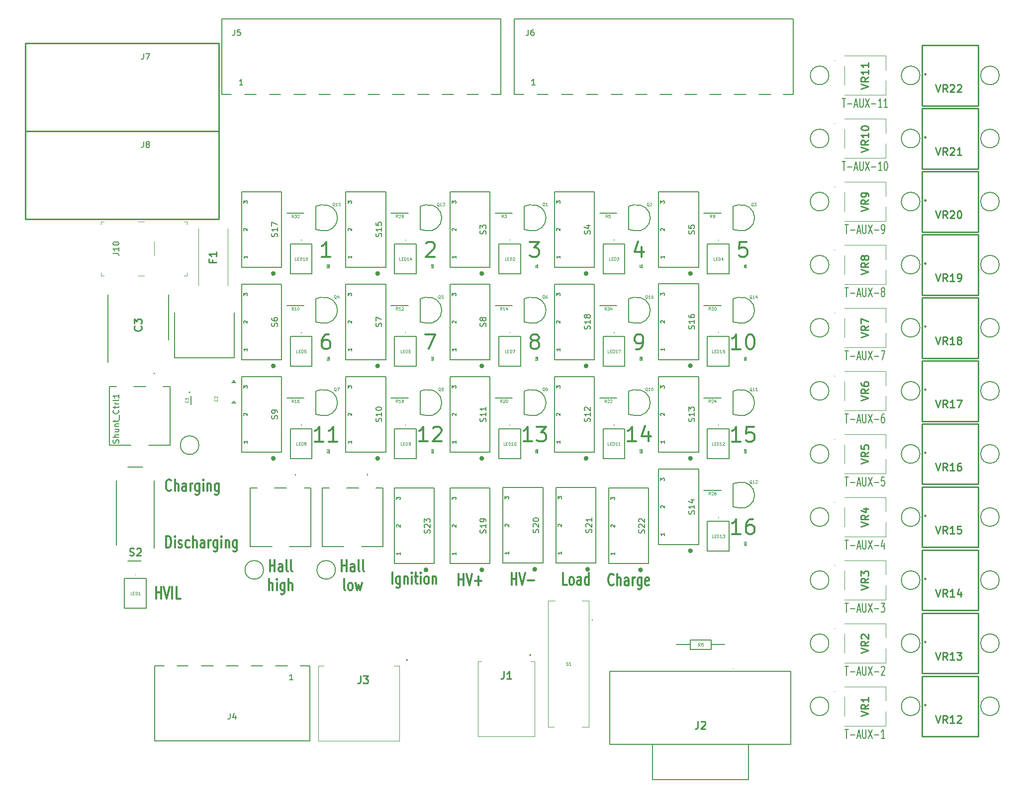
<source format=gbr>
%TF.GenerationSoftware,KiCad,Pcbnew,(6.0.1)*%
%TF.CreationDate,2024-03-16T16:01:57+01:00*%
%TF.ProjectId,mock_up_pcb,6d6f636b-5f75-4705-9f70-63622e6b6963,rev?*%
%TF.SameCoordinates,Original*%
%TF.FileFunction,Legend,Top*%
%TF.FilePolarity,Positive*%
%FSLAX46Y46*%
G04 Gerber Fmt 4.6, Leading zero omitted, Abs format (unit mm)*
G04 Created by KiCad (PCBNEW (6.0.1)) date 2024-03-16 16:01:57*
%MOMM*%
%LPD*%
G01*
G04 APERTURE LIST*
%ADD10C,0.200000*%
%ADD11C,0.300000*%
%ADD12C,0.100000*%
%ADD13C,0.254000*%
%ADD14C,0.062500*%
%ADD15C,0.150000*%
%ADD16C,0.050000*%
%ADD17C,0.120000*%
%ADD18C,0.127000*%
%ADD19C,0.400000*%
%ADD20C,1.500000*%
%ADD21C,1.240000*%
%ADD22R,1.200000X1.200000*%
%ADD23C,1.200000*%
%ADD24C,2.400000*%
%ADD25C,5.700000*%
%ADD26R,3.300000X2.450000*%
%ADD27R,0.800000X1.000000*%
%ADD28C,1.800000*%
%ADD29C,3.300000*%
%ADD30C,3.000000*%
%ADD31C,2.700000*%
%ADD32C,2.775000*%
%ADD33R,3.550000X1.190000*%
%ADD34R,1.070000X2.160000*%
%ADD35R,8.330000X7.000000*%
%ADD36R,1.235000X1.910000*%
%ADD37R,0.960000X1.390000*%
%ADD38R,3.810000X4.240000*%
%ADD39C,4.000000*%
%ADD40C,1.950000*%
%ADD41R,0.710000X1.780000*%
%ADD42R,1.635000X1.635000*%
%ADD43C,1.635000*%
%ADD44C,4.800000*%
%ADD45R,2.050000X4.300000*%
%ADD46C,3.050000*%
%ADD47C,3.290000*%
%ADD48C,2.250000*%
%ADD49C,1.100000*%
%ADD50R,1.000000X0.800000*%
%ADD51R,2.000000X2.600000*%
%ADD52R,2.600000X2.000000*%
G04 APERTURE END LIST*
D10*
X283095238Y-59678571D02*
X283666666Y-59678571D01*
X283380952Y-61178571D02*
X283380952Y-59678571D01*
X284000000Y-60607142D02*
X284761904Y-60607142D01*
X285190476Y-60750000D02*
X285666666Y-60750000D01*
X285095238Y-61178571D02*
X285428571Y-59678571D01*
X285761904Y-61178571D01*
X286095238Y-59678571D02*
X286095238Y-60892857D01*
X286142857Y-61035714D01*
X286190476Y-61107142D01*
X286285714Y-61178571D01*
X286476190Y-61178571D01*
X286571428Y-61107142D01*
X286619047Y-61035714D01*
X286666666Y-60892857D01*
X286666666Y-59678571D01*
X287047619Y-59678571D02*
X287714285Y-61178571D01*
X287714285Y-59678571D02*
X287047619Y-61178571D01*
X288095238Y-60607142D02*
X288857142Y-60607142D01*
X289857142Y-61178571D02*
X289285714Y-61178571D01*
X289571428Y-61178571D02*
X289571428Y-59678571D01*
X289476190Y-59892857D01*
X289380952Y-60035714D01*
X289285714Y-60107142D01*
X290809523Y-61178571D02*
X290238095Y-61178571D01*
X290523809Y-61178571D02*
X290523809Y-59678571D01*
X290428571Y-59892857D01*
X290333333Y-60035714D01*
X290238095Y-60107142D01*
X283095238Y-70428571D02*
X283666666Y-70428571D01*
X283380952Y-71928571D02*
X283380952Y-70428571D01*
X284000000Y-71357142D02*
X284761904Y-71357142D01*
X285190476Y-71500000D02*
X285666666Y-71500000D01*
X285095238Y-71928571D02*
X285428571Y-70428571D01*
X285761904Y-71928571D01*
X286095238Y-70428571D02*
X286095238Y-71642857D01*
X286142857Y-71785714D01*
X286190476Y-71857142D01*
X286285714Y-71928571D01*
X286476190Y-71928571D01*
X286571428Y-71857142D01*
X286619047Y-71785714D01*
X286666666Y-71642857D01*
X286666666Y-70428571D01*
X287047619Y-70428571D02*
X287714285Y-71928571D01*
X287714285Y-70428571D02*
X287047619Y-71928571D01*
X288095238Y-71357142D02*
X288857142Y-71357142D01*
X289857142Y-71928571D02*
X289285714Y-71928571D01*
X289571428Y-71928571D02*
X289571428Y-70428571D01*
X289476190Y-70642857D01*
X289380952Y-70785714D01*
X289285714Y-70857142D01*
X290476190Y-70428571D02*
X290571428Y-70428571D01*
X290666666Y-70500000D01*
X290714285Y-70571428D01*
X290761904Y-70714285D01*
X290809523Y-71000000D01*
X290809523Y-71357142D01*
X290761904Y-71642857D01*
X290714285Y-71785714D01*
X290666666Y-71857142D01*
X290571428Y-71928571D01*
X290476190Y-71928571D01*
X290380952Y-71857142D01*
X290333333Y-71785714D01*
X290285714Y-71642857D01*
X290238095Y-71357142D01*
X290238095Y-71000000D01*
X290285714Y-70714285D01*
X290333333Y-70571428D01*
X290380952Y-70500000D01*
X290476190Y-70428571D01*
X283571428Y-81178571D02*
X284142857Y-81178571D01*
X283857142Y-82678571D02*
X283857142Y-81178571D01*
X284476190Y-82107142D02*
X285238095Y-82107142D01*
X285666666Y-82250000D02*
X286142857Y-82250000D01*
X285571428Y-82678571D02*
X285904761Y-81178571D01*
X286238095Y-82678571D01*
X286571428Y-81178571D02*
X286571428Y-82392857D01*
X286619047Y-82535714D01*
X286666666Y-82607142D01*
X286761904Y-82678571D01*
X286952380Y-82678571D01*
X287047619Y-82607142D01*
X287095238Y-82535714D01*
X287142857Y-82392857D01*
X287142857Y-81178571D01*
X287523809Y-81178571D02*
X288190476Y-82678571D01*
X288190476Y-81178571D02*
X287523809Y-82678571D01*
X288571428Y-82107142D02*
X289333333Y-82107142D01*
X289857142Y-82678571D02*
X290047619Y-82678571D01*
X290142857Y-82607142D01*
X290190476Y-82535714D01*
X290285714Y-82321428D01*
X290333333Y-82035714D01*
X290333333Y-81464285D01*
X290285714Y-81321428D01*
X290238095Y-81250000D01*
X290142857Y-81178571D01*
X289952380Y-81178571D01*
X289857142Y-81250000D01*
X289809523Y-81321428D01*
X289761904Y-81464285D01*
X289761904Y-81821428D01*
X289809523Y-81964285D01*
X289857142Y-82035714D01*
X289952380Y-82107142D01*
X290142857Y-82107142D01*
X290238095Y-82035714D01*
X290285714Y-81964285D01*
X290333333Y-81821428D01*
X283571428Y-91928571D02*
X284142857Y-91928571D01*
X283857142Y-93428571D02*
X283857142Y-91928571D01*
X284476190Y-92857142D02*
X285238095Y-92857142D01*
X285666666Y-93000000D02*
X286142857Y-93000000D01*
X285571428Y-93428571D02*
X285904761Y-91928571D01*
X286238095Y-93428571D01*
X286571428Y-91928571D02*
X286571428Y-93142857D01*
X286619047Y-93285714D01*
X286666666Y-93357142D01*
X286761904Y-93428571D01*
X286952380Y-93428571D01*
X287047619Y-93357142D01*
X287095238Y-93285714D01*
X287142857Y-93142857D01*
X287142857Y-91928571D01*
X287523809Y-91928571D02*
X288190476Y-93428571D01*
X288190476Y-91928571D02*
X287523809Y-93428571D01*
X288571428Y-92857142D02*
X289333333Y-92857142D01*
X289952380Y-92571428D02*
X289857142Y-92500000D01*
X289809523Y-92428571D01*
X289761904Y-92285714D01*
X289761904Y-92214285D01*
X289809523Y-92071428D01*
X289857142Y-92000000D01*
X289952380Y-91928571D01*
X290142857Y-91928571D01*
X290238095Y-92000000D01*
X290285714Y-92071428D01*
X290333333Y-92214285D01*
X290333333Y-92285714D01*
X290285714Y-92428571D01*
X290238095Y-92500000D01*
X290142857Y-92571428D01*
X289952380Y-92571428D01*
X289857142Y-92642857D01*
X289809523Y-92714285D01*
X289761904Y-92857142D01*
X289761904Y-93142857D01*
X289809523Y-93285714D01*
X289857142Y-93357142D01*
X289952380Y-93428571D01*
X290142857Y-93428571D01*
X290238095Y-93357142D01*
X290285714Y-93285714D01*
X290333333Y-93142857D01*
X290333333Y-92857142D01*
X290285714Y-92714285D01*
X290238095Y-92642857D01*
X290142857Y-92571428D01*
X283571428Y-102678571D02*
X284142857Y-102678571D01*
X283857142Y-104178571D02*
X283857142Y-102678571D01*
X284476190Y-103607142D02*
X285238095Y-103607142D01*
X285666666Y-103750000D02*
X286142857Y-103750000D01*
X285571428Y-104178571D02*
X285904761Y-102678571D01*
X286238095Y-104178571D01*
X286571428Y-102678571D02*
X286571428Y-103892857D01*
X286619047Y-104035714D01*
X286666666Y-104107142D01*
X286761904Y-104178571D01*
X286952380Y-104178571D01*
X287047619Y-104107142D01*
X287095238Y-104035714D01*
X287142857Y-103892857D01*
X287142857Y-102678571D01*
X287523809Y-102678571D02*
X288190476Y-104178571D01*
X288190476Y-102678571D02*
X287523809Y-104178571D01*
X288571428Y-103607142D02*
X289333333Y-103607142D01*
X289714285Y-102678571D02*
X290380952Y-102678571D01*
X289952380Y-104178571D01*
X283571428Y-113428571D02*
X284142857Y-113428571D01*
X283857142Y-114928571D02*
X283857142Y-113428571D01*
X284476190Y-114357142D02*
X285238095Y-114357142D01*
X285666666Y-114500000D02*
X286142857Y-114500000D01*
X285571428Y-114928571D02*
X285904761Y-113428571D01*
X286238095Y-114928571D01*
X286571428Y-113428571D02*
X286571428Y-114642857D01*
X286619047Y-114785714D01*
X286666666Y-114857142D01*
X286761904Y-114928571D01*
X286952380Y-114928571D01*
X287047619Y-114857142D01*
X287095238Y-114785714D01*
X287142857Y-114642857D01*
X287142857Y-113428571D01*
X287523809Y-113428571D02*
X288190476Y-114928571D01*
X288190476Y-113428571D02*
X287523809Y-114928571D01*
X288571428Y-114357142D02*
X289333333Y-114357142D01*
X290238095Y-113428571D02*
X290047619Y-113428571D01*
X289952380Y-113500000D01*
X289904761Y-113571428D01*
X289809523Y-113785714D01*
X289761904Y-114071428D01*
X289761904Y-114642857D01*
X289809523Y-114785714D01*
X289857142Y-114857142D01*
X289952380Y-114928571D01*
X290142857Y-114928571D01*
X290238095Y-114857142D01*
X290285714Y-114785714D01*
X290333333Y-114642857D01*
X290333333Y-114285714D01*
X290285714Y-114142857D01*
X290238095Y-114071428D01*
X290142857Y-114000000D01*
X289952380Y-114000000D01*
X289857142Y-114071428D01*
X289809523Y-114142857D01*
X289761904Y-114285714D01*
X283571428Y-124178571D02*
X284142857Y-124178571D01*
X283857142Y-125678571D02*
X283857142Y-124178571D01*
X284476190Y-125107142D02*
X285238095Y-125107142D01*
X285666666Y-125250000D02*
X286142857Y-125250000D01*
X285571428Y-125678571D02*
X285904761Y-124178571D01*
X286238095Y-125678571D01*
X286571428Y-124178571D02*
X286571428Y-125392857D01*
X286619047Y-125535714D01*
X286666666Y-125607142D01*
X286761904Y-125678571D01*
X286952380Y-125678571D01*
X287047619Y-125607142D01*
X287095238Y-125535714D01*
X287142857Y-125392857D01*
X287142857Y-124178571D01*
X287523809Y-124178571D02*
X288190476Y-125678571D01*
X288190476Y-124178571D02*
X287523809Y-125678571D01*
X288571428Y-125107142D02*
X289333333Y-125107142D01*
X290285714Y-124178571D02*
X289809523Y-124178571D01*
X289761904Y-124892857D01*
X289809523Y-124821428D01*
X289904761Y-124750000D01*
X290142857Y-124750000D01*
X290238095Y-124821428D01*
X290285714Y-124892857D01*
X290333333Y-125035714D01*
X290333333Y-125392857D01*
X290285714Y-125535714D01*
X290238095Y-125607142D01*
X290142857Y-125678571D01*
X289904761Y-125678571D01*
X289809523Y-125607142D01*
X289761904Y-125535714D01*
X283571428Y-134928571D02*
X284142857Y-134928571D01*
X283857142Y-136428571D02*
X283857142Y-134928571D01*
X284476190Y-135857142D02*
X285238095Y-135857142D01*
X285666666Y-136000000D02*
X286142857Y-136000000D01*
X285571428Y-136428571D02*
X285904761Y-134928571D01*
X286238095Y-136428571D01*
X286571428Y-134928571D02*
X286571428Y-136142857D01*
X286619047Y-136285714D01*
X286666666Y-136357142D01*
X286761904Y-136428571D01*
X286952380Y-136428571D01*
X287047619Y-136357142D01*
X287095238Y-136285714D01*
X287142857Y-136142857D01*
X287142857Y-134928571D01*
X287523809Y-134928571D02*
X288190476Y-136428571D01*
X288190476Y-134928571D02*
X287523809Y-136428571D01*
X288571428Y-135857142D02*
X289333333Y-135857142D01*
X290238095Y-135428571D02*
X290238095Y-136428571D01*
X290000000Y-134857142D02*
X289761904Y-135928571D01*
X290380952Y-135928571D01*
X283571428Y-145678571D02*
X284142857Y-145678571D01*
X283857142Y-147178571D02*
X283857142Y-145678571D01*
X284476190Y-146607142D02*
X285238095Y-146607142D01*
X285666666Y-146750000D02*
X286142857Y-146750000D01*
X285571428Y-147178571D02*
X285904761Y-145678571D01*
X286238095Y-147178571D01*
X286571428Y-145678571D02*
X286571428Y-146892857D01*
X286619047Y-147035714D01*
X286666666Y-147107142D01*
X286761904Y-147178571D01*
X286952380Y-147178571D01*
X287047619Y-147107142D01*
X287095238Y-147035714D01*
X287142857Y-146892857D01*
X287142857Y-145678571D01*
X287523809Y-145678571D02*
X288190476Y-147178571D01*
X288190476Y-145678571D02*
X287523809Y-147178571D01*
X288571428Y-146607142D02*
X289333333Y-146607142D01*
X289714285Y-145678571D02*
X290333333Y-145678571D01*
X290000000Y-146250000D01*
X290142857Y-146250000D01*
X290238095Y-146321428D01*
X290285714Y-146392857D01*
X290333333Y-146535714D01*
X290333333Y-146892857D01*
X290285714Y-147035714D01*
X290238095Y-147107142D01*
X290142857Y-147178571D01*
X289857142Y-147178571D01*
X289761904Y-147107142D01*
X289714285Y-147035714D01*
X283571428Y-156428571D02*
X284142857Y-156428571D01*
X283857142Y-157928571D02*
X283857142Y-156428571D01*
X284476190Y-157357142D02*
X285238095Y-157357142D01*
X285666666Y-157500000D02*
X286142857Y-157500000D01*
X285571428Y-157928571D02*
X285904761Y-156428571D01*
X286238095Y-157928571D01*
X286571428Y-156428571D02*
X286571428Y-157642857D01*
X286619047Y-157785714D01*
X286666666Y-157857142D01*
X286761904Y-157928571D01*
X286952380Y-157928571D01*
X287047619Y-157857142D01*
X287095238Y-157785714D01*
X287142857Y-157642857D01*
X287142857Y-156428571D01*
X287523809Y-156428571D02*
X288190476Y-157928571D01*
X288190476Y-156428571D02*
X287523809Y-157928571D01*
X288571428Y-157357142D02*
X289333333Y-157357142D01*
X289761904Y-156571428D02*
X289809523Y-156500000D01*
X289904761Y-156428571D01*
X290142857Y-156428571D01*
X290238095Y-156500000D01*
X290285714Y-156571428D01*
X290333333Y-156714285D01*
X290333333Y-156857142D01*
X290285714Y-157071428D01*
X289714285Y-157928571D01*
X290333333Y-157928571D01*
X283571428Y-167178571D02*
X284142857Y-167178571D01*
X283857142Y-168678571D02*
X283857142Y-167178571D01*
X284476190Y-168107142D02*
X285238095Y-168107142D01*
X285666666Y-168250000D02*
X286142857Y-168250000D01*
X285571428Y-168678571D02*
X285904761Y-167178571D01*
X286238095Y-168678571D01*
X286571428Y-167178571D02*
X286571428Y-168392857D01*
X286619047Y-168535714D01*
X286666666Y-168607142D01*
X286761904Y-168678571D01*
X286952380Y-168678571D01*
X287047619Y-168607142D01*
X287095238Y-168535714D01*
X287142857Y-168392857D01*
X287142857Y-167178571D01*
X287523809Y-167178571D02*
X288190476Y-168678571D01*
X288190476Y-167178571D02*
X287523809Y-168678571D01*
X288571428Y-168107142D02*
X289333333Y-168107142D01*
X290333333Y-168678571D02*
X289761904Y-168678571D01*
X290047619Y-168678571D02*
X290047619Y-167178571D01*
X289952380Y-167392857D01*
X289857142Y-167535714D01*
X289761904Y-167607142D01*
D11*
X195717437Y-99866608D02*
X195241247Y-99866608D01*
X195003151Y-99985656D01*
X194884104Y-100104703D01*
X194646008Y-100461846D01*
X194526961Y-100938036D01*
X194526961Y-101890417D01*
X194646008Y-102128513D01*
X194765056Y-102247560D01*
X195003151Y-102366608D01*
X195479342Y-102366608D01*
X195717437Y-102247560D01*
X195836485Y-102128513D01*
X195955532Y-101890417D01*
X195955532Y-101295179D01*
X195836485Y-101057084D01*
X195717437Y-100938036D01*
X195479342Y-100818989D01*
X195003151Y-100818989D01*
X194765056Y-100938036D01*
X194646008Y-101057084D01*
X194526961Y-101295179D01*
X195964285Y-86630952D02*
X194535714Y-86630952D01*
X195250000Y-86630952D02*
X195250000Y-84130952D01*
X195011904Y-84488095D01*
X194773809Y-84726190D01*
X194535714Y-84845238D01*
X266845238Y-84130952D02*
X265654761Y-84130952D01*
X265535714Y-85321428D01*
X265654761Y-85202380D01*
X265892857Y-85083333D01*
X266488095Y-85083333D01*
X266726190Y-85202380D01*
X266845238Y-85321428D01*
X266964285Y-85559523D01*
X266964285Y-86154761D01*
X266845238Y-86392857D01*
X266726190Y-86511904D01*
X266488095Y-86630952D01*
X265892857Y-86630952D01*
X265654761Y-86511904D01*
X265535714Y-86392857D01*
X168868809Y-126384285D02*
X168799761Y-126479523D01*
X168592619Y-126574761D01*
X168454523Y-126574761D01*
X168247380Y-126479523D01*
X168109285Y-126289047D01*
X168040238Y-126098571D01*
X167971190Y-125717619D01*
X167971190Y-125431904D01*
X168040238Y-125050952D01*
X168109285Y-124860476D01*
X168247380Y-124670000D01*
X168454523Y-124574761D01*
X168592619Y-124574761D01*
X168799761Y-124670000D01*
X168868809Y-124765238D01*
X169490238Y-126574761D02*
X169490238Y-124574761D01*
X170111666Y-126574761D02*
X170111666Y-125527142D01*
X170042619Y-125336666D01*
X169904523Y-125241428D01*
X169697380Y-125241428D01*
X169559285Y-125336666D01*
X169490238Y-125431904D01*
X171423571Y-126574761D02*
X171423571Y-125527142D01*
X171354523Y-125336666D01*
X171216428Y-125241428D01*
X170940238Y-125241428D01*
X170802142Y-125336666D01*
X171423571Y-126479523D02*
X171285476Y-126574761D01*
X170940238Y-126574761D01*
X170802142Y-126479523D01*
X170733095Y-126289047D01*
X170733095Y-126098571D01*
X170802142Y-125908095D01*
X170940238Y-125812857D01*
X171285476Y-125812857D01*
X171423571Y-125717619D01*
X172114047Y-126574761D02*
X172114047Y-125241428D01*
X172114047Y-125622380D02*
X172183095Y-125431904D01*
X172252142Y-125336666D01*
X172390238Y-125241428D01*
X172528333Y-125241428D01*
X173633095Y-125241428D02*
X173633095Y-126860476D01*
X173564047Y-127050952D01*
X173495000Y-127146190D01*
X173356904Y-127241428D01*
X173149761Y-127241428D01*
X173011666Y-127146190D01*
X173633095Y-126479523D02*
X173495000Y-126574761D01*
X173218809Y-126574761D01*
X173080714Y-126479523D01*
X173011666Y-126384285D01*
X172942619Y-126193809D01*
X172942619Y-125622380D01*
X173011666Y-125431904D01*
X173080714Y-125336666D01*
X173218809Y-125241428D01*
X173495000Y-125241428D01*
X173633095Y-125336666D01*
X174323571Y-126574761D02*
X174323571Y-125241428D01*
X174323571Y-124574761D02*
X174254523Y-124670000D01*
X174323571Y-124765238D01*
X174392619Y-124670000D01*
X174323571Y-124574761D01*
X174323571Y-124765238D01*
X175014047Y-125241428D02*
X175014047Y-126574761D01*
X175014047Y-125431904D02*
X175083095Y-125336666D01*
X175221190Y-125241428D01*
X175428333Y-125241428D01*
X175566428Y-125336666D01*
X175635476Y-125527142D01*
X175635476Y-126574761D01*
X176947380Y-125241428D02*
X176947380Y-126860476D01*
X176878333Y-127050952D01*
X176809285Y-127146190D01*
X176671190Y-127241428D01*
X176464047Y-127241428D01*
X176325952Y-127146190D01*
X176947380Y-126479523D02*
X176809285Y-126574761D01*
X176533095Y-126574761D01*
X176395000Y-126479523D01*
X176325952Y-126384285D01*
X176256904Y-126193809D01*
X176256904Y-125622380D01*
X176325952Y-125431904D01*
X176395000Y-125336666D01*
X176533095Y-125241428D01*
X176809285Y-125241428D01*
X176947380Y-125336666D01*
X168040238Y-136234761D02*
X168040238Y-134234761D01*
X168385476Y-134234761D01*
X168592619Y-134330000D01*
X168730714Y-134520476D01*
X168799761Y-134710952D01*
X168868809Y-135091904D01*
X168868809Y-135377619D01*
X168799761Y-135758571D01*
X168730714Y-135949047D01*
X168592619Y-136139523D01*
X168385476Y-136234761D01*
X168040238Y-136234761D01*
X169490238Y-136234761D02*
X169490238Y-134901428D01*
X169490238Y-134234761D02*
X169421190Y-134330000D01*
X169490238Y-134425238D01*
X169559285Y-134330000D01*
X169490238Y-134234761D01*
X169490238Y-134425238D01*
X170111666Y-136139523D02*
X170249761Y-136234761D01*
X170525952Y-136234761D01*
X170664047Y-136139523D01*
X170733095Y-135949047D01*
X170733095Y-135853809D01*
X170664047Y-135663333D01*
X170525952Y-135568095D01*
X170318809Y-135568095D01*
X170180714Y-135472857D01*
X170111666Y-135282380D01*
X170111666Y-135187142D01*
X170180714Y-134996666D01*
X170318809Y-134901428D01*
X170525952Y-134901428D01*
X170664047Y-134996666D01*
X171975952Y-136139523D02*
X171837857Y-136234761D01*
X171561666Y-136234761D01*
X171423571Y-136139523D01*
X171354523Y-136044285D01*
X171285476Y-135853809D01*
X171285476Y-135282380D01*
X171354523Y-135091904D01*
X171423571Y-134996666D01*
X171561666Y-134901428D01*
X171837857Y-134901428D01*
X171975952Y-134996666D01*
X172597380Y-136234761D02*
X172597380Y-134234761D01*
X173218809Y-136234761D02*
X173218809Y-135187142D01*
X173149761Y-134996666D01*
X173011666Y-134901428D01*
X172804523Y-134901428D01*
X172666428Y-134996666D01*
X172597380Y-135091904D01*
X174530714Y-136234761D02*
X174530714Y-135187142D01*
X174461666Y-134996666D01*
X174323571Y-134901428D01*
X174047380Y-134901428D01*
X173909285Y-134996666D01*
X174530714Y-136139523D02*
X174392619Y-136234761D01*
X174047380Y-136234761D01*
X173909285Y-136139523D01*
X173840238Y-135949047D01*
X173840238Y-135758571D01*
X173909285Y-135568095D01*
X174047380Y-135472857D01*
X174392619Y-135472857D01*
X174530714Y-135377619D01*
X175221190Y-136234761D02*
X175221190Y-134901428D01*
X175221190Y-135282380D02*
X175290238Y-135091904D01*
X175359285Y-134996666D01*
X175497380Y-134901428D01*
X175635476Y-134901428D01*
X176740238Y-134901428D02*
X176740238Y-136520476D01*
X176671190Y-136710952D01*
X176602142Y-136806190D01*
X176464047Y-136901428D01*
X176256904Y-136901428D01*
X176118809Y-136806190D01*
X176740238Y-136139523D02*
X176602142Y-136234761D01*
X176325952Y-136234761D01*
X176187857Y-136139523D01*
X176118809Y-136044285D01*
X176049761Y-135853809D01*
X176049761Y-135282380D01*
X176118809Y-135091904D01*
X176187857Y-134996666D01*
X176325952Y-134901428D01*
X176602142Y-134901428D01*
X176740238Y-134996666D01*
X177430714Y-136234761D02*
X177430714Y-134901428D01*
X177430714Y-134234761D02*
X177361666Y-134330000D01*
X177430714Y-134425238D01*
X177499761Y-134330000D01*
X177430714Y-134234761D01*
X177430714Y-134425238D01*
X178121190Y-134901428D02*
X178121190Y-136234761D01*
X178121190Y-135091904D02*
X178190238Y-134996666D01*
X178328333Y-134901428D01*
X178535476Y-134901428D01*
X178673571Y-134996666D01*
X178742619Y-135187142D01*
X178742619Y-136234761D01*
X180054523Y-134901428D02*
X180054523Y-136520476D01*
X179985476Y-136710952D01*
X179916428Y-136806190D01*
X179778333Y-136901428D01*
X179571190Y-136901428D01*
X179433095Y-136806190D01*
X180054523Y-136139523D02*
X179916428Y-136234761D01*
X179640238Y-136234761D01*
X179502142Y-136139523D01*
X179433095Y-136044285D01*
X179364047Y-135853809D01*
X179364047Y-135282380D01*
X179433095Y-135091904D01*
X179502142Y-134996666D01*
X179640238Y-134901428D01*
X179916428Y-134901428D01*
X180054523Y-134996666D01*
X244171097Y-142465955D02*
X244102049Y-142561193D01*
X243894906Y-142656431D01*
X243756811Y-142656431D01*
X243549668Y-142561193D01*
X243411573Y-142370717D01*
X243342525Y-142180241D01*
X243273478Y-141799289D01*
X243273478Y-141513574D01*
X243342525Y-141132622D01*
X243411573Y-140942146D01*
X243549668Y-140751670D01*
X243756811Y-140656431D01*
X243894906Y-140656431D01*
X244102049Y-140751670D01*
X244171097Y-140846908D01*
X244792525Y-142656431D02*
X244792525Y-140656431D01*
X245413954Y-142656431D02*
X245413954Y-141608812D01*
X245344906Y-141418336D01*
X245206811Y-141323098D01*
X244999668Y-141323098D01*
X244861573Y-141418336D01*
X244792525Y-141513574D01*
X246725859Y-142656431D02*
X246725859Y-141608812D01*
X246656811Y-141418336D01*
X246518716Y-141323098D01*
X246242525Y-141323098D01*
X246104430Y-141418336D01*
X246725859Y-142561193D02*
X246587763Y-142656431D01*
X246242525Y-142656431D01*
X246104430Y-142561193D01*
X246035383Y-142370717D01*
X246035383Y-142180241D01*
X246104430Y-141989765D01*
X246242525Y-141894527D01*
X246587763Y-141894527D01*
X246725859Y-141799289D01*
X247416335Y-142656431D02*
X247416335Y-141323098D01*
X247416335Y-141704050D02*
X247485383Y-141513574D01*
X247554430Y-141418336D01*
X247692525Y-141323098D01*
X247830621Y-141323098D01*
X248935383Y-141323098D02*
X248935383Y-142942146D01*
X248866335Y-143132622D01*
X248797287Y-143227860D01*
X248659192Y-143323098D01*
X248452049Y-143323098D01*
X248313954Y-143227860D01*
X248935383Y-142561193D02*
X248797287Y-142656431D01*
X248521097Y-142656431D01*
X248383002Y-142561193D01*
X248313954Y-142465955D01*
X248244906Y-142275479D01*
X248244906Y-141704050D01*
X248313954Y-141513574D01*
X248383002Y-141418336D01*
X248521097Y-141323098D01*
X248797287Y-141323098D01*
X248935383Y-141418336D01*
X250178240Y-142561193D02*
X250040144Y-142656431D01*
X249763954Y-142656431D01*
X249625859Y-142561193D01*
X249556811Y-142370717D01*
X249556811Y-141608812D01*
X249625859Y-141418336D01*
X249763954Y-141323098D01*
X250040144Y-141323098D01*
X250178240Y-141418336D01*
X250247287Y-141608812D01*
X250247287Y-141799289D01*
X249556811Y-141989765D01*
X236230952Y-142554761D02*
X235540476Y-142554761D01*
X235540476Y-140554761D01*
X236921428Y-142554761D02*
X236783333Y-142459523D01*
X236714285Y-142364285D01*
X236645238Y-142173809D01*
X236645238Y-141602380D01*
X236714285Y-141411904D01*
X236783333Y-141316666D01*
X236921428Y-141221428D01*
X237128571Y-141221428D01*
X237266666Y-141316666D01*
X237335714Y-141411904D01*
X237404761Y-141602380D01*
X237404761Y-142173809D01*
X237335714Y-142364285D01*
X237266666Y-142459523D01*
X237128571Y-142554761D01*
X236921428Y-142554761D01*
X238647619Y-142554761D02*
X238647619Y-141507142D01*
X238578571Y-141316666D01*
X238440476Y-141221428D01*
X238164285Y-141221428D01*
X238026190Y-141316666D01*
X238647619Y-142459523D02*
X238509523Y-142554761D01*
X238164285Y-142554761D01*
X238026190Y-142459523D01*
X237957142Y-142269047D01*
X237957142Y-142078571D01*
X238026190Y-141888095D01*
X238164285Y-141792857D01*
X238509523Y-141792857D01*
X238647619Y-141697619D01*
X239959523Y-142554761D02*
X239959523Y-140554761D01*
X239959523Y-142459523D02*
X239821428Y-142554761D01*
X239545238Y-142554761D01*
X239407142Y-142459523D01*
X239338095Y-142364285D01*
X239269047Y-142173809D01*
X239269047Y-141602380D01*
X239338095Y-141411904D01*
X239407142Y-141316666D01*
X239545238Y-141221428D01*
X239821428Y-141221428D01*
X239959523Y-141316666D01*
X229916666Y-84130952D02*
X231464285Y-84130952D01*
X230630952Y-85083333D01*
X230988095Y-85083333D01*
X231226190Y-85202380D01*
X231345238Y-85321428D01*
X231464285Y-85559523D01*
X231464285Y-86154761D01*
X231345238Y-86392857D01*
X231226190Y-86511904D01*
X230988095Y-86630952D01*
X230273809Y-86630952D01*
X230035714Y-86511904D01*
X229916666Y-86392857D01*
X212508030Y-118111500D02*
X211079459Y-118111500D01*
X211793744Y-118111500D02*
X211793744Y-115611500D01*
X211555649Y-115968643D01*
X211317554Y-116206738D01*
X211079459Y-116325786D01*
X213460411Y-115849595D02*
X213579459Y-115730548D01*
X213817554Y-115611500D01*
X214412792Y-115611500D01*
X214650887Y-115730548D01*
X214769935Y-115849595D01*
X214888982Y-116087690D01*
X214888982Y-116325786D01*
X214769935Y-116682928D01*
X213341363Y-118111500D01*
X214888982Y-118111500D01*
X212150887Y-99866608D02*
X213817554Y-99866608D01*
X212746125Y-102366608D01*
X226816666Y-142554761D02*
X226816666Y-140554761D01*
X226816666Y-141507142D02*
X227645238Y-141507142D01*
X227645238Y-142554761D02*
X227645238Y-140554761D01*
X228128571Y-140554761D02*
X228611904Y-142554761D01*
X229095238Y-140554761D01*
X229578571Y-141792857D02*
X230683333Y-141792857D01*
X185670238Y-140294761D02*
X185670238Y-138294761D01*
X185670238Y-139247142D02*
X186498809Y-139247142D01*
X186498809Y-140294761D02*
X186498809Y-138294761D01*
X187810714Y-140294761D02*
X187810714Y-139247142D01*
X187741666Y-139056666D01*
X187603571Y-138961428D01*
X187327380Y-138961428D01*
X187189285Y-139056666D01*
X187810714Y-140199523D02*
X187672619Y-140294761D01*
X187327380Y-140294761D01*
X187189285Y-140199523D01*
X187120238Y-140009047D01*
X187120238Y-139818571D01*
X187189285Y-139628095D01*
X187327380Y-139532857D01*
X187672619Y-139532857D01*
X187810714Y-139437619D01*
X188708333Y-140294761D02*
X188570238Y-140199523D01*
X188501190Y-140009047D01*
X188501190Y-138294761D01*
X189467857Y-140294761D02*
X189329761Y-140199523D01*
X189260714Y-140009047D01*
X189260714Y-138294761D01*
X185532142Y-143514761D02*
X185532142Y-141514761D01*
X186153571Y-143514761D02*
X186153571Y-142467142D01*
X186084523Y-142276666D01*
X185946428Y-142181428D01*
X185739285Y-142181428D01*
X185601190Y-142276666D01*
X185532142Y-142371904D01*
X186844047Y-143514761D02*
X186844047Y-142181428D01*
X186844047Y-141514761D02*
X186775000Y-141610000D01*
X186844047Y-141705238D01*
X186913095Y-141610000D01*
X186844047Y-141514761D01*
X186844047Y-141705238D01*
X188155952Y-142181428D02*
X188155952Y-143800476D01*
X188086904Y-143990952D01*
X188017857Y-144086190D01*
X187879761Y-144181428D01*
X187672619Y-144181428D01*
X187534523Y-144086190D01*
X188155952Y-143419523D02*
X188017857Y-143514761D01*
X187741666Y-143514761D01*
X187603571Y-143419523D01*
X187534523Y-143324285D01*
X187465476Y-143133809D01*
X187465476Y-142562380D01*
X187534523Y-142371904D01*
X187603571Y-142276666D01*
X187741666Y-142181428D01*
X188017857Y-142181428D01*
X188155952Y-142276666D01*
X188846428Y-143514761D02*
X188846428Y-141514761D01*
X189467857Y-143514761D02*
X189467857Y-142467142D01*
X189398809Y-142276666D01*
X189260714Y-142181428D01*
X189053571Y-142181428D01*
X188915476Y-142276666D01*
X188846428Y-142371904D01*
X265773809Y-118130952D02*
X264345238Y-118130952D01*
X265059523Y-118130952D02*
X265059523Y-115630952D01*
X264821428Y-115988095D01*
X264583333Y-116226190D01*
X264345238Y-116345238D01*
X268035714Y-115630952D02*
X266845238Y-115630952D01*
X266726190Y-116821428D01*
X266845238Y-116702380D01*
X267083333Y-116583333D01*
X267678571Y-116583333D01*
X267916666Y-116702380D01*
X268035714Y-116821428D01*
X268154761Y-117059523D01*
X268154761Y-117654761D01*
X268035714Y-117892857D01*
X267916666Y-118011904D01*
X267678571Y-118130952D01*
X267083333Y-118130952D01*
X266845238Y-118011904D01*
X266726190Y-117892857D01*
X230511804Y-100938036D02*
X230273709Y-100818989D01*
X230154661Y-100699941D01*
X230035614Y-100461846D01*
X230035614Y-100342798D01*
X230154661Y-100104703D01*
X230273709Y-99985656D01*
X230511804Y-99866608D01*
X230987995Y-99866608D01*
X231226090Y-99985656D01*
X231345138Y-100104703D01*
X231464185Y-100342798D01*
X231464185Y-100461846D01*
X231345138Y-100699941D01*
X231226090Y-100818989D01*
X230987995Y-100938036D01*
X230511804Y-100938036D01*
X230273709Y-101057084D01*
X230154661Y-101176132D01*
X230035614Y-101414227D01*
X230035614Y-101890417D01*
X230154661Y-102128513D01*
X230273709Y-102247560D01*
X230511804Y-102366608D01*
X230987995Y-102366608D01*
X231226090Y-102247560D01*
X231345138Y-102128513D01*
X231464185Y-101890417D01*
X231464185Y-101414227D01*
X231345138Y-101176132D01*
X231226090Y-101057084D01*
X230987995Y-100938036D01*
X248976190Y-84964285D02*
X248976190Y-86630952D01*
X248380952Y-84011904D02*
X247785714Y-85797619D01*
X249333333Y-85797619D01*
X197920238Y-140294761D02*
X197920238Y-138294761D01*
X197920238Y-139247142D02*
X198748809Y-139247142D01*
X198748809Y-140294761D02*
X198748809Y-138294761D01*
X200060714Y-140294761D02*
X200060714Y-139247142D01*
X199991666Y-139056666D01*
X199853571Y-138961428D01*
X199577380Y-138961428D01*
X199439285Y-139056666D01*
X200060714Y-140199523D02*
X199922619Y-140294761D01*
X199577380Y-140294761D01*
X199439285Y-140199523D01*
X199370238Y-140009047D01*
X199370238Y-139818571D01*
X199439285Y-139628095D01*
X199577380Y-139532857D01*
X199922619Y-139532857D01*
X200060714Y-139437619D01*
X200958333Y-140294761D02*
X200820238Y-140199523D01*
X200751190Y-140009047D01*
X200751190Y-138294761D01*
X201717857Y-140294761D02*
X201579761Y-140199523D01*
X201510714Y-140009047D01*
X201510714Y-138294761D01*
X198507142Y-143514761D02*
X198369047Y-143419523D01*
X198300000Y-143229047D01*
X198300000Y-141514761D01*
X199266666Y-143514761D02*
X199128571Y-143419523D01*
X199059523Y-143324285D01*
X198990476Y-143133809D01*
X198990476Y-142562380D01*
X199059523Y-142371904D01*
X199128571Y-142276666D01*
X199266666Y-142181428D01*
X199473809Y-142181428D01*
X199611904Y-142276666D01*
X199680952Y-142371904D01*
X199750000Y-142562380D01*
X199750000Y-143133809D01*
X199680952Y-143324285D01*
X199611904Y-143419523D01*
X199473809Y-143514761D01*
X199266666Y-143514761D01*
X200233333Y-142181428D02*
X200509523Y-143514761D01*
X200785714Y-142562380D01*
X201061904Y-143514761D01*
X201338095Y-142181428D01*
X212285714Y-84369047D02*
X212404761Y-84250000D01*
X212642857Y-84130952D01*
X213238095Y-84130952D01*
X213476190Y-84250000D01*
X213595238Y-84369047D01*
X213714285Y-84607142D01*
X213714285Y-84845238D01*
X213595238Y-85202380D01*
X212166666Y-86630952D01*
X213714285Y-86630952D01*
X248016683Y-118111500D02*
X246588112Y-118111500D01*
X247302397Y-118111500D02*
X247302397Y-115611500D01*
X247064302Y-115968643D01*
X246826207Y-116206738D01*
X246588112Y-116325786D01*
X250159540Y-116444833D02*
X250159540Y-118111500D01*
X249564302Y-115492452D02*
X248969064Y-117278167D01*
X250516683Y-117278167D01*
X265773809Y-133880952D02*
X264345238Y-133880952D01*
X265059523Y-133880952D02*
X265059523Y-131380952D01*
X264821428Y-131738095D01*
X264583333Y-131976190D01*
X264345238Y-132095238D01*
X267916666Y-131380952D02*
X267440476Y-131380952D01*
X267202380Y-131500000D01*
X267083333Y-131619047D01*
X266845238Y-131976190D01*
X266726190Y-132452380D01*
X266726190Y-133404761D01*
X266845238Y-133642857D01*
X266964285Y-133761904D01*
X267202380Y-133880952D01*
X267678571Y-133880952D01*
X267916666Y-133761904D01*
X268035714Y-133642857D01*
X268154761Y-133404761D01*
X268154761Y-132809523D01*
X268035714Y-132571428D01*
X267916666Y-132452380D01*
X267678571Y-132333333D01*
X267202380Y-132333333D01*
X266964285Y-132452380D01*
X266845238Y-132571428D01*
X266726190Y-132809523D01*
X217816666Y-142654761D02*
X217816666Y-140654761D01*
X217816666Y-141607142D02*
X218645238Y-141607142D01*
X218645238Y-142654761D02*
X218645238Y-140654761D01*
X219128571Y-140654761D02*
X219611904Y-142654761D01*
X220095238Y-140654761D01*
X220578571Y-141892857D02*
X221683333Y-141892857D01*
X221130952Y-142654761D02*
X221130952Y-141130952D01*
X206521428Y-142404761D02*
X206521428Y-140404761D01*
X207833333Y-141071428D02*
X207833333Y-142690476D01*
X207764285Y-142880952D01*
X207695238Y-142976190D01*
X207557142Y-143071428D01*
X207350000Y-143071428D01*
X207211904Y-142976190D01*
X207833333Y-142309523D02*
X207695238Y-142404761D01*
X207419047Y-142404761D01*
X207280952Y-142309523D01*
X207211904Y-142214285D01*
X207142857Y-142023809D01*
X207142857Y-141452380D01*
X207211904Y-141261904D01*
X207280952Y-141166666D01*
X207419047Y-141071428D01*
X207695238Y-141071428D01*
X207833333Y-141166666D01*
X208523809Y-141071428D02*
X208523809Y-142404761D01*
X208523809Y-141261904D02*
X208592857Y-141166666D01*
X208730952Y-141071428D01*
X208938095Y-141071428D01*
X209076190Y-141166666D01*
X209145238Y-141357142D01*
X209145238Y-142404761D01*
X209835714Y-142404761D02*
X209835714Y-141071428D01*
X209835714Y-140404761D02*
X209766666Y-140500000D01*
X209835714Y-140595238D01*
X209904761Y-140500000D01*
X209835714Y-140404761D01*
X209835714Y-140595238D01*
X210319047Y-141071428D02*
X210871428Y-141071428D01*
X210526190Y-140404761D02*
X210526190Y-142119047D01*
X210595238Y-142309523D01*
X210733333Y-142404761D01*
X210871428Y-142404761D01*
X211354761Y-142404761D02*
X211354761Y-141071428D01*
X211354761Y-140404761D02*
X211285714Y-140500000D01*
X211354761Y-140595238D01*
X211423809Y-140500000D01*
X211354761Y-140404761D01*
X211354761Y-140595238D01*
X212252380Y-142404761D02*
X212114285Y-142309523D01*
X212045238Y-142214285D01*
X211976190Y-142023809D01*
X211976190Y-141452380D01*
X212045238Y-141261904D01*
X212114285Y-141166666D01*
X212252380Y-141071428D01*
X212459523Y-141071428D01*
X212597619Y-141166666D01*
X212666666Y-141261904D01*
X212735714Y-141452380D01*
X212735714Y-142023809D01*
X212666666Y-142214285D01*
X212597619Y-142309523D01*
X212459523Y-142404761D01*
X212252380Y-142404761D01*
X213357142Y-141071428D02*
X213357142Y-142404761D01*
X213357142Y-141261904D02*
X213426190Y-141166666D01*
X213564285Y-141071428D01*
X213771428Y-141071428D01*
X213909523Y-141166666D01*
X213978571Y-141357142D01*
X213978571Y-142404761D01*
X230273709Y-118111500D02*
X228845138Y-118111500D01*
X229559423Y-118111500D02*
X229559423Y-115611500D01*
X229321328Y-115968643D01*
X229083233Y-116206738D01*
X228845138Y-116325786D01*
X231107042Y-115611500D02*
X232654661Y-115611500D01*
X231821328Y-116563881D01*
X232178471Y-116563881D01*
X232416566Y-116682928D01*
X232535614Y-116801976D01*
X232654661Y-117040071D01*
X232654661Y-117635309D01*
X232535614Y-117873405D01*
X232416566Y-117992452D01*
X232178471Y-118111500D01*
X231464185Y-118111500D01*
X231226090Y-117992452D01*
X231107042Y-117873405D01*
X248023809Y-102380952D02*
X248500000Y-102380952D01*
X248738095Y-102261904D01*
X248857142Y-102142857D01*
X249095238Y-101785714D01*
X249214285Y-101309523D01*
X249214285Y-100357142D01*
X249095238Y-100119047D01*
X248976190Y-100000000D01*
X248738095Y-99880952D01*
X248261904Y-99880952D01*
X248023809Y-100000000D01*
X247904761Y-100119047D01*
X247785714Y-100357142D01*
X247785714Y-100952380D01*
X247904761Y-101190476D01*
X248023809Y-101309523D01*
X248261904Y-101428571D01*
X248738095Y-101428571D01*
X248976190Y-101309523D01*
X249095238Y-101190476D01*
X249214285Y-100952380D01*
X194773809Y-118130952D02*
X193345238Y-118130952D01*
X194059523Y-118130952D02*
X194059523Y-115630952D01*
X193821428Y-115988095D01*
X193583333Y-116226190D01*
X193345238Y-116345238D01*
X197154761Y-118130952D02*
X195726190Y-118130952D01*
X196440476Y-118130952D02*
X196440476Y-115630952D01*
X196202380Y-115988095D01*
X195964285Y-116226190D01*
X195726190Y-116345238D01*
X265773809Y-102380952D02*
X264345238Y-102380952D01*
X265059523Y-102380952D02*
X265059523Y-99880952D01*
X264821428Y-100238095D01*
X264583333Y-100476190D01*
X264345238Y-100595238D01*
X267321428Y-99880952D02*
X267559523Y-99880952D01*
X267797619Y-100000000D01*
X267916666Y-100119047D01*
X268035714Y-100357142D01*
X268154761Y-100833333D01*
X268154761Y-101428571D01*
X268035714Y-101904761D01*
X267916666Y-102142857D01*
X267797619Y-102261904D01*
X267559523Y-102380952D01*
X267321428Y-102380952D01*
X267083333Y-102261904D01*
X266964285Y-102142857D01*
X266845238Y-101904761D01*
X266726190Y-101428571D01*
X266726190Y-100833333D01*
X266845238Y-100357142D01*
X266964285Y-100119047D01*
X267083333Y-100000000D01*
X267321428Y-99880952D01*
X166290238Y-144904761D02*
X166290238Y-142904761D01*
X166290238Y-143857142D02*
X167118809Y-143857142D01*
X167118809Y-144904761D02*
X167118809Y-142904761D01*
X167602142Y-142904761D02*
X168085476Y-144904761D01*
X168568809Y-142904761D01*
X169052142Y-144904761D02*
X169052142Y-142904761D01*
X170433095Y-144904761D02*
X169742619Y-144904761D01*
X169742619Y-142904761D01*
D12*
%TO.C,Q13*%
X214464285Y-78023809D02*
X214416666Y-78000000D01*
X214369047Y-77952380D01*
X214297619Y-77880952D01*
X214250000Y-77857142D01*
X214202380Y-77857142D01*
X214226190Y-77976190D02*
X214178571Y-77952380D01*
X214130952Y-77904761D01*
X214107142Y-77809523D01*
X214107142Y-77642857D01*
X214130952Y-77547619D01*
X214178571Y-77500000D01*
X214226190Y-77476190D01*
X214321428Y-77476190D01*
X214369047Y-77500000D01*
X214416666Y-77547619D01*
X214440476Y-77642857D01*
X214440476Y-77809523D01*
X214416666Y-77904761D01*
X214369047Y-77952380D01*
X214321428Y-77976190D01*
X214226190Y-77976190D01*
X214916666Y-77976190D02*
X214630952Y-77976190D01*
X214773809Y-77976190D02*
X214773809Y-77476190D01*
X214726190Y-77547619D01*
X214678571Y-77595238D01*
X214630952Y-77619047D01*
X215083333Y-77476190D02*
X215392857Y-77476190D01*
X215226190Y-77666666D01*
X215297619Y-77666666D01*
X215345238Y-77690476D01*
X215369047Y-77714285D01*
X215392857Y-77761904D01*
X215392857Y-77880952D01*
X215369047Y-77928571D01*
X215345238Y-77952380D01*
X215297619Y-77976190D01*
X215154761Y-77976190D01*
X215107142Y-77952380D01*
X215083333Y-77928571D01*
%TO.C,Q14*%
X267714285Y-93773809D02*
X267666666Y-93750000D01*
X267619047Y-93702380D01*
X267547619Y-93630952D01*
X267500000Y-93607142D01*
X267452380Y-93607142D01*
X267476190Y-93726190D02*
X267428571Y-93702380D01*
X267380952Y-93654761D01*
X267357142Y-93559523D01*
X267357142Y-93392857D01*
X267380952Y-93297619D01*
X267428571Y-93250000D01*
X267476190Y-93226190D01*
X267571428Y-93226190D01*
X267619047Y-93250000D01*
X267666666Y-93297619D01*
X267690476Y-93392857D01*
X267690476Y-93559523D01*
X267666666Y-93654761D01*
X267619047Y-93702380D01*
X267571428Y-93726190D01*
X267476190Y-93726190D01*
X268166666Y-93726190D02*
X267880952Y-93726190D01*
X268023809Y-93726190D02*
X268023809Y-93226190D01*
X267976190Y-93297619D01*
X267928571Y-93345238D01*
X267880952Y-93369047D01*
X268595238Y-93392857D02*
X268595238Y-93726190D01*
X268476190Y-93202380D02*
X268357142Y-93559523D01*
X268666666Y-93559523D01*
%TO.C,Q7*%
X196952380Y-109523809D02*
X196904761Y-109500000D01*
X196857142Y-109452380D01*
X196785714Y-109380952D01*
X196738095Y-109357142D01*
X196690476Y-109357142D01*
X196714285Y-109476190D02*
X196666666Y-109452380D01*
X196619047Y-109404761D01*
X196595238Y-109309523D01*
X196595238Y-109142857D01*
X196619047Y-109047619D01*
X196666666Y-109000000D01*
X196714285Y-108976190D01*
X196809523Y-108976190D01*
X196857142Y-109000000D01*
X196904761Y-109047619D01*
X196928571Y-109142857D01*
X196928571Y-109309523D01*
X196904761Y-109404761D01*
X196857142Y-109452380D01*
X196809523Y-109476190D01*
X196714285Y-109476190D01*
X197095238Y-108976190D02*
X197428571Y-108976190D01*
X197214285Y-109476190D01*
%TO.C,Q6*%
X232452380Y-93773809D02*
X232404761Y-93750000D01*
X232357142Y-93702380D01*
X232285714Y-93630952D01*
X232238095Y-93607142D01*
X232190476Y-93607142D01*
X232214285Y-93726190D02*
X232166666Y-93702380D01*
X232119047Y-93654761D01*
X232095238Y-93559523D01*
X232095238Y-93392857D01*
X232119047Y-93297619D01*
X232166666Y-93250000D01*
X232214285Y-93226190D01*
X232309523Y-93226190D01*
X232357142Y-93250000D01*
X232404761Y-93297619D01*
X232428571Y-93392857D01*
X232428571Y-93559523D01*
X232404761Y-93654761D01*
X232357142Y-93702380D01*
X232309523Y-93726190D01*
X232214285Y-93726190D01*
X232857142Y-93226190D02*
X232761904Y-93226190D01*
X232714285Y-93250000D01*
X232690476Y-93273809D01*
X232642857Y-93345238D01*
X232619047Y-93440476D01*
X232619047Y-93630952D01*
X232642857Y-93678571D01*
X232666666Y-93702380D01*
X232714285Y-93726190D01*
X232809523Y-93726190D01*
X232857142Y-93702380D01*
X232880952Y-93678571D01*
X232904761Y-93630952D01*
X232904761Y-93511904D01*
X232880952Y-93464285D01*
X232857142Y-93440476D01*
X232809523Y-93416666D01*
X232714285Y-93416666D01*
X232666666Y-93440476D01*
X232642857Y-93464285D01*
X232619047Y-93511904D01*
%TO.C,Q16*%
X249964285Y-93773809D02*
X249916666Y-93750000D01*
X249869047Y-93702380D01*
X249797619Y-93630952D01*
X249750000Y-93607142D01*
X249702380Y-93607142D01*
X249726190Y-93726190D02*
X249678571Y-93702380D01*
X249630952Y-93654761D01*
X249607142Y-93559523D01*
X249607142Y-93392857D01*
X249630952Y-93297619D01*
X249678571Y-93250000D01*
X249726190Y-93226190D01*
X249821428Y-93226190D01*
X249869047Y-93250000D01*
X249916666Y-93297619D01*
X249940476Y-93392857D01*
X249940476Y-93559523D01*
X249916666Y-93654761D01*
X249869047Y-93702380D01*
X249821428Y-93726190D01*
X249726190Y-93726190D01*
X250416666Y-93726190D02*
X250130952Y-93726190D01*
X250273809Y-93726190D02*
X250273809Y-93226190D01*
X250226190Y-93297619D01*
X250178571Y-93345238D01*
X250130952Y-93369047D01*
X250845238Y-93226190D02*
X250750000Y-93226190D01*
X250702380Y-93250000D01*
X250678571Y-93273809D01*
X250630952Y-93345238D01*
X250607142Y-93440476D01*
X250607142Y-93630952D01*
X250630952Y-93678571D01*
X250654761Y-93702380D01*
X250702380Y-93726190D01*
X250797619Y-93726190D01*
X250845238Y-93702380D01*
X250869047Y-93678571D01*
X250892857Y-93630952D01*
X250892857Y-93511904D01*
X250869047Y-93464285D01*
X250845238Y-93440476D01*
X250797619Y-93416666D01*
X250702380Y-93416666D01*
X250654761Y-93440476D01*
X250630952Y-93464285D01*
X250607142Y-93511904D01*
%TO.C,Q1*%
X232452380Y-78023809D02*
X232404761Y-78000000D01*
X232357142Y-77952380D01*
X232285714Y-77880952D01*
X232238095Y-77857142D01*
X232190476Y-77857142D01*
X232214285Y-77976190D02*
X232166666Y-77952380D01*
X232119047Y-77904761D01*
X232095238Y-77809523D01*
X232095238Y-77642857D01*
X232119047Y-77547619D01*
X232166666Y-77500000D01*
X232214285Y-77476190D01*
X232309523Y-77476190D01*
X232357142Y-77500000D01*
X232404761Y-77547619D01*
X232428571Y-77642857D01*
X232428571Y-77809523D01*
X232404761Y-77904761D01*
X232357142Y-77952380D01*
X232309523Y-77976190D01*
X232214285Y-77976190D01*
X232904761Y-77976190D02*
X232619047Y-77976190D01*
X232761904Y-77976190D02*
X232761904Y-77476190D01*
X232714285Y-77547619D01*
X232666666Y-77595238D01*
X232619047Y-77619047D01*
%TO.C,Q15*%
X196714285Y-78023809D02*
X196666666Y-78000000D01*
X196619047Y-77952380D01*
X196547619Y-77880952D01*
X196500000Y-77857142D01*
X196452380Y-77857142D01*
X196476190Y-77976190D02*
X196428571Y-77952380D01*
X196380952Y-77904761D01*
X196357142Y-77809523D01*
X196357142Y-77642857D01*
X196380952Y-77547619D01*
X196428571Y-77500000D01*
X196476190Y-77476190D01*
X196571428Y-77476190D01*
X196619047Y-77500000D01*
X196666666Y-77547619D01*
X196690476Y-77642857D01*
X196690476Y-77809523D01*
X196666666Y-77904761D01*
X196619047Y-77952380D01*
X196571428Y-77976190D01*
X196476190Y-77976190D01*
X197166666Y-77976190D02*
X196880952Y-77976190D01*
X197023809Y-77976190D02*
X197023809Y-77476190D01*
X196976190Y-77547619D01*
X196928571Y-77595238D01*
X196880952Y-77619047D01*
X197619047Y-77476190D02*
X197380952Y-77476190D01*
X197357142Y-77714285D01*
X197380952Y-77690476D01*
X197428571Y-77666666D01*
X197547619Y-77666666D01*
X197595238Y-77690476D01*
X197619047Y-77714285D01*
X197642857Y-77761904D01*
X197642857Y-77880952D01*
X197619047Y-77928571D01*
X197595238Y-77952380D01*
X197547619Y-77976190D01*
X197428571Y-77976190D01*
X197380952Y-77952380D01*
X197357142Y-77928571D01*
%TO.C,Q9*%
X232452380Y-109523809D02*
X232404761Y-109500000D01*
X232357142Y-109452380D01*
X232285714Y-109380952D01*
X232238095Y-109357142D01*
X232190476Y-109357142D01*
X232214285Y-109476190D02*
X232166666Y-109452380D01*
X232119047Y-109404761D01*
X232095238Y-109309523D01*
X232095238Y-109142857D01*
X232119047Y-109047619D01*
X232166666Y-109000000D01*
X232214285Y-108976190D01*
X232309523Y-108976190D01*
X232357142Y-109000000D01*
X232404761Y-109047619D01*
X232428571Y-109142857D01*
X232428571Y-109309523D01*
X232404761Y-109404761D01*
X232357142Y-109452380D01*
X232309523Y-109476190D01*
X232214285Y-109476190D01*
X232666666Y-109476190D02*
X232761904Y-109476190D01*
X232809523Y-109452380D01*
X232833333Y-109428571D01*
X232880952Y-109357142D01*
X232904761Y-109261904D01*
X232904761Y-109071428D01*
X232880952Y-109023809D01*
X232857142Y-109000000D01*
X232809523Y-108976190D01*
X232714285Y-108976190D01*
X232666666Y-109000000D01*
X232642857Y-109023809D01*
X232619047Y-109071428D01*
X232619047Y-109190476D01*
X232642857Y-109238095D01*
X232666666Y-109261904D01*
X232714285Y-109285714D01*
X232809523Y-109285714D01*
X232857142Y-109261904D01*
X232880952Y-109238095D01*
X232904761Y-109190476D01*
%TO.C,Q4*%
X196952380Y-93773809D02*
X196904761Y-93750000D01*
X196857142Y-93702380D01*
X196785714Y-93630952D01*
X196738095Y-93607142D01*
X196690476Y-93607142D01*
X196714285Y-93726190D02*
X196666666Y-93702380D01*
X196619047Y-93654761D01*
X196595238Y-93559523D01*
X196595238Y-93392857D01*
X196619047Y-93297619D01*
X196666666Y-93250000D01*
X196714285Y-93226190D01*
X196809523Y-93226190D01*
X196857142Y-93250000D01*
X196904761Y-93297619D01*
X196928571Y-93392857D01*
X196928571Y-93559523D01*
X196904761Y-93654761D01*
X196857142Y-93702380D01*
X196809523Y-93726190D01*
X196714285Y-93726190D01*
X197357142Y-93392857D02*
X197357142Y-93726190D01*
X197238095Y-93202380D02*
X197119047Y-93559523D01*
X197428571Y-93559523D01*
%TO.C,Q8*%
X214702380Y-109523809D02*
X214654761Y-109500000D01*
X214607142Y-109452380D01*
X214535714Y-109380952D01*
X214488095Y-109357142D01*
X214440476Y-109357142D01*
X214464285Y-109476190D02*
X214416666Y-109452380D01*
X214369047Y-109404761D01*
X214345238Y-109309523D01*
X214345238Y-109142857D01*
X214369047Y-109047619D01*
X214416666Y-109000000D01*
X214464285Y-108976190D01*
X214559523Y-108976190D01*
X214607142Y-109000000D01*
X214654761Y-109047619D01*
X214678571Y-109142857D01*
X214678571Y-109309523D01*
X214654761Y-109404761D01*
X214607142Y-109452380D01*
X214559523Y-109476190D01*
X214464285Y-109476190D01*
X214964285Y-109190476D02*
X214916666Y-109166666D01*
X214892857Y-109142857D01*
X214869047Y-109095238D01*
X214869047Y-109071428D01*
X214892857Y-109023809D01*
X214916666Y-109000000D01*
X214964285Y-108976190D01*
X215059523Y-108976190D01*
X215107142Y-109000000D01*
X215130952Y-109023809D01*
X215154761Y-109071428D01*
X215154761Y-109095238D01*
X215130952Y-109142857D01*
X215107142Y-109166666D01*
X215059523Y-109190476D01*
X214964285Y-109190476D01*
X214916666Y-109214285D01*
X214892857Y-109238095D01*
X214869047Y-109285714D01*
X214869047Y-109380952D01*
X214892857Y-109428571D01*
X214916666Y-109452380D01*
X214964285Y-109476190D01*
X215059523Y-109476190D01*
X215107142Y-109452380D01*
X215130952Y-109428571D01*
X215154761Y-109380952D01*
X215154761Y-109285714D01*
X215130952Y-109238095D01*
X215107142Y-109214285D01*
X215059523Y-109190476D01*
%TO.C,Q12*%
X267714285Y-125273809D02*
X267666666Y-125250000D01*
X267619047Y-125202380D01*
X267547619Y-125130952D01*
X267500000Y-125107142D01*
X267452380Y-125107142D01*
X267476190Y-125226190D02*
X267428571Y-125202380D01*
X267380952Y-125154761D01*
X267357142Y-125059523D01*
X267357142Y-124892857D01*
X267380952Y-124797619D01*
X267428571Y-124750000D01*
X267476190Y-124726190D01*
X267571428Y-124726190D01*
X267619047Y-124750000D01*
X267666666Y-124797619D01*
X267690476Y-124892857D01*
X267690476Y-125059523D01*
X267666666Y-125154761D01*
X267619047Y-125202380D01*
X267571428Y-125226190D01*
X267476190Y-125226190D01*
X268166666Y-125226190D02*
X267880952Y-125226190D01*
X268023809Y-125226190D02*
X268023809Y-124726190D01*
X267976190Y-124797619D01*
X267928571Y-124845238D01*
X267880952Y-124869047D01*
X268357142Y-124773809D02*
X268380952Y-124750000D01*
X268428571Y-124726190D01*
X268547619Y-124726190D01*
X268595238Y-124750000D01*
X268619047Y-124773809D01*
X268642857Y-124821428D01*
X268642857Y-124869047D01*
X268619047Y-124940476D01*
X268333333Y-125226190D01*
X268642857Y-125226190D01*
%TO.C,Q2*%
X250202380Y-78023809D02*
X250154761Y-78000000D01*
X250107142Y-77952380D01*
X250035714Y-77880952D01*
X249988095Y-77857142D01*
X249940476Y-77857142D01*
X249964285Y-77976190D02*
X249916666Y-77952380D01*
X249869047Y-77904761D01*
X249845238Y-77809523D01*
X249845238Y-77642857D01*
X249869047Y-77547619D01*
X249916666Y-77500000D01*
X249964285Y-77476190D01*
X250059523Y-77476190D01*
X250107142Y-77500000D01*
X250154761Y-77547619D01*
X250178571Y-77642857D01*
X250178571Y-77809523D01*
X250154761Y-77904761D01*
X250107142Y-77952380D01*
X250059523Y-77976190D01*
X249964285Y-77976190D01*
X250369047Y-77523809D02*
X250392857Y-77500000D01*
X250440476Y-77476190D01*
X250559523Y-77476190D01*
X250607142Y-77500000D01*
X250630952Y-77523809D01*
X250654761Y-77571428D01*
X250654761Y-77619047D01*
X250630952Y-77690476D01*
X250345238Y-77976190D01*
X250654761Y-77976190D01*
%TO.C,Q5*%
X214702380Y-93773809D02*
X214654761Y-93750000D01*
X214607142Y-93702380D01*
X214535714Y-93630952D01*
X214488095Y-93607142D01*
X214440476Y-93607142D01*
X214464285Y-93726190D02*
X214416666Y-93702380D01*
X214369047Y-93654761D01*
X214345238Y-93559523D01*
X214345238Y-93392857D01*
X214369047Y-93297619D01*
X214416666Y-93250000D01*
X214464285Y-93226190D01*
X214559523Y-93226190D01*
X214607142Y-93250000D01*
X214654761Y-93297619D01*
X214678571Y-93392857D01*
X214678571Y-93559523D01*
X214654761Y-93654761D01*
X214607142Y-93702380D01*
X214559523Y-93726190D01*
X214464285Y-93726190D01*
X215130952Y-93226190D02*
X214892857Y-93226190D01*
X214869047Y-93464285D01*
X214892857Y-93440476D01*
X214940476Y-93416666D01*
X215059523Y-93416666D01*
X215107142Y-93440476D01*
X215130952Y-93464285D01*
X215154761Y-93511904D01*
X215154761Y-93630952D01*
X215130952Y-93678571D01*
X215107142Y-93702380D01*
X215059523Y-93726190D01*
X214940476Y-93726190D01*
X214892857Y-93702380D01*
X214869047Y-93678571D01*
%TO.C,Q10*%
X249964285Y-109523809D02*
X249916666Y-109500000D01*
X249869047Y-109452380D01*
X249797619Y-109380952D01*
X249750000Y-109357142D01*
X249702380Y-109357142D01*
X249726190Y-109476190D02*
X249678571Y-109452380D01*
X249630952Y-109404761D01*
X249607142Y-109309523D01*
X249607142Y-109142857D01*
X249630952Y-109047619D01*
X249678571Y-109000000D01*
X249726190Y-108976190D01*
X249821428Y-108976190D01*
X249869047Y-109000000D01*
X249916666Y-109047619D01*
X249940476Y-109142857D01*
X249940476Y-109309523D01*
X249916666Y-109404761D01*
X249869047Y-109452380D01*
X249821428Y-109476190D01*
X249726190Y-109476190D01*
X250416666Y-109476190D02*
X250130952Y-109476190D01*
X250273809Y-109476190D02*
X250273809Y-108976190D01*
X250226190Y-109047619D01*
X250178571Y-109095238D01*
X250130952Y-109119047D01*
X250726190Y-108976190D02*
X250773809Y-108976190D01*
X250821428Y-109000000D01*
X250845238Y-109023809D01*
X250869047Y-109071428D01*
X250892857Y-109166666D01*
X250892857Y-109285714D01*
X250869047Y-109380952D01*
X250845238Y-109428571D01*
X250821428Y-109452380D01*
X250773809Y-109476190D01*
X250726190Y-109476190D01*
X250678571Y-109452380D01*
X250654761Y-109428571D01*
X250630952Y-109380952D01*
X250607142Y-109285714D01*
X250607142Y-109166666D01*
X250630952Y-109071428D01*
X250654761Y-109023809D01*
X250678571Y-109000000D01*
X250726190Y-108976190D01*
%TO.C,Q3*%
X267952380Y-78023809D02*
X267904761Y-78000000D01*
X267857142Y-77952380D01*
X267785714Y-77880952D01*
X267738095Y-77857142D01*
X267690476Y-77857142D01*
X267714285Y-77976190D02*
X267666666Y-77952380D01*
X267619047Y-77904761D01*
X267595238Y-77809523D01*
X267595238Y-77642857D01*
X267619047Y-77547619D01*
X267666666Y-77500000D01*
X267714285Y-77476190D01*
X267809523Y-77476190D01*
X267857142Y-77500000D01*
X267904761Y-77547619D01*
X267928571Y-77642857D01*
X267928571Y-77809523D01*
X267904761Y-77904761D01*
X267857142Y-77952380D01*
X267809523Y-77976190D01*
X267714285Y-77976190D01*
X268095238Y-77476190D02*
X268404761Y-77476190D01*
X268238095Y-77666666D01*
X268309523Y-77666666D01*
X268357142Y-77690476D01*
X268380952Y-77714285D01*
X268404761Y-77761904D01*
X268404761Y-77880952D01*
X268380952Y-77928571D01*
X268357142Y-77952380D01*
X268309523Y-77976190D01*
X268166666Y-77976190D01*
X268119047Y-77952380D01*
X268095238Y-77928571D01*
%TO.C,Q11*%
X267714285Y-109523809D02*
X267666666Y-109500000D01*
X267619047Y-109452380D01*
X267547619Y-109380952D01*
X267500000Y-109357142D01*
X267452380Y-109357142D01*
X267476190Y-109476190D02*
X267428571Y-109452380D01*
X267380952Y-109404761D01*
X267357142Y-109309523D01*
X267357142Y-109142857D01*
X267380952Y-109047619D01*
X267428571Y-109000000D01*
X267476190Y-108976190D01*
X267571428Y-108976190D01*
X267619047Y-109000000D01*
X267666666Y-109047619D01*
X267690476Y-109142857D01*
X267690476Y-109309523D01*
X267666666Y-109404761D01*
X267619047Y-109452380D01*
X267571428Y-109476190D01*
X267476190Y-109476190D01*
X268166666Y-109476190D02*
X267880952Y-109476190D01*
X268023809Y-109476190D02*
X268023809Y-108976190D01*
X267976190Y-109047619D01*
X267928571Y-109095238D01*
X267880952Y-109119047D01*
X268642857Y-109476190D02*
X268357142Y-109476190D01*
X268500000Y-109476190D02*
X268500000Y-108976190D01*
X268452380Y-109047619D01*
X268404761Y-109095238D01*
X268357142Y-109119047D01*
D13*
%TO.C,VR19*%
X298982142Y-89554523D02*
X299405476Y-90824523D01*
X299828809Y-89554523D01*
X300977857Y-90824523D02*
X300554523Y-90219761D01*
X300252142Y-90824523D02*
X300252142Y-89554523D01*
X300735952Y-89554523D01*
X300856904Y-89615000D01*
X300917380Y-89675476D01*
X300977857Y-89796428D01*
X300977857Y-89977857D01*
X300917380Y-90098809D01*
X300856904Y-90159285D01*
X300735952Y-90219761D01*
X300252142Y-90219761D01*
X302187380Y-90824523D02*
X301461666Y-90824523D01*
X301824523Y-90824523D02*
X301824523Y-89554523D01*
X301703571Y-89735952D01*
X301582619Y-89856904D01*
X301461666Y-89917380D01*
X302792142Y-90824523D02*
X303034047Y-90824523D01*
X303155000Y-90764047D01*
X303215476Y-90703571D01*
X303336428Y-90522142D01*
X303396904Y-90280238D01*
X303396904Y-89796428D01*
X303336428Y-89675476D01*
X303275952Y-89615000D01*
X303155000Y-89554523D01*
X302913095Y-89554523D01*
X302792142Y-89615000D01*
X302731666Y-89675476D01*
X302671190Y-89796428D01*
X302671190Y-90098809D01*
X302731666Y-90219761D01*
X302792142Y-90280238D01*
X302913095Y-90340714D01*
X303155000Y-90340714D01*
X303275952Y-90280238D01*
X303336428Y-90219761D01*
X303396904Y-90098809D01*
%TO.C,VR21*%
X298982142Y-68054523D02*
X299405476Y-69324523D01*
X299828809Y-68054523D01*
X300977857Y-69324523D02*
X300554523Y-68719761D01*
X300252142Y-69324523D02*
X300252142Y-68054523D01*
X300735952Y-68054523D01*
X300856904Y-68115000D01*
X300917380Y-68175476D01*
X300977857Y-68296428D01*
X300977857Y-68477857D01*
X300917380Y-68598809D01*
X300856904Y-68659285D01*
X300735952Y-68719761D01*
X300252142Y-68719761D01*
X301461666Y-68175476D02*
X301522142Y-68115000D01*
X301643095Y-68054523D01*
X301945476Y-68054523D01*
X302066428Y-68115000D01*
X302126904Y-68175476D01*
X302187380Y-68296428D01*
X302187380Y-68417380D01*
X302126904Y-68598809D01*
X301401190Y-69324523D01*
X302187380Y-69324523D01*
X303396904Y-69324523D02*
X302671190Y-69324523D01*
X303034047Y-69324523D02*
X303034047Y-68054523D01*
X302913095Y-68235952D01*
X302792142Y-68356904D01*
X302671190Y-68417380D01*
%TO.C,VR15*%
X298982142Y-132554523D02*
X299405476Y-133824523D01*
X299828809Y-132554523D01*
X300977857Y-133824523D02*
X300554523Y-133219761D01*
X300252142Y-133824523D02*
X300252142Y-132554523D01*
X300735952Y-132554523D01*
X300856904Y-132615000D01*
X300917380Y-132675476D01*
X300977857Y-132796428D01*
X300977857Y-132977857D01*
X300917380Y-133098809D01*
X300856904Y-133159285D01*
X300735952Y-133219761D01*
X300252142Y-133219761D01*
X302187380Y-133824523D02*
X301461666Y-133824523D01*
X301824523Y-133824523D02*
X301824523Y-132554523D01*
X301703571Y-132735952D01*
X301582619Y-132856904D01*
X301461666Y-132917380D01*
X303336428Y-132554523D02*
X302731666Y-132554523D01*
X302671190Y-133159285D01*
X302731666Y-133098809D01*
X302852619Y-133038333D01*
X303155000Y-133038333D01*
X303275952Y-133098809D01*
X303336428Y-133159285D01*
X303396904Y-133280238D01*
X303396904Y-133582619D01*
X303336428Y-133703571D01*
X303275952Y-133764047D01*
X303155000Y-133824523D01*
X302852619Y-133824523D01*
X302731666Y-133764047D01*
X302671190Y-133703571D01*
%TO.C,VR14*%
X298982142Y-143304523D02*
X299405476Y-144574523D01*
X299828809Y-143304523D01*
X300977857Y-144574523D02*
X300554523Y-143969761D01*
X300252142Y-144574523D02*
X300252142Y-143304523D01*
X300735952Y-143304523D01*
X300856904Y-143365000D01*
X300917380Y-143425476D01*
X300977857Y-143546428D01*
X300977857Y-143727857D01*
X300917380Y-143848809D01*
X300856904Y-143909285D01*
X300735952Y-143969761D01*
X300252142Y-143969761D01*
X302187380Y-144574523D02*
X301461666Y-144574523D01*
X301824523Y-144574523D02*
X301824523Y-143304523D01*
X301703571Y-143485952D01*
X301582619Y-143606904D01*
X301461666Y-143667380D01*
X303275952Y-143727857D02*
X303275952Y-144574523D01*
X302973571Y-143244047D02*
X302671190Y-144151190D01*
X303457380Y-144151190D01*
%TO.C,VR17*%
X298982142Y-111054523D02*
X299405476Y-112324523D01*
X299828809Y-111054523D01*
X300977857Y-112324523D02*
X300554523Y-111719761D01*
X300252142Y-112324523D02*
X300252142Y-111054523D01*
X300735952Y-111054523D01*
X300856904Y-111115000D01*
X300917380Y-111175476D01*
X300977857Y-111296428D01*
X300977857Y-111477857D01*
X300917380Y-111598809D01*
X300856904Y-111659285D01*
X300735952Y-111719761D01*
X300252142Y-111719761D01*
X302187380Y-112324523D02*
X301461666Y-112324523D01*
X301824523Y-112324523D02*
X301824523Y-111054523D01*
X301703571Y-111235952D01*
X301582619Y-111356904D01*
X301461666Y-111417380D01*
X302610714Y-111054523D02*
X303457380Y-111054523D01*
X302913095Y-112324523D01*
%TO.C,VR16*%
X298982142Y-121804523D02*
X299405476Y-123074523D01*
X299828809Y-121804523D01*
X300977857Y-123074523D02*
X300554523Y-122469761D01*
X300252142Y-123074523D02*
X300252142Y-121804523D01*
X300735952Y-121804523D01*
X300856904Y-121865000D01*
X300917380Y-121925476D01*
X300977857Y-122046428D01*
X300977857Y-122227857D01*
X300917380Y-122348809D01*
X300856904Y-122409285D01*
X300735952Y-122469761D01*
X300252142Y-122469761D01*
X302187380Y-123074523D02*
X301461666Y-123074523D01*
X301824523Y-123074523D02*
X301824523Y-121804523D01*
X301703571Y-121985952D01*
X301582619Y-122106904D01*
X301461666Y-122167380D01*
X303275952Y-121804523D02*
X303034047Y-121804523D01*
X302913095Y-121865000D01*
X302852619Y-121925476D01*
X302731666Y-122106904D01*
X302671190Y-122348809D01*
X302671190Y-122832619D01*
X302731666Y-122953571D01*
X302792142Y-123014047D01*
X302913095Y-123074523D01*
X303155000Y-123074523D01*
X303275952Y-123014047D01*
X303336428Y-122953571D01*
X303396904Y-122832619D01*
X303396904Y-122530238D01*
X303336428Y-122409285D01*
X303275952Y-122348809D01*
X303155000Y-122288333D01*
X302913095Y-122288333D01*
X302792142Y-122348809D01*
X302731666Y-122409285D01*
X302671190Y-122530238D01*
%TO.C,VR20*%
X298982142Y-78804523D02*
X299405476Y-80074523D01*
X299828809Y-78804523D01*
X300977857Y-80074523D02*
X300554523Y-79469761D01*
X300252142Y-80074523D02*
X300252142Y-78804523D01*
X300735952Y-78804523D01*
X300856904Y-78865000D01*
X300917380Y-78925476D01*
X300977857Y-79046428D01*
X300977857Y-79227857D01*
X300917380Y-79348809D01*
X300856904Y-79409285D01*
X300735952Y-79469761D01*
X300252142Y-79469761D01*
X301461666Y-78925476D02*
X301522142Y-78865000D01*
X301643095Y-78804523D01*
X301945476Y-78804523D01*
X302066428Y-78865000D01*
X302126904Y-78925476D01*
X302187380Y-79046428D01*
X302187380Y-79167380D01*
X302126904Y-79348809D01*
X301401190Y-80074523D01*
X302187380Y-80074523D01*
X302973571Y-78804523D02*
X303094523Y-78804523D01*
X303215476Y-78865000D01*
X303275952Y-78925476D01*
X303336428Y-79046428D01*
X303396904Y-79288333D01*
X303396904Y-79590714D01*
X303336428Y-79832619D01*
X303275952Y-79953571D01*
X303215476Y-80014047D01*
X303094523Y-80074523D01*
X302973571Y-80074523D01*
X302852619Y-80014047D01*
X302792142Y-79953571D01*
X302731666Y-79832619D01*
X302671190Y-79590714D01*
X302671190Y-79288333D01*
X302731666Y-79046428D01*
X302792142Y-78925476D01*
X302852619Y-78865000D01*
X302973571Y-78804523D01*
%TO.C,VR13*%
X298982142Y-154054523D02*
X299405476Y-155324523D01*
X299828809Y-154054523D01*
X300977857Y-155324523D02*
X300554523Y-154719761D01*
X300252142Y-155324523D02*
X300252142Y-154054523D01*
X300735952Y-154054523D01*
X300856904Y-154115000D01*
X300917380Y-154175476D01*
X300977857Y-154296428D01*
X300977857Y-154477857D01*
X300917380Y-154598809D01*
X300856904Y-154659285D01*
X300735952Y-154719761D01*
X300252142Y-154719761D01*
X302187380Y-155324523D02*
X301461666Y-155324523D01*
X301824523Y-155324523D02*
X301824523Y-154054523D01*
X301703571Y-154235952D01*
X301582619Y-154356904D01*
X301461666Y-154417380D01*
X302610714Y-154054523D02*
X303396904Y-154054523D01*
X302973571Y-154538333D01*
X303155000Y-154538333D01*
X303275952Y-154598809D01*
X303336428Y-154659285D01*
X303396904Y-154780238D01*
X303396904Y-155082619D01*
X303336428Y-155203571D01*
X303275952Y-155264047D01*
X303155000Y-155324523D01*
X302792142Y-155324523D01*
X302671190Y-155264047D01*
X302610714Y-155203571D01*
%TO.C,VR22*%
X298982142Y-57304523D02*
X299405476Y-58574523D01*
X299828809Y-57304523D01*
X300977857Y-58574523D02*
X300554523Y-57969761D01*
X300252142Y-58574523D02*
X300252142Y-57304523D01*
X300735952Y-57304523D01*
X300856904Y-57365000D01*
X300917380Y-57425476D01*
X300977857Y-57546428D01*
X300977857Y-57727857D01*
X300917380Y-57848809D01*
X300856904Y-57909285D01*
X300735952Y-57969761D01*
X300252142Y-57969761D01*
X301461666Y-57425476D02*
X301522142Y-57365000D01*
X301643095Y-57304523D01*
X301945476Y-57304523D01*
X302066428Y-57365000D01*
X302126904Y-57425476D01*
X302187380Y-57546428D01*
X302187380Y-57667380D01*
X302126904Y-57848809D01*
X301401190Y-58574523D01*
X302187380Y-58574523D01*
X302671190Y-57425476D02*
X302731666Y-57365000D01*
X302852619Y-57304523D01*
X303155000Y-57304523D01*
X303275952Y-57365000D01*
X303336428Y-57425476D01*
X303396904Y-57546428D01*
X303396904Y-57667380D01*
X303336428Y-57848809D01*
X302610714Y-58574523D01*
X303396904Y-58574523D01*
%TO.C,VR12*%
X298982142Y-164804523D02*
X299405476Y-166074523D01*
X299828809Y-164804523D01*
X300977857Y-166074523D02*
X300554523Y-165469761D01*
X300252142Y-166074523D02*
X300252142Y-164804523D01*
X300735952Y-164804523D01*
X300856904Y-164865000D01*
X300917380Y-164925476D01*
X300977857Y-165046428D01*
X300977857Y-165227857D01*
X300917380Y-165348809D01*
X300856904Y-165409285D01*
X300735952Y-165469761D01*
X300252142Y-165469761D01*
X302187380Y-166074523D02*
X301461666Y-166074523D01*
X301824523Y-166074523D02*
X301824523Y-164804523D01*
X301703571Y-164985952D01*
X301582619Y-165106904D01*
X301461666Y-165167380D01*
X302671190Y-164925476D02*
X302731666Y-164865000D01*
X302852619Y-164804523D01*
X303155000Y-164804523D01*
X303275952Y-164865000D01*
X303336428Y-164925476D01*
X303396904Y-165046428D01*
X303396904Y-165167380D01*
X303336428Y-165348809D01*
X302610714Y-166074523D01*
X303396904Y-166074523D01*
%TO.C,VR18*%
X298982142Y-100304523D02*
X299405476Y-101574523D01*
X299828809Y-100304523D01*
X300977857Y-101574523D02*
X300554523Y-100969761D01*
X300252142Y-101574523D02*
X300252142Y-100304523D01*
X300735952Y-100304523D01*
X300856904Y-100365000D01*
X300917380Y-100425476D01*
X300977857Y-100546428D01*
X300977857Y-100727857D01*
X300917380Y-100848809D01*
X300856904Y-100909285D01*
X300735952Y-100969761D01*
X300252142Y-100969761D01*
X302187380Y-101574523D02*
X301461666Y-101574523D01*
X301824523Y-101574523D02*
X301824523Y-100304523D01*
X301703571Y-100485952D01*
X301582619Y-100606904D01*
X301461666Y-100667380D01*
X302913095Y-100848809D02*
X302792142Y-100788333D01*
X302731666Y-100727857D01*
X302671190Y-100606904D01*
X302671190Y-100546428D01*
X302731666Y-100425476D01*
X302792142Y-100365000D01*
X302913095Y-100304523D01*
X303155000Y-100304523D01*
X303275952Y-100365000D01*
X303336428Y-100425476D01*
X303396904Y-100546428D01*
X303396904Y-100606904D01*
X303336428Y-100727857D01*
X303275952Y-100788333D01*
X303155000Y-100848809D01*
X302913095Y-100848809D01*
X302792142Y-100909285D01*
X302731666Y-100969761D01*
X302671190Y-101090714D01*
X302671190Y-101332619D01*
X302731666Y-101453571D01*
X302792142Y-101514047D01*
X302913095Y-101574523D01*
X303155000Y-101574523D01*
X303275952Y-101514047D01*
X303336428Y-101453571D01*
X303396904Y-101332619D01*
X303396904Y-101090714D01*
X303336428Y-100969761D01*
X303275952Y-100909285D01*
X303155000Y-100848809D01*
D12*
%TO.C,LED13*%
X261202380Y-134496190D02*
X260964285Y-134496190D01*
X260964285Y-133996190D01*
X261369047Y-134234285D02*
X261535714Y-134234285D01*
X261607142Y-134496190D02*
X261369047Y-134496190D01*
X261369047Y-133996190D01*
X261607142Y-133996190D01*
X261821428Y-134496190D02*
X261821428Y-133996190D01*
X261940476Y-133996190D01*
X262011904Y-134020000D01*
X262059523Y-134067619D01*
X262083333Y-134115238D01*
X262107142Y-134210476D01*
X262107142Y-134281904D01*
X262083333Y-134377142D01*
X262059523Y-134424761D01*
X262011904Y-134472380D01*
X261940476Y-134496190D01*
X261821428Y-134496190D01*
X262583333Y-134496190D02*
X262297619Y-134496190D01*
X262440476Y-134496190D02*
X262440476Y-133996190D01*
X262392857Y-134067619D01*
X262345238Y-134115238D01*
X262297619Y-134139047D01*
X262750000Y-133996190D02*
X263059523Y-133996190D01*
X262892857Y-134186666D01*
X262964285Y-134186666D01*
X263011904Y-134210476D01*
X263035714Y-134234285D01*
X263059523Y-134281904D01*
X263059523Y-134400952D01*
X263035714Y-134448571D01*
X263011904Y-134472380D01*
X262964285Y-134496190D01*
X262821428Y-134496190D01*
X262773809Y-134472380D01*
X262750000Y-134448571D01*
%TO.C,R14*%
X225178571Y-95726190D02*
X225011904Y-95488095D01*
X224892857Y-95726190D02*
X224892857Y-95226190D01*
X225083333Y-95226190D01*
X225130952Y-95250000D01*
X225154761Y-95273809D01*
X225178571Y-95321428D01*
X225178571Y-95392857D01*
X225154761Y-95440476D01*
X225130952Y-95464285D01*
X225083333Y-95488095D01*
X224892857Y-95488095D01*
X225654761Y-95726190D02*
X225369047Y-95726190D01*
X225511904Y-95726190D02*
X225511904Y-95226190D01*
X225464285Y-95297619D01*
X225416666Y-95345238D01*
X225369047Y-95369047D01*
X226083333Y-95392857D02*
X226083333Y-95726190D01*
X225964285Y-95202380D02*
X225845238Y-95559523D01*
X226154761Y-95559523D01*
D14*
%TO.C,R9*%
X266613095Y-88291666D02*
X266494047Y-88375000D01*
X266613095Y-88434523D02*
X266363095Y-88434523D01*
X266363095Y-88339285D01*
X266375000Y-88315476D01*
X266386904Y-88303571D01*
X266410714Y-88291666D01*
X266446428Y-88291666D01*
X266470238Y-88303571D01*
X266482142Y-88315476D01*
X266494047Y-88339285D01*
X266494047Y-88434523D01*
X266613095Y-88172619D02*
X266613095Y-88125000D01*
X266601190Y-88101190D01*
X266589285Y-88089285D01*
X266553571Y-88065476D01*
X266505952Y-88053571D01*
X266410714Y-88053571D01*
X266386904Y-88065476D01*
X266375000Y-88077380D01*
X266363095Y-88101190D01*
X266363095Y-88148809D01*
X266375000Y-88172619D01*
X266386904Y-88184523D01*
X266410714Y-88196428D01*
X266470238Y-88196428D01*
X266494047Y-88184523D01*
X266505952Y-88172619D01*
X266517857Y-88148809D01*
X266517857Y-88101190D01*
X266505952Y-88077380D01*
X266494047Y-88065476D01*
X266470238Y-88053571D01*
D15*
%TO.C,J8*%
X164157866Y-67015980D02*
X164157866Y-67730266D01*
X164110247Y-67873123D01*
X164015009Y-67968361D01*
X163872152Y-68015980D01*
X163776914Y-68015980D01*
X164776914Y-67444552D02*
X164681676Y-67396933D01*
X164634057Y-67349314D01*
X164586438Y-67254076D01*
X164586438Y-67206457D01*
X164634057Y-67111219D01*
X164681676Y-67063600D01*
X164776914Y-67015980D01*
X164967390Y-67015980D01*
X165062628Y-67063600D01*
X165110247Y-67111219D01*
X165157866Y-67206457D01*
X165157866Y-67254076D01*
X165110247Y-67349314D01*
X165062628Y-67396933D01*
X164967390Y-67444552D01*
X164776914Y-67444552D01*
X164681676Y-67492171D01*
X164634057Y-67539790D01*
X164586438Y-67635028D01*
X164586438Y-67825504D01*
X164634057Y-67920742D01*
X164681676Y-67968361D01*
X164776914Y-68015980D01*
X164967390Y-68015980D01*
X165062628Y-67968361D01*
X165110247Y-67920742D01*
X165157866Y-67825504D01*
X165157866Y-67635028D01*
X165110247Y-67539790D01*
X165062628Y-67492171D01*
X164967390Y-67444552D01*
%TO.C,J6*%
X229666666Y-47952380D02*
X229666666Y-48666666D01*
X229619047Y-48809523D01*
X229523809Y-48904761D01*
X229380952Y-48952380D01*
X229285714Y-48952380D01*
X230571428Y-47952380D02*
X230380952Y-47952380D01*
X230285714Y-48000000D01*
X230238095Y-48047619D01*
X230142857Y-48190476D01*
X230095238Y-48380952D01*
X230095238Y-48761904D01*
X230142857Y-48857142D01*
X230190476Y-48904761D01*
X230285714Y-48952380D01*
X230476190Y-48952380D01*
X230571428Y-48904761D01*
X230619047Y-48857142D01*
X230666666Y-48761904D01*
X230666666Y-48523809D01*
X230619047Y-48428571D01*
X230571428Y-48380952D01*
X230476190Y-48333333D01*
X230285714Y-48333333D01*
X230190476Y-48380952D01*
X230142857Y-48428571D01*
X230095238Y-48523809D01*
X230820714Y-57402380D02*
X230249285Y-57402380D01*
X230535000Y-57402380D02*
X230535000Y-56402380D01*
X230439761Y-56545238D01*
X230344523Y-56640476D01*
X230249285Y-56688095D01*
D14*
%TO.C,R7*%
X248863095Y-88291666D02*
X248744047Y-88375000D01*
X248863095Y-88434523D02*
X248613095Y-88434523D01*
X248613095Y-88339285D01*
X248625000Y-88315476D01*
X248636904Y-88303571D01*
X248660714Y-88291666D01*
X248696428Y-88291666D01*
X248720238Y-88303571D01*
X248732142Y-88315476D01*
X248744047Y-88339285D01*
X248744047Y-88434523D01*
X248613095Y-88208333D02*
X248613095Y-88041666D01*
X248863095Y-88148809D01*
%TO.C,R17*%
X195613095Y-119910714D02*
X195494047Y-119994047D01*
X195613095Y-120053571D02*
X195363095Y-120053571D01*
X195363095Y-119958333D01*
X195375000Y-119934523D01*
X195386904Y-119922619D01*
X195410714Y-119910714D01*
X195446428Y-119910714D01*
X195470238Y-119922619D01*
X195482142Y-119934523D01*
X195494047Y-119958333D01*
X195494047Y-120053571D01*
X195613095Y-119672619D02*
X195613095Y-119815476D01*
X195613095Y-119744047D02*
X195363095Y-119744047D01*
X195398809Y-119767857D01*
X195422619Y-119791666D01*
X195434523Y-119815476D01*
X195363095Y-119589285D02*
X195363095Y-119422619D01*
X195613095Y-119529761D01*
D15*
%TO.C,S14*%
X257904761Y-130488095D02*
X257952380Y-130345238D01*
X257952380Y-130107142D01*
X257904761Y-130011904D01*
X257857142Y-129964285D01*
X257761904Y-129916666D01*
X257666666Y-129916666D01*
X257571428Y-129964285D01*
X257523809Y-130011904D01*
X257476190Y-130107142D01*
X257428571Y-130297619D01*
X257380952Y-130392857D01*
X257333333Y-130440476D01*
X257238095Y-130488095D01*
X257142857Y-130488095D01*
X257047619Y-130440476D01*
X257000000Y-130392857D01*
X256952380Y-130297619D01*
X256952380Y-130059523D01*
X257000000Y-129916666D01*
X257952380Y-128964285D02*
X257952380Y-129535714D01*
X257952380Y-129250000D02*
X256952380Y-129250000D01*
X257095238Y-129345238D01*
X257190476Y-129440476D01*
X257238095Y-129535714D01*
X257285714Y-128107142D02*
X257952380Y-128107142D01*
X256904761Y-128345238D02*
X257619047Y-128583333D01*
X257619047Y-127964285D01*
X252839523Y-133767142D02*
X252839523Y-134132857D01*
X252839523Y-133950000D02*
X252199523Y-133950000D01*
X252290952Y-134010952D01*
X252351904Y-134071904D01*
X252382380Y-134132857D01*
X252199523Y-124763333D02*
X252199523Y-124367142D01*
X252443333Y-124580476D01*
X252443333Y-124489047D01*
X252473809Y-124428095D01*
X252504285Y-124397619D01*
X252565238Y-124367142D01*
X252717619Y-124367142D01*
X252778571Y-124397619D01*
X252809047Y-124428095D01*
X252839523Y-124489047D01*
X252839523Y-124671904D01*
X252809047Y-124732857D01*
X252778571Y-124763333D01*
X252260476Y-129432857D02*
X252230000Y-129402380D01*
X252199523Y-129341428D01*
X252199523Y-129189047D01*
X252230000Y-129128095D01*
X252260476Y-129097619D01*
X252321428Y-129067142D01*
X252382380Y-129067142D01*
X252473809Y-129097619D01*
X252839523Y-129463333D01*
X252839523Y-129067142D01*
D13*
%TO.C,VR3*%
X286304523Y-143413095D02*
X287574523Y-142989761D01*
X286304523Y-142566428D01*
X287574523Y-141417380D02*
X286969761Y-141840714D01*
X287574523Y-142143095D02*
X286304523Y-142143095D01*
X286304523Y-141659285D01*
X286365000Y-141538333D01*
X286425476Y-141477857D01*
X286546428Y-141417380D01*
X286727857Y-141417380D01*
X286848809Y-141477857D01*
X286909285Y-141538333D01*
X286969761Y-141659285D01*
X286969761Y-142143095D01*
X286304523Y-140994047D02*
X286304523Y-140207857D01*
X286788333Y-140631190D01*
X286788333Y-140449761D01*
X286848809Y-140328809D01*
X286909285Y-140268333D01*
X287030238Y-140207857D01*
X287332619Y-140207857D01*
X287453571Y-140268333D01*
X287514047Y-140328809D01*
X287574523Y-140449761D01*
X287574523Y-140812619D01*
X287514047Y-140933571D01*
X287453571Y-140994047D01*
D12*
%TO.C,LED7*%
X225940476Y-102996190D02*
X225702380Y-102996190D01*
X225702380Y-102496190D01*
X226107142Y-102734285D02*
X226273809Y-102734285D01*
X226345238Y-102996190D02*
X226107142Y-102996190D01*
X226107142Y-102496190D01*
X226345238Y-102496190D01*
X226559523Y-102996190D02*
X226559523Y-102496190D01*
X226678571Y-102496190D01*
X226750000Y-102520000D01*
X226797619Y-102567619D01*
X226821428Y-102615238D01*
X226845238Y-102710476D01*
X226845238Y-102781904D01*
X226821428Y-102877142D01*
X226797619Y-102924761D01*
X226750000Y-102972380D01*
X226678571Y-102996190D01*
X226559523Y-102996190D01*
X227011904Y-102496190D02*
X227345238Y-102496190D01*
X227130952Y-102996190D01*
D13*
%TO.C,VR5*%
X286304523Y-121913095D02*
X287574523Y-121489761D01*
X286304523Y-121066428D01*
X287574523Y-119917380D02*
X286969761Y-120340714D01*
X287574523Y-120643095D02*
X286304523Y-120643095D01*
X286304523Y-120159285D01*
X286365000Y-120038333D01*
X286425476Y-119977857D01*
X286546428Y-119917380D01*
X286727857Y-119917380D01*
X286848809Y-119977857D01*
X286909285Y-120038333D01*
X286969761Y-120159285D01*
X286969761Y-120643095D01*
X286304523Y-118768333D02*
X286304523Y-119373095D01*
X286909285Y-119433571D01*
X286848809Y-119373095D01*
X286788333Y-119252142D01*
X286788333Y-118949761D01*
X286848809Y-118828809D01*
X286909285Y-118768333D01*
X287030238Y-118707857D01*
X287332619Y-118707857D01*
X287453571Y-118768333D01*
X287514047Y-118828809D01*
X287574523Y-118949761D01*
X287574523Y-119252142D01*
X287514047Y-119373095D01*
X287453571Y-119433571D01*
D15*
%TO.C,S6*%
X186904761Y-98511904D02*
X186952380Y-98369047D01*
X186952380Y-98130952D01*
X186904761Y-98035714D01*
X186857142Y-97988095D01*
X186761904Y-97940476D01*
X186666666Y-97940476D01*
X186571428Y-97988095D01*
X186523809Y-98035714D01*
X186476190Y-98130952D01*
X186428571Y-98321428D01*
X186380952Y-98416666D01*
X186333333Y-98464285D01*
X186238095Y-98511904D01*
X186142857Y-98511904D01*
X186047619Y-98464285D01*
X186000000Y-98416666D01*
X185952380Y-98321428D01*
X185952380Y-98083333D01*
X186000000Y-97940476D01*
X185952380Y-97083333D02*
X185952380Y-97273809D01*
X186000000Y-97369047D01*
X186047619Y-97416666D01*
X186190476Y-97511904D01*
X186380952Y-97559523D01*
X186761904Y-97559523D01*
X186857142Y-97511904D01*
X186904761Y-97464285D01*
X186952380Y-97369047D01*
X186952380Y-97178571D01*
X186904761Y-97083333D01*
X186857142Y-97035714D01*
X186761904Y-96988095D01*
X186523809Y-96988095D01*
X186428571Y-97035714D01*
X186380952Y-97083333D01*
X186333333Y-97178571D01*
X186333333Y-97369047D01*
X186380952Y-97464285D01*
X186428571Y-97511904D01*
X186523809Y-97559523D01*
X181260476Y-97932857D02*
X181230000Y-97902380D01*
X181199523Y-97841428D01*
X181199523Y-97689047D01*
X181230000Y-97628095D01*
X181260476Y-97597619D01*
X181321428Y-97567142D01*
X181382380Y-97567142D01*
X181473809Y-97597619D01*
X181839523Y-97963333D01*
X181839523Y-97567142D01*
X181839523Y-102267142D02*
X181839523Y-102632857D01*
X181839523Y-102450000D02*
X181199523Y-102450000D01*
X181290952Y-102510952D01*
X181351904Y-102571904D01*
X181382380Y-102632857D01*
X181199523Y-93263333D02*
X181199523Y-92867142D01*
X181443333Y-93080476D01*
X181443333Y-92989047D01*
X181473809Y-92928095D01*
X181504285Y-92897619D01*
X181565238Y-92867142D01*
X181717619Y-92867142D01*
X181778571Y-92897619D01*
X181809047Y-92928095D01*
X181839523Y-92989047D01*
X181839523Y-93171904D01*
X181809047Y-93232857D01*
X181778571Y-93263333D01*
D12*
%TO.C,LED2*%
X225940476Y-87246190D02*
X225702380Y-87246190D01*
X225702380Y-86746190D01*
X226107142Y-86984285D02*
X226273809Y-86984285D01*
X226345238Y-87246190D02*
X226107142Y-87246190D01*
X226107142Y-86746190D01*
X226345238Y-86746190D01*
X226559523Y-87246190D02*
X226559523Y-86746190D01*
X226678571Y-86746190D01*
X226750000Y-86770000D01*
X226797619Y-86817619D01*
X226821428Y-86865238D01*
X226845238Y-86960476D01*
X226845238Y-87031904D01*
X226821428Y-87127142D01*
X226797619Y-87174761D01*
X226750000Y-87222380D01*
X226678571Y-87246190D01*
X226559523Y-87246190D01*
X227035714Y-86793809D02*
X227059523Y-86770000D01*
X227107142Y-86746190D01*
X227226190Y-86746190D01*
X227273809Y-86770000D01*
X227297619Y-86793809D01*
X227321428Y-86841428D01*
X227321428Y-86889047D01*
X227297619Y-86960476D01*
X227011904Y-87246190D01*
X227321428Y-87246190D01*
D14*
%TO.C,R11*%
X195613095Y-104160714D02*
X195494047Y-104244047D01*
X195613095Y-104303571D02*
X195363095Y-104303571D01*
X195363095Y-104208333D01*
X195375000Y-104184523D01*
X195386904Y-104172619D01*
X195410714Y-104160714D01*
X195446428Y-104160714D01*
X195470238Y-104172619D01*
X195482142Y-104184523D01*
X195494047Y-104208333D01*
X195494047Y-104303571D01*
X195613095Y-103922619D02*
X195613095Y-104065476D01*
X195613095Y-103994047D02*
X195363095Y-103994047D01*
X195398809Y-104017857D01*
X195422619Y-104041666D01*
X195434523Y-104065476D01*
X195613095Y-103684523D02*
X195613095Y-103827380D01*
X195613095Y-103755952D02*
X195363095Y-103755952D01*
X195398809Y-103779761D01*
X195422619Y-103803571D01*
X195434523Y-103827380D01*
D15*
%TO.C,S3*%
X222404761Y-82761904D02*
X222452380Y-82619047D01*
X222452380Y-82380952D01*
X222404761Y-82285714D01*
X222357142Y-82238095D01*
X222261904Y-82190476D01*
X222166666Y-82190476D01*
X222071428Y-82238095D01*
X222023809Y-82285714D01*
X221976190Y-82380952D01*
X221928571Y-82571428D01*
X221880952Y-82666666D01*
X221833333Y-82714285D01*
X221738095Y-82761904D01*
X221642857Y-82761904D01*
X221547619Y-82714285D01*
X221500000Y-82666666D01*
X221452380Y-82571428D01*
X221452380Y-82333333D01*
X221500000Y-82190476D01*
X221452380Y-81857142D02*
X221452380Y-81238095D01*
X221833333Y-81571428D01*
X221833333Y-81428571D01*
X221880952Y-81333333D01*
X221928571Y-81285714D01*
X222023809Y-81238095D01*
X222261904Y-81238095D01*
X222357142Y-81285714D01*
X222404761Y-81333333D01*
X222452380Y-81428571D01*
X222452380Y-81714285D01*
X222404761Y-81809523D01*
X222357142Y-81857142D01*
X216760476Y-82182857D02*
X216730000Y-82152380D01*
X216699523Y-82091428D01*
X216699523Y-81939047D01*
X216730000Y-81878095D01*
X216760476Y-81847619D01*
X216821428Y-81817142D01*
X216882380Y-81817142D01*
X216973809Y-81847619D01*
X217339523Y-82213333D01*
X217339523Y-81817142D01*
X216699523Y-77513333D02*
X216699523Y-77117142D01*
X216943333Y-77330476D01*
X216943333Y-77239047D01*
X216973809Y-77178095D01*
X217004285Y-77147619D01*
X217065238Y-77117142D01*
X217217619Y-77117142D01*
X217278571Y-77147619D01*
X217309047Y-77178095D01*
X217339523Y-77239047D01*
X217339523Y-77421904D01*
X217309047Y-77482857D01*
X217278571Y-77513333D01*
X217339523Y-86517142D02*
X217339523Y-86882857D01*
X217339523Y-86700000D02*
X216699523Y-86700000D01*
X216790952Y-86760952D01*
X216851904Y-86821904D01*
X216882380Y-86882857D01*
D14*
%TO.C,R21*%
X231113095Y-119910714D02*
X230994047Y-119994047D01*
X231113095Y-120053571D02*
X230863095Y-120053571D01*
X230863095Y-119958333D01*
X230875000Y-119934523D01*
X230886904Y-119922619D01*
X230910714Y-119910714D01*
X230946428Y-119910714D01*
X230970238Y-119922619D01*
X230982142Y-119934523D01*
X230994047Y-119958333D01*
X230994047Y-120053571D01*
X230886904Y-119815476D02*
X230875000Y-119803571D01*
X230863095Y-119779761D01*
X230863095Y-119720238D01*
X230875000Y-119696428D01*
X230886904Y-119684523D01*
X230910714Y-119672619D01*
X230934523Y-119672619D01*
X230970238Y-119684523D01*
X231113095Y-119827380D01*
X231113095Y-119672619D01*
X231113095Y-119434523D02*
X231113095Y-119577380D01*
X231113095Y-119505952D02*
X230863095Y-119505952D01*
X230898809Y-119529761D01*
X230922619Y-119553571D01*
X230934523Y-119577380D01*
D12*
%TO.C,LED11*%
X243452380Y-118746190D02*
X243214285Y-118746190D01*
X243214285Y-118246190D01*
X243619047Y-118484285D02*
X243785714Y-118484285D01*
X243857142Y-118746190D02*
X243619047Y-118746190D01*
X243619047Y-118246190D01*
X243857142Y-118246190D01*
X244071428Y-118746190D02*
X244071428Y-118246190D01*
X244190476Y-118246190D01*
X244261904Y-118270000D01*
X244309523Y-118317619D01*
X244333333Y-118365238D01*
X244357142Y-118460476D01*
X244357142Y-118531904D01*
X244333333Y-118627142D01*
X244309523Y-118674761D01*
X244261904Y-118722380D01*
X244190476Y-118746190D01*
X244071428Y-118746190D01*
X244833333Y-118746190D02*
X244547619Y-118746190D01*
X244690476Y-118746190D02*
X244690476Y-118246190D01*
X244642857Y-118317619D01*
X244595238Y-118365238D01*
X244547619Y-118389047D01*
X245309523Y-118746190D02*
X245023809Y-118746190D01*
X245166666Y-118746190D02*
X245166666Y-118246190D01*
X245119047Y-118317619D01*
X245071428Y-118365238D01*
X245023809Y-118389047D01*
D13*
%TO.C,VR6*%
X286304523Y-111163095D02*
X287574523Y-110739761D01*
X286304523Y-110316428D01*
X287574523Y-109167380D02*
X286969761Y-109590714D01*
X287574523Y-109893095D02*
X286304523Y-109893095D01*
X286304523Y-109409285D01*
X286365000Y-109288333D01*
X286425476Y-109227857D01*
X286546428Y-109167380D01*
X286727857Y-109167380D01*
X286848809Y-109227857D01*
X286909285Y-109288333D01*
X286969761Y-109409285D01*
X286969761Y-109893095D01*
X286304523Y-108078809D02*
X286304523Y-108320714D01*
X286365000Y-108441666D01*
X286425476Y-108502142D01*
X286606904Y-108623095D01*
X286848809Y-108683571D01*
X287332619Y-108683571D01*
X287453571Y-108623095D01*
X287514047Y-108562619D01*
X287574523Y-108441666D01*
X287574523Y-108199761D01*
X287514047Y-108078809D01*
X287453571Y-108018333D01*
X287332619Y-107957857D01*
X287030238Y-107957857D01*
X286909285Y-108018333D01*
X286848809Y-108078809D01*
X286788333Y-108199761D01*
X286788333Y-108441666D01*
X286848809Y-108562619D01*
X286909285Y-108623095D01*
X287030238Y-108683571D01*
%TO.C,VR4*%
X286304523Y-132663095D02*
X287574523Y-132239761D01*
X286304523Y-131816428D01*
X287574523Y-130667380D02*
X286969761Y-131090714D01*
X287574523Y-131393095D02*
X286304523Y-131393095D01*
X286304523Y-130909285D01*
X286365000Y-130788333D01*
X286425476Y-130727857D01*
X286546428Y-130667380D01*
X286727857Y-130667380D01*
X286848809Y-130727857D01*
X286909285Y-130788333D01*
X286969761Y-130909285D01*
X286969761Y-131393095D01*
X286727857Y-129578809D02*
X287574523Y-129578809D01*
X286244047Y-129881190D02*
X287151190Y-130183571D01*
X287151190Y-129397380D01*
D15*
%TO.C,S23*%
X212904761Y-133738095D02*
X212952380Y-133595238D01*
X212952380Y-133357142D01*
X212904761Y-133261904D01*
X212857142Y-133214285D01*
X212761904Y-133166666D01*
X212666666Y-133166666D01*
X212571428Y-133214285D01*
X212523809Y-133261904D01*
X212476190Y-133357142D01*
X212428571Y-133547619D01*
X212380952Y-133642857D01*
X212333333Y-133690476D01*
X212238095Y-133738095D01*
X212142857Y-133738095D01*
X212047619Y-133690476D01*
X212000000Y-133642857D01*
X211952380Y-133547619D01*
X211952380Y-133309523D01*
X212000000Y-133166666D01*
X212047619Y-132785714D02*
X212000000Y-132738095D01*
X211952380Y-132642857D01*
X211952380Y-132404761D01*
X212000000Y-132309523D01*
X212047619Y-132261904D01*
X212142857Y-132214285D01*
X212238095Y-132214285D01*
X212380952Y-132261904D01*
X212952380Y-132833333D01*
X212952380Y-132214285D01*
X211952380Y-131880952D02*
X211952380Y-131261904D01*
X212333333Y-131595238D01*
X212333333Y-131452380D01*
X212380952Y-131357142D01*
X212428571Y-131309523D01*
X212523809Y-131261904D01*
X212761904Y-131261904D01*
X212857142Y-131309523D01*
X212904761Y-131357142D01*
X212952380Y-131452380D01*
X212952380Y-131738095D01*
X212904761Y-131833333D01*
X212857142Y-131880952D01*
X207839523Y-137017142D02*
X207839523Y-137382857D01*
X207839523Y-137200000D02*
X207199523Y-137200000D01*
X207290952Y-137260952D01*
X207351904Y-137321904D01*
X207382380Y-137382857D01*
X207199523Y-128013333D02*
X207199523Y-127617142D01*
X207443333Y-127830476D01*
X207443333Y-127739047D01*
X207473809Y-127678095D01*
X207504285Y-127647619D01*
X207565238Y-127617142D01*
X207717619Y-127617142D01*
X207778571Y-127647619D01*
X207809047Y-127678095D01*
X207839523Y-127739047D01*
X207839523Y-127921904D01*
X207809047Y-127982857D01*
X207778571Y-128013333D01*
X207260476Y-132682857D02*
X207230000Y-132652380D01*
X207199523Y-132591428D01*
X207199523Y-132439047D01*
X207230000Y-132378095D01*
X207260476Y-132347619D01*
X207321428Y-132317142D01*
X207382380Y-132317142D01*
X207473809Y-132347619D01*
X207839523Y-132713333D01*
X207839523Y-132317142D01*
D12*
%TO.C,R24*%
X260678571Y-111476190D02*
X260511904Y-111238095D01*
X260392857Y-111476190D02*
X260392857Y-110976190D01*
X260583333Y-110976190D01*
X260630952Y-111000000D01*
X260654761Y-111023809D01*
X260678571Y-111071428D01*
X260678571Y-111142857D01*
X260654761Y-111190476D01*
X260630952Y-111214285D01*
X260583333Y-111238095D01*
X260392857Y-111238095D01*
X260869047Y-111023809D02*
X260892857Y-111000000D01*
X260940476Y-110976190D01*
X261059523Y-110976190D01*
X261107142Y-111000000D01*
X261130952Y-111023809D01*
X261154761Y-111071428D01*
X261154761Y-111119047D01*
X261130952Y-111190476D01*
X260845238Y-111476190D01*
X261154761Y-111476190D01*
X261583333Y-111142857D02*
X261583333Y-111476190D01*
X261464285Y-110952380D02*
X261345238Y-111309523D01*
X261654761Y-111309523D01*
D15*
%TO.C,S21*%
X240404761Y-133638095D02*
X240452380Y-133495238D01*
X240452380Y-133257142D01*
X240404761Y-133161904D01*
X240357142Y-133114285D01*
X240261904Y-133066666D01*
X240166666Y-133066666D01*
X240071428Y-133114285D01*
X240023809Y-133161904D01*
X239976190Y-133257142D01*
X239928571Y-133447619D01*
X239880952Y-133542857D01*
X239833333Y-133590476D01*
X239738095Y-133638095D01*
X239642857Y-133638095D01*
X239547619Y-133590476D01*
X239500000Y-133542857D01*
X239452380Y-133447619D01*
X239452380Y-133209523D01*
X239500000Y-133066666D01*
X239547619Y-132685714D02*
X239500000Y-132638095D01*
X239452380Y-132542857D01*
X239452380Y-132304761D01*
X239500000Y-132209523D01*
X239547619Y-132161904D01*
X239642857Y-132114285D01*
X239738095Y-132114285D01*
X239880952Y-132161904D01*
X240452380Y-132733333D01*
X240452380Y-132114285D01*
X240452380Y-131161904D02*
X240452380Y-131733333D01*
X240452380Y-131447619D02*
X239452380Y-131447619D01*
X239595238Y-131542857D01*
X239690476Y-131638095D01*
X239738095Y-131733333D01*
X235339523Y-136917142D02*
X235339523Y-137282857D01*
X235339523Y-137100000D02*
X234699523Y-137100000D01*
X234790952Y-137160952D01*
X234851904Y-137221904D01*
X234882380Y-137282857D01*
X234699523Y-127913333D02*
X234699523Y-127517142D01*
X234943333Y-127730476D01*
X234943333Y-127639047D01*
X234973809Y-127578095D01*
X235004285Y-127547619D01*
X235065238Y-127517142D01*
X235217619Y-127517142D01*
X235278571Y-127547619D01*
X235309047Y-127578095D01*
X235339523Y-127639047D01*
X235339523Y-127821904D01*
X235309047Y-127882857D01*
X235278571Y-127913333D01*
X234760476Y-132582857D02*
X234730000Y-132552380D01*
X234699523Y-132491428D01*
X234699523Y-132339047D01*
X234730000Y-132278095D01*
X234760476Y-132247619D01*
X234821428Y-132217142D01*
X234882380Y-132217142D01*
X234973809Y-132247619D01*
X235339523Y-132613333D01*
X235339523Y-132217142D01*
%TO.C,S7*%
X204654761Y-98511904D02*
X204702380Y-98369047D01*
X204702380Y-98130952D01*
X204654761Y-98035714D01*
X204607142Y-97988095D01*
X204511904Y-97940476D01*
X204416666Y-97940476D01*
X204321428Y-97988095D01*
X204273809Y-98035714D01*
X204226190Y-98130952D01*
X204178571Y-98321428D01*
X204130952Y-98416666D01*
X204083333Y-98464285D01*
X203988095Y-98511904D01*
X203892857Y-98511904D01*
X203797619Y-98464285D01*
X203750000Y-98416666D01*
X203702380Y-98321428D01*
X203702380Y-98083333D01*
X203750000Y-97940476D01*
X203702380Y-97607142D02*
X203702380Y-96940476D01*
X204702380Y-97369047D01*
X199589523Y-102267142D02*
X199589523Y-102632857D01*
X199589523Y-102450000D02*
X198949523Y-102450000D01*
X199040952Y-102510952D01*
X199101904Y-102571904D01*
X199132380Y-102632857D01*
X199010476Y-97932857D02*
X198980000Y-97902380D01*
X198949523Y-97841428D01*
X198949523Y-97689047D01*
X198980000Y-97628095D01*
X199010476Y-97597619D01*
X199071428Y-97567142D01*
X199132380Y-97567142D01*
X199223809Y-97597619D01*
X199589523Y-97963333D01*
X199589523Y-97567142D01*
X198949523Y-93263333D02*
X198949523Y-92867142D01*
X199193333Y-93080476D01*
X199193333Y-92989047D01*
X199223809Y-92928095D01*
X199254285Y-92897619D01*
X199315238Y-92867142D01*
X199467619Y-92867142D01*
X199528571Y-92897619D01*
X199559047Y-92928095D01*
X199589523Y-92989047D01*
X199589523Y-93171904D01*
X199559047Y-93232857D01*
X199528571Y-93263333D01*
%TO.C,S11*%
X222404761Y-114738095D02*
X222452380Y-114595238D01*
X222452380Y-114357142D01*
X222404761Y-114261904D01*
X222357142Y-114214285D01*
X222261904Y-114166666D01*
X222166666Y-114166666D01*
X222071428Y-114214285D01*
X222023809Y-114261904D01*
X221976190Y-114357142D01*
X221928571Y-114547619D01*
X221880952Y-114642857D01*
X221833333Y-114690476D01*
X221738095Y-114738095D01*
X221642857Y-114738095D01*
X221547619Y-114690476D01*
X221500000Y-114642857D01*
X221452380Y-114547619D01*
X221452380Y-114309523D01*
X221500000Y-114166666D01*
X222452380Y-113214285D02*
X222452380Y-113785714D01*
X222452380Y-113500000D02*
X221452380Y-113500000D01*
X221595238Y-113595238D01*
X221690476Y-113690476D01*
X221738095Y-113785714D01*
X222452380Y-112261904D02*
X222452380Y-112833333D01*
X222452380Y-112547619D02*
X221452380Y-112547619D01*
X221595238Y-112642857D01*
X221690476Y-112738095D01*
X221738095Y-112833333D01*
X216699523Y-109013333D02*
X216699523Y-108617142D01*
X216943333Y-108830476D01*
X216943333Y-108739047D01*
X216973809Y-108678095D01*
X217004285Y-108647619D01*
X217065238Y-108617142D01*
X217217619Y-108617142D01*
X217278571Y-108647619D01*
X217309047Y-108678095D01*
X217339523Y-108739047D01*
X217339523Y-108921904D01*
X217309047Y-108982857D01*
X217278571Y-109013333D01*
X216760476Y-113682857D02*
X216730000Y-113652380D01*
X216699523Y-113591428D01*
X216699523Y-113439047D01*
X216730000Y-113378095D01*
X216760476Y-113347619D01*
X216821428Y-113317142D01*
X216882380Y-113317142D01*
X216973809Y-113347619D01*
X217339523Y-113713333D01*
X217339523Y-113317142D01*
X217339523Y-118017142D02*
X217339523Y-118382857D01*
X217339523Y-118200000D02*
X216699523Y-118200000D01*
X216790952Y-118260952D01*
X216851904Y-118321904D01*
X216882380Y-118382857D01*
%TO.C,J5*%
X179666666Y-47952380D02*
X179666666Y-48666666D01*
X179619047Y-48809523D01*
X179523809Y-48904761D01*
X179380952Y-48952380D01*
X179285714Y-48952380D01*
X180619047Y-47952380D02*
X180142857Y-47952380D01*
X180095238Y-48428571D01*
X180142857Y-48380952D01*
X180238095Y-48333333D01*
X180476190Y-48333333D01*
X180571428Y-48380952D01*
X180619047Y-48428571D01*
X180666666Y-48523809D01*
X180666666Y-48761904D01*
X180619047Y-48857142D01*
X180571428Y-48904761D01*
X180476190Y-48952380D01*
X180238095Y-48952380D01*
X180142857Y-48904761D01*
X180095238Y-48857142D01*
X181070714Y-57402380D02*
X180499285Y-57402380D01*
X180785000Y-57402380D02*
X180785000Y-56402380D01*
X180689761Y-56545238D01*
X180594523Y-56640476D01*
X180499285Y-56688095D01*
%TO.C,S13*%
X257904761Y-114738095D02*
X257952380Y-114595238D01*
X257952380Y-114357142D01*
X257904761Y-114261904D01*
X257857142Y-114214285D01*
X257761904Y-114166666D01*
X257666666Y-114166666D01*
X257571428Y-114214285D01*
X257523809Y-114261904D01*
X257476190Y-114357142D01*
X257428571Y-114547619D01*
X257380952Y-114642857D01*
X257333333Y-114690476D01*
X257238095Y-114738095D01*
X257142857Y-114738095D01*
X257047619Y-114690476D01*
X257000000Y-114642857D01*
X256952380Y-114547619D01*
X256952380Y-114309523D01*
X257000000Y-114166666D01*
X257952380Y-113214285D02*
X257952380Y-113785714D01*
X257952380Y-113500000D02*
X256952380Y-113500000D01*
X257095238Y-113595238D01*
X257190476Y-113690476D01*
X257238095Y-113785714D01*
X256952380Y-112880952D02*
X256952380Y-112261904D01*
X257333333Y-112595238D01*
X257333333Y-112452380D01*
X257380952Y-112357142D01*
X257428571Y-112309523D01*
X257523809Y-112261904D01*
X257761904Y-112261904D01*
X257857142Y-112309523D01*
X257904761Y-112357142D01*
X257952380Y-112452380D01*
X257952380Y-112738095D01*
X257904761Y-112833333D01*
X257857142Y-112880952D01*
X252199523Y-109013333D02*
X252199523Y-108617142D01*
X252443333Y-108830476D01*
X252443333Y-108739047D01*
X252473809Y-108678095D01*
X252504285Y-108647619D01*
X252565238Y-108617142D01*
X252717619Y-108617142D01*
X252778571Y-108647619D01*
X252809047Y-108678095D01*
X252839523Y-108739047D01*
X252839523Y-108921904D01*
X252809047Y-108982857D01*
X252778571Y-109013333D01*
X252839523Y-118017142D02*
X252839523Y-118382857D01*
X252839523Y-118200000D02*
X252199523Y-118200000D01*
X252290952Y-118260952D01*
X252351904Y-118321904D01*
X252382380Y-118382857D01*
X252260476Y-113682857D02*
X252230000Y-113652380D01*
X252199523Y-113591428D01*
X252199523Y-113439047D01*
X252230000Y-113378095D01*
X252260476Y-113347619D01*
X252321428Y-113317142D01*
X252382380Y-113317142D01*
X252473809Y-113347619D01*
X252839523Y-113713333D01*
X252839523Y-113317142D01*
D13*
%TO.C,VR10*%
X286304523Y-68767857D02*
X287574523Y-68344523D01*
X286304523Y-67921190D01*
X287574523Y-66772142D02*
X286969761Y-67195476D01*
X287574523Y-67497857D02*
X286304523Y-67497857D01*
X286304523Y-67014047D01*
X286365000Y-66893095D01*
X286425476Y-66832619D01*
X286546428Y-66772142D01*
X286727857Y-66772142D01*
X286848809Y-66832619D01*
X286909285Y-66893095D01*
X286969761Y-67014047D01*
X286969761Y-67497857D01*
X287574523Y-65562619D02*
X287574523Y-66288333D01*
X287574523Y-65925476D02*
X286304523Y-65925476D01*
X286485952Y-66046428D01*
X286606904Y-66167380D01*
X286667380Y-66288333D01*
X286304523Y-64776428D02*
X286304523Y-64655476D01*
X286365000Y-64534523D01*
X286425476Y-64474047D01*
X286546428Y-64413571D01*
X286788333Y-64353095D01*
X287090714Y-64353095D01*
X287332619Y-64413571D01*
X287453571Y-64474047D01*
X287514047Y-64534523D01*
X287574523Y-64655476D01*
X287574523Y-64776428D01*
X287514047Y-64897380D01*
X287453571Y-64957857D01*
X287332619Y-65018333D01*
X287090714Y-65078809D01*
X286788333Y-65078809D01*
X286546428Y-65018333D01*
X286425476Y-64957857D01*
X286365000Y-64897380D01*
X286304523Y-64776428D01*
D12*
%TO.C,R8*%
X260916666Y-79976190D02*
X260750000Y-79738095D01*
X260630952Y-79976190D02*
X260630952Y-79476190D01*
X260821428Y-79476190D01*
X260869047Y-79500000D01*
X260892857Y-79523809D01*
X260916666Y-79571428D01*
X260916666Y-79642857D01*
X260892857Y-79690476D01*
X260869047Y-79714285D01*
X260821428Y-79738095D01*
X260630952Y-79738095D01*
X261202380Y-79690476D02*
X261154761Y-79666666D01*
X261130952Y-79642857D01*
X261107142Y-79595238D01*
X261107142Y-79571428D01*
X261130952Y-79523809D01*
X261154761Y-79500000D01*
X261202380Y-79476190D01*
X261297619Y-79476190D01*
X261345238Y-79500000D01*
X261369047Y-79523809D01*
X261392857Y-79571428D01*
X261392857Y-79595238D01*
X261369047Y-79642857D01*
X261345238Y-79666666D01*
X261297619Y-79690476D01*
X261202380Y-79690476D01*
X261154761Y-79714285D01*
X261130952Y-79738095D01*
X261107142Y-79785714D01*
X261107142Y-79880952D01*
X261130952Y-79928571D01*
X261154761Y-79952380D01*
X261202380Y-79976190D01*
X261297619Y-79976190D01*
X261345238Y-79952380D01*
X261369047Y-79928571D01*
X261392857Y-79880952D01*
X261392857Y-79785714D01*
X261369047Y-79738095D01*
X261345238Y-79714285D01*
X261297619Y-79690476D01*
%TO.C,C2*%
X176678571Y-110914333D02*
X176702380Y-110938142D01*
X176726190Y-111009571D01*
X176726190Y-111057190D01*
X176702380Y-111128619D01*
X176654761Y-111176238D01*
X176607142Y-111200047D01*
X176511904Y-111223857D01*
X176440476Y-111223857D01*
X176345238Y-111200047D01*
X176297619Y-111176238D01*
X176250000Y-111128619D01*
X176226190Y-111057190D01*
X176226190Y-111009571D01*
X176250000Y-110938142D01*
X176273809Y-110914333D01*
X176273809Y-110723857D02*
X176250000Y-110700047D01*
X176226190Y-110652428D01*
X176226190Y-110533380D01*
X176250000Y-110485761D01*
X176273809Y-110461952D01*
X176321428Y-110438142D01*
X176369047Y-110438142D01*
X176440476Y-110461952D01*
X176726190Y-110747666D01*
X176726190Y-110438142D01*
D15*
%TO.C,S4*%
X240154761Y-82761904D02*
X240202380Y-82619047D01*
X240202380Y-82380952D01*
X240154761Y-82285714D01*
X240107142Y-82238095D01*
X240011904Y-82190476D01*
X239916666Y-82190476D01*
X239821428Y-82238095D01*
X239773809Y-82285714D01*
X239726190Y-82380952D01*
X239678571Y-82571428D01*
X239630952Y-82666666D01*
X239583333Y-82714285D01*
X239488095Y-82761904D01*
X239392857Y-82761904D01*
X239297619Y-82714285D01*
X239250000Y-82666666D01*
X239202380Y-82571428D01*
X239202380Y-82333333D01*
X239250000Y-82190476D01*
X239535714Y-81333333D02*
X240202380Y-81333333D01*
X239154761Y-81571428D02*
X239869047Y-81809523D01*
X239869047Y-81190476D01*
X235089523Y-86517142D02*
X235089523Y-86882857D01*
X235089523Y-86700000D02*
X234449523Y-86700000D01*
X234540952Y-86760952D01*
X234601904Y-86821904D01*
X234632380Y-86882857D01*
X234510476Y-82182857D02*
X234480000Y-82152380D01*
X234449523Y-82091428D01*
X234449523Y-81939047D01*
X234480000Y-81878095D01*
X234510476Y-81847619D01*
X234571428Y-81817142D01*
X234632380Y-81817142D01*
X234723809Y-81847619D01*
X235089523Y-82213333D01*
X235089523Y-81817142D01*
X234449523Y-77513333D02*
X234449523Y-77117142D01*
X234693333Y-77330476D01*
X234693333Y-77239047D01*
X234723809Y-77178095D01*
X234754285Y-77147619D01*
X234815238Y-77117142D01*
X234967619Y-77117142D01*
X235028571Y-77147619D01*
X235059047Y-77178095D01*
X235089523Y-77239047D01*
X235089523Y-77421904D01*
X235059047Y-77482857D01*
X235028571Y-77513333D01*
D14*
%TO.C,R27*%
X266613095Y-135660714D02*
X266494047Y-135744047D01*
X266613095Y-135803571D02*
X266363095Y-135803571D01*
X266363095Y-135708333D01*
X266375000Y-135684523D01*
X266386904Y-135672619D01*
X266410714Y-135660714D01*
X266446428Y-135660714D01*
X266470238Y-135672619D01*
X266482142Y-135684523D01*
X266494047Y-135708333D01*
X266494047Y-135803571D01*
X266386904Y-135565476D02*
X266375000Y-135553571D01*
X266363095Y-135529761D01*
X266363095Y-135470238D01*
X266375000Y-135446428D01*
X266386904Y-135434523D01*
X266410714Y-135422619D01*
X266434523Y-135422619D01*
X266470238Y-135434523D01*
X266613095Y-135577380D01*
X266613095Y-135422619D01*
X266363095Y-135339285D02*
X266363095Y-135172619D01*
X266613095Y-135279761D01*
%TO.C,R35*%
X248863095Y-104160714D02*
X248744047Y-104244047D01*
X248863095Y-104303571D02*
X248613095Y-104303571D01*
X248613095Y-104208333D01*
X248625000Y-104184523D01*
X248636904Y-104172619D01*
X248660714Y-104160714D01*
X248696428Y-104160714D01*
X248720238Y-104172619D01*
X248732142Y-104184523D01*
X248744047Y-104208333D01*
X248744047Y-104303571D01*
X248613095Y-104077380D02*
X248613095Y-103922619D01*
X248708333Y-104005952D01*
X248708333Y-103970238D01*
X248720238Y-103946428D01*
X248732142Y-103934523D01*
X248755952Y-103922619D01*
X248815476Y-103922619D01*
X248839285Y-103934523D01*
X248851190Y-103946428D01*
X248863095Y-103970238D01*
X248863095Y-104041666D01*
X248851190Y-104065476D01*
X248839285Y-104077380D01*
X248613095Y-103696428D02*
X248613095Y-103815476D01*
X248732142Y-103827380D01*
X248720238Y-103815476D01*
X248708333Y-103791666D01*
X248708333Y-103732142D01*
X248720238Y-103708333D01*
X248732142Y-103696428D01*
X248755952Y-103684523D01*
X248815476Y-103684523D01*
X248839285Y-103696428D01*
X248851190Y-103708333D01*
X248863095Y-103732142D01*
X248863095Y-103791666D01*
X248851190Y-103815476D01*
X248839285Y-103827380D01*
D13*
%TO.C,F1*%
X175909285Y-87173333D02*
X175909285Y-87596666D01*
X176574523Y-87596666D02*
X175304523Y-87596666D01*
X175304523Y-86991904D01*
X176574523Y-85842857D02*
X176574523Y-86568571D01*
X176574523Y-86205714D02*
X175304523Y-86205714D01*
X175485952Y-86326666D01*
X175606904Y-86447619D01*
X175667380Y-86568571D01*
D12*
%TO.C,LED6*%
X208190476Y-102996190D02*
X207952380Y-102996190D01*
X207952380Y-102496190D01*
X208357142Y-102734285D02*
X208523809Y-102734285D01*
X208595238Y-102996190D02*
X208357142Y-102996190D01*
X208357142Y-102496190D01*
X208595238Y-102496190D01*
X208809523Y-102996190D02*
X208809523Y-102496190D01*
X208928571Y-102496190D01*
X209000000Y-102520000D01*
X209047619Y-102567619D01*
X209071428Y-102615238D01*
X209095238Y-102710476D01*
X209095238Y-102781904D01*
X209071428Y-102877142D01*
X209047619Y-102924761D01*
X209000000Y-102972380D01*
X208928571Y-102996190D01*
X208809523Y-102996190D01*
X209523809Y-102496190D02*
X209428571Y-102496190D01*
X209380952Y-102520000D01*
X209357142Y-102543809D01*
X209309523Y-102615238D01*
X209285714Y-102710476D01*
X209285714Y-102900952D01*
X209309523Y-102948571D01*
X209333333Y-102972380D01*
X209380952Y-102996190D01*
X209476190Y-102996190D01*
X209523809Y-102972380D01*
X209547619Y-102948571D01*
X209571428Y-102900952D01*
X209571428Y-102781904D01*
X209547619Y-102734285D01*
X209523809Y-102710476D01*
X209476190Y-102686666D01*
X209380952Y-102686666D01*
X209333333Y-102710476D01*
X209309523Y-102734285D01*
X209285714Y-102781904D01*
%TO.C,R16*%
X189678571Y-111476190D02*
X189511904Y-111238095D01*
X189392857Y-111476190D02*
X189392857Y-110976190D01*
X189583333Y-110976190D01*
X189630952Y-111000000D01*
X189654761Y-111023809D01*
X189678571Y-111071428D01*
X189678571Y-111142857D01*
X189654761Y-111190476D01*
X189630952Y-111214285D01*
X189583333Y-111238095D01*
X189392857Y-111238095D01*
X190154761Y-111476190D02*
X189869047Y-111476190D01*
X190011904Y-111476190D02*
X190011904Y-110976190D01*
X189964285Y-111047619D01*
X189916666Y-111095238D01*
X189869047Y-111119047D01*
X190583333Y-110976190D02*
X190488095Y-110976190D01*
X190440476Y-111000000D01*
X190416666Y-111023809D01*
X190369047Y-111095238D01*
X190345238Y-111190476D01*
X190345238Y-111380952D01*
X190369047Y-111428571D01*
X190392857Y-111452380D01*
X190440476Y-111476190D01*
X190535714Y-111476190D01*
X190583333Y-111452380D01*
X190607142Y-111428571D01*
X190630952Y-111380952D01*
X190630952Y-111261904D01*
X190607142Y-111214285D01*
X190583333Y-111190476D01*
X190535714Y-111166666D01*
X190440476Y-111166666D01*
X190392857Y-111190476D01*
X190369047Y-111214285D01*
X190345238Y-111261904D01*
D15*
%TO.C,S8*%
X222404761Y-98511904D02*
X222452380Y-98369047D01*
X222452380Y-98130952D01*
X222404761Y-98035714D01*
X222357142Y-97988095D01*
X222261904Y-97940476D01*
X222166666Y-97940476D01*
X222071428Y-97988095D01*
X222023809Y-98035714D01*
X221976190Y-98130952D01*
X221928571Y-98321428D01*
X221880952Y-98416666D01*
X221833333Y-98464285D01*
X221738095Y-98511904D01*
X221642857Y-98511904D01*
X221547619Y-98464285D01*
X221500000Y-98416666D01*
X221452380Y-98321428D01*
X221452380Y-98083333D01*
X221500000Y-97940476D01*
X221880952Y-97369047D02*
X221833333Y-97464285D01*
X221785714Y-97511904D01*
X221690476Y-97559523D01*
X221642857Y-97559523D01*
X221547619Y-97511904D01*
X221500000Y-97464285D01*
X221452380Y-97369047D01*
X221452380Y-97178571D01*
X221500000Y-97083333D01*
X221547619Y-97035714D01*
X221642857Y-96988095D01*
X221690476Y-96988095D01*
X221785714Y-97035714D01*
X221833333Y-97083333D01*
X221880952Y-97178571D01*
X221880952Y-97369047D01*
X221928571Y-97464285D01*
X221976190Y-97511904D01*
X222071428Y-97559523D01*
X222261904Y-97559523D01*
X222357142Y-97511904D01*
X222404761Y-97464285D01*
X222452380Y-97369047D01*
X222452380Y-97178571D01*
X222404761Y-97083333D01*
X222357142Y-97035714D01*
X222261904Y-96988095D01*
X222071428Y-96988095D01*
X221976190Y-97035714D01*
X221928571Y-97083333D01*
X221880952Y-97178571D01*
X217339523Y-102267142D02*
X217339523Y-102632857D01*
X217339523Y-102450000D02*
X216699523Y-102450000D01*
X216790952Y-102510952D01*
X216851904Y-102571904D01*
X216882380Y-102632857D01*
X216760476Y-97932857D02*
X216730000Y-97902380D01*
X216699523Y-97841428D01*
X216699523Y-97689047D01*
X216730000Y-97628095D01*
X216760476Y-97597619D01*
X216821428Y-97567142D01*
X216882380Y-97567142D01*
X216973809Y-97597619D01*
X217339523Y-97963333D01*
X217339523Y-97567142D01*
X216699523Y-93263333D02*
X216699523Y-92867142D01*
X216943333Y-93080476D01*
X216943333Y-92989047D01*
X216973809Y-92928095D01*
X217004285Y-92897619D01*
X217065238Y-92867142D01*
X217217619Y-92867142D01*
X217278571Y-92897619D01*
X217309047Y-92928095D01*
X217339523Y-92989047D01*
X217339523Y-93171904D01*
X217309047Y-93232857D01*
X217278571Y-93263333D01*
D14*
%TO.C,R4*%
X231113095Y-88291666D02*
X230994047Y-88375000D01*
X231113095Y-88434523D02*
X230863095Y-88434523D01*
X230863095Y-88339285D01*
X230875000Y-88315476D01*
X230886904Y-88303571D01*
X230910714Y-88291666D01*
X230946428Y-88291666D01*
X230970238Y-88303571D01*
X230982142Y-88315476D01*
X230994047Y-88339285D01*
X230994047Y-88434523D01*
X230946428Y-88077380D02*
X231113095Y-88077380D01*
X230851190Y-88136904D02*
X231029761Y-88196428D01*
X231029761Y-88041666D01*
D12*
%TO.C,LED3*%
X243690476Y-87246190D02*
X243452380Y-87246190D01*
X243452380Y-86746190D01*
X243857142Y-86984285D02*
X244023809Y-86984285D01*
X244095238Y-87246190D02*
X243857142Y-87246190D01*
X243857142Y-86746190D01*
X244095238Y-86746190D01*
X244309523Y-87246190D02*
X244309523Y-86746190D01*
X244428571Y-86746190D01*
X244500000Y-86770000D01*
X244547619Y-86817619D01*
X244571428Y-86865238D01*
X244595238Y-86960476D01*
X244595238Y-87031904D01*
X244571428Y-87127142D01*
X244547619Y-87174761D01*
X244500000Y-87222380D01*
X244428571Y-87246190D01*
X244309523Y-87246190D01*
X244761904Y-86746190D02*
X245071428Y-86746190D01*
X244904761Y-86936666D01*
X244976190Y-86936666D01*
X245023809Y-86960476D01*
X245047619Y-86984285D01*
X245071428Y-87031904D01*
X245071428Y-87150952D01*
X245047619Y-87198571D01*
X245023809Y-87222380D01*
X244976190Y-87246190D01*
X244833333Y-87246190D01*
X244785714Y-87222380D01*
X244761904Y-87198571D01*
D14*
%TO.C,R13*%
X213363095Y-104160714D02*
X213244047Y-104244047D01*
X213363095Y-104303571D02*
X213113095Y-104303571D01*
X213113095Y-104208333D01*
X213125000Y-104184523D01*
X213136904Y-104172619D01*
X213160714Y-104160714D01*
X213196428Y-104160714D01*
X213220238Y-104172619D01*
X213232142Y-104184523D01*
X213244047Y-104208333D01*
X213244047Y-104303571D01*
X213363095Y-103922619D02*
X213363095Y-104065476D01*
X213363095Y-103994047D02*
X213113095Y-103994047D01*
X213148809Y-104017857D01*
X213172619Y-104041666D01*
X213184523Y-104065476D01*
X213113095Y-103839285D02*
X213113095Y-103684523D01*
X213208333Y-103767857D01*
X213208333Y-103732142D01*
X213220238Y-103708333D01*
X213232142Y-103696428D01*
X213255952Y-103684523D01*
X213315476Y-103684523D01*
X213339285Y-103696428D01*
X213351190Y-103708333D01*
X213363095Y-103732142D01*
X213363095Y-103803571D01*
X213351190Y-103827380D01*
X213339285Y-103839285D01*
D12*
%TO.C,R32*%
X189678571Y-79976190D02*
X189511904Y-79738095D01*
X189392857Y-79976190D02*
X189392857Y-79476190D01*
X189583333Y-79476190D01*
X189630952Y-79500000D01*
X189654761Y-79523809D01*
X189678571Y-79571428D01*
X189678571Y-79642857D01*
X189654761Y-79690476D01*
X189630952Y-79714285D01*
X189583333Y-79738095D01*
X189392857Y-79738095D01*
X189845238Y-79476190D02*
X190154761Y-79476190D01*
X189988095Y-79666666D01*
X190059523Y-79666666D01*
X190107142Y-79690476D01*
X190130952Y-79714285D01*
X190154761Y-79761904D01*
X190154761Y-79880952D01*
X190130952Y-79928571D01*
X190107142Y-79952380D01*
X190059523Y-79976190D01*
X189916666Y-79976190D01*
X189869047Y-79952380D01*
X189845238Y-79928571D01*
X190345238Y-79523809D02*
X190369047Y-79500000D01*
X190416666Y-79476190D01*
X190535714Y-79476190D01*
X190583333Y-79500000D01*
X190607142Y-79523809D01*
X190630952Y-79571428D01*
X190630952Y-79619047D01*
X190607142Y-79690476D01*
X190321428Y-79976190D01*
X190630952Y-79976190D01*
%TO.C,R12*%
X207428571Y-95726190D02*
X207261904Y-95488095D01*
X207142857Y-95726190D02*
X207142857Y-95226190D01*
X207333333Y-95226190D01*
X207380952Y-95250000D01*
X207404761Y-95273809D01*
X207428571Y-95321428D01*
X207428571Y-95392857D01*
X207404761Y-95440476D01*
X207380952Y-95464285D01*
X207333333Y-95488095D01*
X207142857Y-95488095D01*
X207904761Y-95726190D02*
X207619047Y-95726190D01*
X207761904Y-95726190D02*
X207761904Y-95226190D01*
X207714285Y-95297619D01*
X207666666Y-95345238D01*
X207619047Y-95369047D01*
X208095238Y-95273809D02*
X208119047Y-95250000D01*
X208166666Y-95226190D01*
X208285714Y-95226190D01*
X208333333Y-95250000D01*
X208357142Y-95273809D01*
X208380952Y-95321428D01*
X208380952Y-95369047D01*
X208357142Y-95440476D01*
X208071428Y-95726190D01*
X208380952Y-95726190D01*
%TO.C,R3*%
X225416666Y-79976190D02*
X225250000Y-79738095D01*
X225130952Y-79976190D02*
X225130952Y-79476190D01*
X225321428Y-79476190D01*
X225369047Y-79500000D01*
X225392857Y-79523809D01*
X225416666Y-79571428D01*
X225416666Y-79642857D01*
X225392857Y-79690476D01*
X225369047Y-79714285D01*
X225321428Y-79738095D01*
X225130952Y-79738095D01*
X225583333Y-79476190D02*
X225892857Y-79476190D01*
X225726190Y-79666666D01*
X225797619Y-79666666D01*
X225845238Y-79690476D01*
X225869047Y-79714285D01*
X225892857Y-79761904D01*
X225892857Y-79880952D01*
X225869047Y-79928571D01*
X225845238Y-79952380D01*
X225797619Y-79976190D01*
X225654761Y-79976190D01*
X225607142Y-79952380D01*
X225583333Y-79928571D01*
D10*
%TO.C,Shunt_Ctrl1*%
X159904761Y-118392857D02*
X159952380Y-118250000D01*
X159952380Y-118011904D01*
X159904761Y-117916666D01*
X159857142Y-117869047D01*
X159761904Y-117821428D01*
X159666666Y-117821428D01*
X159571428Y-117869047D01*
X159523809Y-117916666D01*
X159476190Y-118011904D01*
X159428571Y-118202380D01*
X159380952Y-118297619D01*
X159333333Y-118345238D01*
X159238095Y-118392857D01*
X159142857Y-118392857D01*
X159047619Y-118345238D01*
X159000000Y-118297619D01*
X158952380Y-118202380D01*
X158952380Y-117964285D01*
X159000000Y-117821428D01*
X159952380Y-117392857D02*
X158952380Y-117392857D01*
X159952380Y-116964285D02*
X159428571Y-116964285D01*
X159333333Y-117011904D01*
X159285714Y-117107142D01*
X159285714Y-117250000D01*
X159333333Y-117345238D01*
X159380952Y-117392857D01*
X159285714Y-116059523D02*
X159952380Y-116059523D01*
X159285714Y-116488095D02*
X159809523Y-116488095D01*
X159904761Y-116440476D01*
X159952380Y-116345238D01*
X159952380Y-116202380D01*
X159904761Y-116107142D01*
X159857142Y-116059523D01*
X159285714Y-115583333D02*
X159952380Y-115583333D01*
X159380952Y-115583333D02*
X159333333Y-115535714D01*
X159285714Y-115440476D01*
X159285714Y-115297619D01*
X159333333Y-115202380D01*
X159428571Y-115154761D01*
X159952380Y-115154761D01*
X159285714Y-114821428D02*
X159285714Y-114440476D01*
X158952380Y-114678571D02*
X159809523Y-114678571D01*
X159904761Y-114630952D01*
X159952380Y-114535714D01*
X159952380Y-114440476D01*
X160047619Y-114345238D02*
X160047619Y-113583333D01*
X159857142Y-112773809D02*
X159904761Y-112821428D01*
X159952380Y-112964285D01*
X159952380Y-113059523D01*
X159904761Y-113202380D01*
X159809523Y-113297619D01*
X159714285Y-113345238D01*
X159523809Y-113392857D01*
X159380952Y-113392857D01*
X159190476Y-113345238D01*
X159095238Y-113297619D01*
X159000000Y-113202380D01*
X158952380Y-113059523D01*
X158952380Y-112964285D01*
X159000000Y-112821428D01*
X159047619Y-112773809D01*
X159285714Y-112488095D02*
X159285714Y-112107142D01*
X158952380Y-112345238D02*
X159809523Y-112345238D01*
X159904761Y-112297619D01*
X159952380Y-112202380D01*
X159952380Y-112107142D01*
X159952380Y-111773809D02*
X159285714Y-111773809D01*
X159476190Y-111773809D02*
X159380952Y-111726190D01*
X159333333Y-111678571D01*
X159285714Y-111583333D01*
X159285714Y-111488095D01*
X159952380Y-111011904D02*
X159904761Y-111107142D01*
X159809523Y-111154761D01*
X158952380Y-111154761D01*
X159952380Y-110107142D02*
X159952380Y-110678571D01*
X159952380Y-110392857D02*
X158952380Y-110392857D01*
X159095238Y-110488095D01*
X159190476Y-110583333D01*
X159238095Y-110678571D01*
D12*
%TO.C,LED14*%
X207952380Y-87246190D02*
X207714285Y-87246190D01*
X207714285Y-86746190D01*
X208119047Y-86984285D02*
X208285714Y-86984285D01*
X208357142Y-87246190D02*
X208119047Y-87246190D01*
X208119047Y-86746190D01*
X208357142Y-86746190D01*
X208571428Y-87246190D02*
X208571428Y-86746190D01*
X208690476Y-86746190D01*
X208761904Y-86770000D01*
X208809523Y-86817619D01*
X208833333Y-86865238D01*
X208857142Y-86960476D01*
X208857142Y-87031904D01*
X208833333Y-87127142D01*
X208809523Y-87174761D01*
X208761904Y-87222380D01*
X208690476Y-87246190D01*
X208571428Y-87246190D01*
X209333333Y-87246190D02*
X209047619Y-87246190D01*
X209190476Y-87246190D02*
X209190476Y-86746190D01*
X209142857Y-86817619D01*
X209095238Y-86865238D01*
X209047619Y-86889047D01*
X209761904Y-86912857D02*
X209761904Y-87246190D01*
X209642857Y-86722380D02*
X209523809Y-87079523D01*
X209833333Y-87079523D01*
D15*
%TO.C,S12*%
X240154761Y-114738095D02*
X240202380Y-114595238D01*
X240202380Y-114357142D01*
X240154761Y-114261904D01*
X240107142Y-114214285D01*
X240011904Y-114166666D01*
X239916666Y-114166666D01*
X239821428Y-114214285D01*
X239773809Y-114261904D01*
X239726190Y-114357142D01*
X239678571Y-114547619D01*
X239630952Y-114642857D01*
X239583333Y-114690476D01*
X239488095Y-114738095D01*
X239392857Y-114738095D01*
X239297619Y-114690476D01*
X239250000Y-114642857D01*
X239202380Y-114547619D01*
X239202380Y-114309523D01*
X239250000Y-114166666D01*
X240202380Y-113214285D02*
X240202380Y-113785714D01*
X240202380Y-113500000D02*
X239202380Y-113500000D01*
X239345238Y-113595238D01*
X239440476Y-113690476D01*
X239488095Y-113785714D01*
X239297619Y-112833333D02*
X239250000Y-112785714D01*
X239202380Y-112690476D01*
X239202380Y-112452380D01*
X239250000Y-112357142D01*
X239297619Y-112309523D01*
X239392857Y-112261904D01*
X239488095Y-112261904D01*
X239630952Y-112309523D01*
X240202380Y-112880952D01*
X240202380Y-112261904D01*
X234510476Y-113682857D02*
X234480000Y-113652380D01*
X234449523Y-113591428D01*
X234449523Y-113439047D01*
X234480000Y-113378095D01*
X234510476Y-113347619D01*
X234571428Y-113317142D01*
X234632380Y-113317142D01*
X234723809Y-113347619D01*
X235089523Y-113713333D01*
X235089523Y-113317142D01*
X235089523Y-118017142D02*
X235089523Y-118382857D01*
X235089523Y-118200000D02*
X234449523Y-118200000D01*
X234540952Y-118260952D01*
X234601904Y-118321904D01*
X234632380Y-118382857D01*
X234449523Y-109013333D02*
X234449523Y-108617142D01*
X234693333Y-108830476D01*
X234693333Y-108739047D01*
X234723809Y-108678095D01*
X234754285Y-108647619D01*
X234815238Y-108617142D01*
X234967619Y-108617142D01*
X235028571Y-108647619D01*
X235059047Y-108678095D01*
X235089523Y-108739047D01*
X235089523Y-108921904D01*
X235059047Y-108982857D01*
X235028571Y-109013333D01*
D14*
%TO.C,R25*%
X266613095Y-119910714D02*
X266494047Y-119994047D01*
X266613095Y-120053571D02*
X266363095Y-120053571D01*
X266363095Y-119958333D01*
X266375000Y-119934523D01*
X266386904Y-119922619D01*
X266410714Y-119910714D01*
X266446428Y-119910714D01*
X266470238Y-119922619D01*
X266482142Y-119934523D01*
X266494047Y-119958333D01*
X266494047Y-120053571D01*
X266386904Y-119815476D02*
X266375000Y-119803571D01*
X266363095Y-119779761D01*
X266363095Y-119720238D01*
X266375000Y-119696428D01*
X266386904Y-119684523D01*
X266410714Y-119672619D01*
X266434523Y-119672619D01*
X266470238Y-119684523D01*
X266613095Y-119827380D01*
X266613095Y-119672619D01*
X266363095Y-119446428D02*
X266363095Y-119565476D01*
X266482142Y-119577380D01*
X266470238Y-119565476D01*
X266458333Y-119541666D01*
X266458333Y-119482142D01*
X266470238Y-119458333D01*
X266482142Y-119446428D01*
X266505952Y-119434523D01*
X266565476Y-119434523D01*
X266589285Y-119446428D01*
X266601190Y-119458333D01*
X266613095Y-119482142D01*
X266613095Y-119541666D01*
X266601190Y-119565476D01*
X266589285Y-119577380D01*
D15*
%TO.C,S5*%
X257904761Y-82761904D02*
X257952380Y-82619047D01*
X257952380Y-82380952D01*
X257904761Y-82285714D01*
X257857142Y-82238095D01*
X257761904Y-82190476D01*
X257666666Y-82190476D01*
X257571428Y-82238095D01*
X257523809Y-82285714D01*
X257476190Y-82380952D01*
X257428571Y-82571428D01*
X257380952Y-82666666D01*
X257333333Y-82714285D01*
X257238095Y-82761904D01*
X257142857Y-82761904D01*
X257047619Y-82714285D01*
X257000000Y-82666666D01*
X256952380Y-82571428D01*
X256952380Y-82333333D01*
X257000000Y-82190476D01*
X256952380Y-81285714D02*
X256952380Y-81761904D01*
X257428571Y-81809523D01*
X257380952Y-81761904D01*
X257333333Y-81666666D01*
X257333333Y-81428571D01*
X257380952Y-81333333D01*
X257428571Y-81285714D01*
X257523809Y-81238095D01*
X257761904Y-81238095D01*
X257857142Y-81285714D01*
X257904761Y-81333333D01*
X257952380Y-81428571D01*
X257952380Y-81666666D01*
X257904761Y-81761904D01*
X257857142Y-81809523D01*
X252199523Y-77513333D02*
X252199523Y-77117142D01*
X252443333Y-77330476D01*
X252443333Y-77239047D01*
X252473809Y-77178095D01*
X252504285Y-77147619D01*
X252565238Y-77117142D01*
X252717619Y-77117142D01*
X252778571Y-77147619D01*
X252809047Y-77178095D01*
X252839523Y-77239047D01*
X252839523Y-77421904D01*
X252809047Y-77482857D01*
X252778571Y-77513333D01*
X252839523Y-86517142D02*
X252839523Y-86882857D01*
X252839523Y-86700000D02*
X252199523Y-86700000D01*
X252290952Y-86760952D01*
X252351904Y-86821904D01*
X252382380Y-86882857D01*
X252260476Y-82182857D02*
X252230000Y-82152380D01*
X252199523Y-82091428D01*
X252199523Y-81939047D01*
X252230000Y-81878095D01*
X252260476Y-81847619D01*
X252321428Y-81817142D01*
X252382380Y-81817142D01*
X252473809Y-81847619D01*
X252839523Y-82213333D01*
X252839523Y-81817142D01*
D13*
%TO.C,VR2*%
X286304523Y-154163095D02*
X287574523Y-153739761D01*
X286304523Y-153316428D01*
X287574523Y-152167380D02*
X286969761Y-152590714D01*
X287574523Y-152893095D02*
X286304523Y-152893095D01*
X286304523Y-152409285D01*
X286365000Y-152288333D01*
X286425476Y-152227857D01*
X286546428Y-152167380D01*
X286727857Y-152167380D01*
X286848809Y-152227857D01*
X286909285Y-152288333D01*
X286969761Y-152409285D01*
X286969761Y-152893095D01*
X286425476Y-151683571D02*
X286365000Y-151623095D01*
X286304523Y-151502142D01*
X286304523Y-151199761D01*
X286365000Y-151078809D01*
X286425476Y-151018333D01*
X286546428Y-150957857D01*
X286667380Y-150957857D01*
X286848809Y-151018333D01*
X287574523Y-151744047D01*
X287574523Y-150957857D01*
D12*
%TO.C,LED4*%
X261440476Y-87246190D02*
X261202380Y-87246190D01*
X261202380Y-86746190D01*
X261607142Y-86984285D02*
X261773809Y-86984285D01*
X261845238Y-87246190D02*
X261607142Y-87246190D01*
X261607142Y-86746190D01*
X261845238Y-86746190D01*
X262059523Y-87246190D02*
X262059523Y-86746190D01*
X262178571Y-86746190D01*
X262250000Y-86770000D01*
X262297619Y-86817619D01*
X262321428Y-86865238D01*
X262345238Y-86960476D01*
X262345238Y-87031904D01*
X262321428Y-87127142D01*
X262297619Y-87174761D01*
X262250000Y-87222380D01*
X262178571Y-87246190D01*
X262059523Y-87246190D01*
X262773809Y-86912857D02*
X262773809Y-87246190D01*
X262654761Y-86722380D02*
X262535714Y-87079523D01*
X262845238Y-87079523D01*
D15*
%TO.C,S18*%
X240154761Y-98988095D02*
X240202380Y-98845238D01*
X240202380Y-98607142D01*
X240154761Y-98511904D01*
X240107142Y-98464285D01*
X240011904Y-98416666D01*
X239916666Y-98416666D01*
X239821428Y-98464285D01*
X239773809Y-98511904D01*
X239726190Y-98607142D01*
X239678571Y-98797619D01*
X239630952Y-98892857D01*
X239583333Y-98940476D01*
X239488095Y-98988095D01*
X239392857Y-98988095D01*
X239297619Y-98940476D01*
X239250000Y-98892857D01*
X239202380Y-98797619D01*
X239202380Y-98559523D01*
X239250000Y-98416666D01*
X240202380Y-97464285D02*
X240202380Y-98035714D01*
X240202380Y-97750000D02*
X239202380Y-97750000D01*
X239345238Y-97845238D01*
X239440476Y-97940476D01*
X239488095Y-98035714D01*
X239630952Y-96892857D02*
X239583333Y-96988095D01*
X239535714Y-97035714D01*
X239440476Y-97083333D01*
X239392857Y-97083333D01*
X239297619Y-97035714D01*
X239250000Y-96988095D01*
X239202380Y-96892857D01*
X239202380Y-96702380D01*
X239250000Y-96607142D01*
X239297619Y-96559523D01*
X239392857Y-96511904D01*
X239440476Y-96511904D01*
X239535714Y-96559523D01*
X239583333Y-96607142D01*
X239630952Y-96702380D01*
X239630952Y-96892857D01*
X239678571Y-96988095D01*
X239726190Y-97035714D01*
X239821428Y-97083333D01*
X240011904Y-97083333D01*
X240107142Y-97035714D01*
X240154761Y-96988095D01*
X240202380Y-96892857D01*
X240202380Y-96702380D01*
X240154761Y-96607142D01*
X240107142Y-96559523D01*
X240011904Y-96511904D01*
X239821428Y-96511904D01*
X239726190Y-96559523D01*
X239678571Y-96607142D01*
X239630952Y-96702380D01*
X235089523Y-102267142D02*
X235089523Y-102632857D01*
X235089523Y-102450000D02*
X234449523Y-102450000D01*
X234540952Y-102510952D01*
X234601904Y-102571904D01*
X234632380Y-102632857D01*
X234510476Y-97932857D02*
X234480000Y-97902380D01*
X234449523Y-97841428D01*
X234449523Y-97689047D01*
X234480000Y-97628095D01*
X234510476Y-97597619D01*
X234571428Y-97567142D01*
X234632380Y-97567142D01*
X234723809Y-97597619D01*
X235089523Y-97963333D01*
X235089523Y-97567142D01*
X234449523Y-93263333D02*
X234449523Y-92867142D01*
X234693333Y-93080476D01*
X234693333Y-92989047D01*
X234723809Y-92928095D01*
X234754285Y-92897619D01*
X234815238Y-92867142D01*
X234967619Y-92867142D01*
X235028571Y-92897619D01*
X235059047Y-92928095D01*
X235089523Y-92989047D01*
X235089523Y-93171904D01*
X235059047Y-93232857D01*
X235028571Y-93263333D01*
D12*
%TO.C,LED5*%
X190440476Y-102996190D02*
X190202380Y-102996190D01*
X190202380Y-102496190D01*
X190607142Y-102734285D02*
X190773809Y-102734285D01*
X190845238Y-102996190D02*
X190607142Y-102996190D01*
X190607142Y-102496190D01*
X190845238Y-102496190D01*
X191059523Y-102996190D02*
X191059523Y-102496190D01*
X191178571Y-102496190D01*
X191250000Y-102520000D01*
X191297619Y-102567619D01*
X191321428Y-102615238D01*
X191345238Y-102710476D01*
X191345238Y-102781904D01*
X191321428Y-102877142D01*
X191297619Y-102924761D01*
X191250000Y-102972380D01*
X191178571Y-102996190D01*
X191059523Y-102996190D01*
X191797619Y-102496190D02*
X191559523Y-102496190D01*
X191535714Y-102734285D01*
X191559523Y-102710476D01*
X191607142Y-102686666D01*
X191726190Y-102686666D01*
X191773809Y-102710476D01*
X191797619Y-102734285D01*
X191821428Y-102781904D01*
X191821428Y-102900952D01*
X191797619Y-102948571D01*
X191773809Y-102972380D01*
X191726190Y-102996190D01*
X191607142Y-102996190D01*
X191559523Y-102972380D01*
X191535714Y-102948571D01*
%TO.C,R28*%
X207428571Y-79976190D02*
X207261904Y-79738095D01*
X207142857Y-79976190D02*
X207142857Y-79476190D01*
X207333333Y-79476190D01*
X207380952Y-79500000D01*
X207404761Y-79523809D01*
X207428571Y-79571428D01*
X207428571Y-79642857D01*
X207404761Y-79690476D01*
X207380952Y-79714285D01*
X207333333Y-79738095D01*
X207142857Y-79738095D01*
X207619047Y-79523809D02*
X207642857Y-79500000D01*
X207690476Y-79476190D01*
X207809523Y-79476190D01*
X207857142Y-79500000D01*
X207880952Y-79523809D01*
X207904761Y-79571428D01*
X207904761Y-79619047D01*
X207880952Y-79690476D01*
X207595238Y-79976190D01*
X207904761Y-79976190D01*
X208190476Y-79690476D02*
X208142857Y-79666666D01*
X208119047Y-79642857D01*
X208095238Y-79595238D01*
X208095238Y-79571428D01*
X208119047Y-79523809D01*
X208142857Y-79500000D01*
X208190476Y-79476190D01*
X208285714Y-79476190D01*
X208333333Y-79500000D01*
X208357142Y-79523809D01*
X208380952Y-79571428D01*
X208380952Y-79595238D01*
X208357142Y-79642857D01*
X208333333Y-79666666D01*
X208285714Y-79690476D01*
X208190476Y-79690476D01*
X208142857Y-79714285D01*
X208119047Y-79738095D01*
X208095238Y-79785714D01*
X208095238Y-79880952D01*
X208119047Y-79928571D01*
X208142857Y-79952380D01*
X208190476Y-79976190D01*
X208285714Y-79976190D01*
X208333333Y-79952380D01*
X208357142Y-79928571D01*
X208380952Y-79880952D01*
X208380952Y-79785714D01*
X208357142Y-79738095D01*
X208333333Y-79714285D01*
X208285714Y-79690476D01*
%TO.C,R5*%
X243166666Y-79976190D02*
X243000000Y-79738095D01*
X242880952Y-79976190D02*
X242880952Y-79476190D01*
X243071428Y-79476190D01*
X243119047Y-79500000D01*
X243142857Y-79523809D01*
X243166666Y-79571428D01*
X243166666Y-79642857D01*
X243142857Y-79690476D01*
X243119047Y-79714285D01*
X243071428Y-79738095D01*
X242880952Y-79738095D01*
X243619047Y-79476190D02*
X243380952Y-79476190D01*
X243357142Y-79714285D01*
X243380952Y-79690476D01*
X243428571Y-79666666D01*
X243547619Y-79666666D01*
X243595238Y-79690476D01*
X243619047Y-79714285D01*
X243642857Y-79761904D01*
X243642857Y-79880952D01*
X243619047Y-79928571D01*
X243595238Y-79952380D01*
X243547619Y-79976190D01*
X243428571Y-79976190D01*
X243380952Y-79952380D01*
X243357142Y-79928571D01*
%TO.C,R18*%
X207428571Y-111476190D02*
X207261904Y-111238095D01*
X207142857Y-111476190D02*
X207142857Y-110976190D01*
X207333333Y-110976190D01*
X207380952Y-111000000D01*
X207404761Y-111023809D01*
X207428571Y-111071428D01*
X207428571Y-111142857D01*
X207404761Y-111190476D01*
X207380952Y-111214285D01*
X207333333Y-111238095D01*
X207142857Y-111238095D01*
X207904761Y-111476190D02*
X207619047Y-111476190D01*
X207761904Y-111476190D02*
X207761904Y-110976190D01*
X207714285Y-111047619D01*
X207666666Y-111095238D01*
X207619047Y-111119047D01*
X208190476Y-111190476D02*
X208142857Y-111166666D01*
X208119047Y-111142857D01*
X208095238Y-111095238D01*
X208095238Y-111071428D01*
X208119047Y-111023809D01*
X208142857Y-111000000D01*
X208190476Y-110976190D01*
X208285714Y-110976190D01*
X208333333Y-111000000D01*
X208357142Y-111023809D01*
X208380952Y-111071428D01*
X208380952Y-111095238D01*
X208357142Y-111142857D01*
X208333333Y-111166666D01*
X208285714Y-111190476D01*
X208190476Y-111190476D01*
X208142857Y-111214285D01*
X208119047Y-111238095D01*
X208095238Y-111285714D01*
X208095238Y-111380952D01*
X208119047Y-111428571D01*
X208142857Y-111452380D01*
X208190476Y-111476190D01*
X208285714Y-111476190D01*
X208333333Y-111452380D01*
X208357142Y-111428571D01*
X208380952Y-111380952D01*
X208380952Y-111285714D01*
X208357142Y-111238095D01*
X208333333Y-111214285D01*
X208285714Y-111190476D01*
%TO.C,C1*%
X171678571Y-111164333D02*
X171702380Y-111188142D01*
X171726190Y-111259571D01*
X171726190Y-111307190D01*
X171702380Y-111378619D01*
X171654761Y-111426238D01*
X171607142Y-111450047D01*
X171511904Y-111473857D01*
X171440476Y-111473857D01*
X171345238Y-111450047D01*
X171297619Y-111426238D01*
X171250000Y-111378619D01*
X171226190Y-111307190D01*
X171226190Y-111259571D01*
X171250000Y-111188142D01*
X171273809Y-111164333D01*
X171726190Y-110688142D02*
X171726190Y-110973857D01*
X171726190Y-110831000D02*
X171226190Y-110831000D01*
X171297619Y-110878619D01*
X171345238Y-110926238D01*
X171369047Y-110973857D01*
D15*
%TO.C,S17*%
X186904761Y-83238095D02*
X186952380Y-83095238D01*
X186952380Y-82857142D01*
X186904761Y-82761904D01*
X186857142Y-82714285D01*
X186761904Y-82666666D01*
X186666666Y-82666666D01*
X186571428Y-82714285D01*
X186523809Y-82761904D01*
X186476190Y-82857142D01*
X186428571Y-83047619D01*
X186380952Y-83142857D01*
X186333333Y-83190476D01*
X186238095Y-83238095D01*
X186142857Y-83238095D01*
X186047619Y-83190476D01*
X186000000Y-83142857D01*
X185952380Y-83047619D01*
X185952380Y-82809523D01*
X186000000Y-82666666D01*
X186952380Y-81714285D02*
X186952380Y-82285714D01*
X186952380Y-82000000D02*
X185952380Y-82000000D01*
X186095238Y-82095238D01*
X186190476Y-82190476D01*
X186238095Y-82285714D01*
X185952380Y-81380952D02*
X185952380Y-80714285D01*
X186952380Y-81142857D01*
X181839523Y-86517142D02*
X181839523Y-86882857D01*
X181839523Y-86700000D02*
X181199523Y-86700000D01*
X181290952Y-86760952D01*
X181351904Y-86821904D01*
X181382380Y-86882857D01*
X181260476Y-82182857D02*
X181230000Y-82152380D01*
X181199523Y-82091428D01*
X181199523Y-81939047D01*
X181230000Y-81878095D01*
X181260476Y-81847619D01*
X181321428Y-81817142D01*
X181382380Y-81817142D01*
X181473809Y-81847619D01*
X181839523Y-82213333D01*
X181839523Y-81817142D01*
X181199523Y-77513333D02*
X181199523Y-77117142D01*
X181443333Y-77330476D01*
X181443333Y-77239047D01*
X181473809Y-77178095D01*
X181504285Y-77147619D01*
X181565238Y-77117142D01*
X181717619Y-77117142D01*
X181778571Y-77147619D01*
X181809047Y-77178095D01*
X181839523Y-77239047D01*
X181839523Y-77421904D01*
X181809047Y-77482857D01*
X181778571Y-77513333D01*
D12*
%TO.C,R34*%
X242928571Y-95726190D02*
X242761904Y-95488095D01*
X242642857Y-95726190D02*
X242642857Y-95226190D01*
X242833333Y-95226190D01*
X242880952Y-95250000D01*
X242904761Y-95273809D01*
X242928571Y-95321428D01*
X242928571Y-95392857D01*
X242904761Y-95440476D01*
X242880952Y-95464285D01*
X242833333Y-95488095D01*
X242642857Y-95488095D01*
X243095238Y-95226190D02*
X243404761Y-95226190D01*
X243238095Y-95416666D01*
X243309523Y-95416666D01*
X243357142Y-95440476D01*
X243380952Y-95464285D01*
X243404761Y-95511904D01*
X243404761Y-95630952D01*
X243380952Y-95678571D01*
X243357142Y-95702380D01*
X243309523Y-95726190D01*
X243166666Y-95726190D01*
X243119047Y-95702380D01*
X243095238Y-95678571D01*
X243833333Y-95392857D02*
X243833333Y-95726190D01*
X243714285Y-95202380D02*
X243595238Y-95559523D01*
X243904761Y-95559523D01*
D13*
%TO.C,J3*%
X201076666Y-158079523D02*
X201076666Y-158986666D01*
X201016190Y-159168095D01*
X200895238Y-159289047D01*
X200713809Y-159349523D01*
X200592857Y-159349523D01*
X201560476Y-158079523D02*
X202346666Y-158079523D01*
X201923333Y-158563333D01*
X202104761Y-158563333D01*
X202225714Y-158623809D01*
X202286190Y-158684285D01*
X202346666Y-158805238D01*
X202346666Y-159107619D01*
X202286190Y-159228571D01*
X202225714Y-159289047D01*
X202104761Y-159349523D01*
X201741904Y-159349523D01*
X201620952Y-159289047D01*
X201560476Y-159228571D01*
%TO.C,J2*%
X258536666Y-165804523D02*
X258536666Y-166711666D01*
X258476190Y-166893095D01*
X258355238Y-167014047D01*
X258173809Y-167074523D01*
X258052857Y-167074523D01*
X259080952Y-165925476D02*
X259141428Y-165865000D01*
X259262380Y-165804523D01*
X259564761Y-165804523D01*
X259685714Y-165865000D01*
X259746190Y-165925476D01*
X259806666Y-166046428D01*
X259806666Y-166167380D01*
X259746190Y-166348809D01*
X259020476Y-167074523D01*
X259806666Y-167074523D01*
D12*
%TO.C,LED1*%
X162190476Y-144226190D02*
X161952380Y-144226190D01*
X161952380Y-143726190D01*
X162357142Y-143964285D02*
X162523809Y-143964285D01*
X162595238Y-144226190D02*
X162357142Y-144226190D01*
X162357142Y-143726190D01*
X162595238Y-143726190D01*
X162809523Y-144226190D02*
X162809523Y-143726190D01*
X162928571Y-143726190D01*
X163000000Y-143750000D01*
X163047619Y-143797619D01*
X163071428Y-143845238D01*
X163095238Y-143940476D01*
X163095238Y-144011904D01*
X163071428Y-144107142D01*
X163047619Y-144154761D01*
X163000000Y-144202380D01*
X162928571Y-144226190D01*
X162809523Y-144226190D01*
X163571428Y-144226190D02*
X163285714Y-144226190D01*
X163428571Y-144226190D02*
X163428571Y-143726190D01*
X163380952Y-143797619D01*
X163333333Y-143845238D01*
X163285714Y-143869047D01*
D15*
%TO.C,S19*%
X222404761Y-133738095D02*
X222452380Y-133595238D01*
X222452380Y-133357142D01*
X222404761Y-133261904D01*
X222357142Y-133214285D01*
X222261904Y-133166666D01*
X222166666Y-133166666D01*
X222071428Y-133214285D01*
X222023809Y-133261904D01*
X221976190Y-133357142D01*
X221928571Y-133547619D01*
X221880952Y-133642857D01*
X221833333Y-133690476D01*
X221738095Y-133738095D01*
X221642857Y-133738095D01*
X221547619Y-133690476D01*
X221500000Y-133642857D01*
X221452380Y-133547619D01*
X221452380Y-133309523D01*
X221500000Y-133166666D01*
X222452380Y-132214285D02*
X222452380Y-132785714D01*
X222452380Y-132500000D02*
X221452380Y-132500000D01*
X221595238Y-132595238D01*
X221690476Y-132690476D01*
X221738095Y-132785714D01*
X222452380Y-131738095D02*
X222452380Y-131547619D01*
X222404761Y-131452380D01*
X222357142Y-131404761D01*
X222214285Y-131309523D01*
X222023809Y-131261904D01*
X221642857Y-131261904D01*
X221547619Y-131309523D01*
X221500000Y-131357142D01*
X221452380Y-131452380D01*
X221452380Y-131642857D01*
X221500000Y-131738095D01*
X221547619Y-131785714D01*
X221642857Y-131833333D01*
X221880952Y-131833333D01*
X221976190Y-131785714D01*
X222023809Y-131738095D01*
X222071428Y-131642857D01*
X222071428Y-131452380D01*
X222023809Y-131357142D01*
X221976190Y-131309523D01*
X221880952Y-131261904D01*
X216699523Y-128013333D02*
X216699523Y-127617142D01*
X216943333Y-127830476D01*
X216943333Y-127739047D01*
X216973809Y-127678095D01*
X217004285Y-127647619D01*
X217065238Y-127617142D01*
X217217619Y-127617142D01*
X217278571Y-127647619D01*
X217309047Y-127678095D01*
X217339523Y-127739047D01*
X217339523Y-127921904D01*
X217309047Y-127982857D01*
X217278571Y-128013333D01*
X216760476Y-132682857D02*
X216730000Y-132652380D01*
X216699523Y-132591428D01*
X216699523Y-132439047D01*
X216730000Y-132378095D01*
X216760476Y-132347619D01*
X216821428Y-132317142D01*
X216882380Y-132317142D01*
X216973809Y-132347619D01*
X217339523Y-132713333D01*
X217339523Y-132317142D01*
X217339523Y-137017142D02*
X217339523Y-137382857D01*
X217339523Y-137200000D02*
X216699523Y-137200000D01*
X216790952Y-137260952D01*
X216851904Y-137321904D01*
X216882380Y-137382857D01*
D12*
%TO.C,R20*%
X225178571Y-111476190D02*
X225011904Y-111238095D01*
X224892857Y-111476190D02*
X224892857Y-110976190D01*
X225083333Y-110976190D01*
X225130952Y-111000000D01*
X225154761Y-111023809D01*
X225178571Y-111071428D01*
X225178571Y-111142857D01*
X225154761Y-111190476D01*
X225130952Y-111214285D01*
X225083333Y-111238095D01*
X224892857Y-111238095D01*
X225369047Y-111023809D02*
X225392857Y-111000000D01*
X225440476Y-110976190D01*
X225559523Y-110976190D01*
X225607142Y-111000000D01*
X225630952Y-111023809D01*
X225654761Y-111071428D01*
X225654761Y-111119047D01*
X225630952Y-111190476D01*
X225345238Y-111476190D01*
X225654761Y-111476190D01*
X225964285Y-110976190D02*
X226011904Y-110976190D01*
X226059523Y-111000000D01*
X226083333Y-111023809D01*
X226107142Y-111071428D01*
X226130952Y-111166666D01*
X226130952Y-111285714D01*
X226107142Y-111380952D01*
X226083333Y-111428571D01*
X226059523Y-111452380D01*
X226011904Y-111476190D01*
X225964285Y-111476190D01*
X225916666Y-111452380D01*
X225892857Y-111428571D01*
X225869047Y-111380952D01*
X225845238Y-111285714D01*
X225845238Y-111166666D01*
X225869047Y-111071428D01*
X225892857Y-111023809D01*
X225916666Y-111000000D01*
X225964285Y-110976190D01*
D13*
%TO.C,C3*%
X163703571Y-98461666D02*
X163764047Y-98522142D01*
X163824523Y-98703571D01*
X163824523Y-98824523D01*
X163764047Y-99005952D01*
X163643095Y-99126904D01*
X163522142Y-99187380D01*
X163280238Y-99247857D01*
X163098809Y-99247857D01*
X162856904Y-99187380D01*
X162735952Y-99126904D01*
X162615000Y-99005952D01*
X162554523Y-98824523D01*
X162554523Y-98703571D01*
X162615000Y-98522142D01*
X162675476Y-98461666D01*
X162554523Y-98038333D02*
X162554523Y-97252142D01*
X163038333Y-97675476D01*
X163038333Y-97494047D01*
X163098809Y-97373095D01*
X163159285Y-97312619D01*
X163280238Y-97252142D01*
X163582619Y-97252142D01*
X163703571Y-97312619D01*
X163764047Y-97373095D01*
X163824523Y-97494047D01*
X163824523Y-97856904D01*
X163764047Y-97977857D01*
X163703571Y-98038333D01*
%TO.C,J1*%
X225476666Y-157310523D02*
X225476666Y-158217666D01*
X225416190Y-158399095D01*
X225295238Y-158520047D01*
X225113809Y-158580523D01*
X224992857Y-158580523D01*
X226746666Y-158580523D02*
X226020952Y-158580523D01*
X226383809Y-158580523D02*
X226383809Y-157310523D01*
X226262857Y-157491952D01*
X226141904Y-157612904D01*
X226020952Y-157673380D01*
D15*
%TO.C,S15*%
X204654761Y-83238095D02*
X204702380Y-83095238D01*
X204702380Y-82857142D01*
X204654761Y-82761904D01*
X204607142Y-82714285D01*
X204511904Y-82666666D01*
X204416666Y-82666666D01*
X204321428Y-82714285D01*
X204273809Y-82761904D01*
X204226190Y-82857142D01*
X204178571Y-83047619D01*
X204130952Y-83142857D01*
X204083333Y-83190476D01*
X203988095Y-83238095D01*
X203892857Y-83238095D01*
X203797619Y-83190476D01*
X203750000Y-83142857D01*
X203702380Y-83047619D01*
X203702380Y-82809523D01*
X203750000Y-82666666D01*
X204702380Y-81714285D02*
X204702380Y-82285714D01*
X204702380Y-82000000D02*
X203702380Y-82000000D01*
X203845238Y-82095238D01*
X203940476Y-82190476D01*
X203988095Y-82285714D01*
X203702380Y-80809523D02*
X203702380Y-81285714D01*
X204178571Y-81333333D01*
X204130952Y-81285714D01*
X204083333Y-81190476D01*
X204083333Y-80952380D01*
X204130952Y-80857142D01*
X204178571Y-80809523D01*
X204273809Y-80761904D01*
X204511904Y-80761904D01*
X204607142Y-80809523D01*
X204654761Y-80857142D01*
X204702380Y-80952380D01*
X204702380Y-81190476D01*
X204654761Y-81285714D01*
X204607142Y-81333333D01*
X198949523Y-77513333D02*
X198949523Y-77117142D01*
X199193333Y-77330476D01*
X199193333Y-77239047D01*
X199223809Y-77178095D01*
X199254285Y-77147619D01*
X199315238Y-77117142D01*
X199467619Y-77117142D01*
X199528571Y-77147619D01*
X199559047Y-77178095D01*
X199589523Y-77239047D01*
X199589523Y-77421904D01*
X199559047Y-77482857D01*
X199528571Y-77513333D01*
X199589523Y-86517142D02*
X199589523Y-86882857D01*
X199589523Y-86700000D02*
X198949523Y-86700000D01*
X199040952Y-86760952D01*
X199101904Y-86821904D01*
X199132380Y-86882857D01*
X199010476Y-82182857D02*
X198980000Y-82152380D01*
X198949523Y-82091428D01*
X198949523Y-81939047D01*
X198980000Y-81878095D01*
X199010476Y-81847619D01*
X199071428Y-81817142D01*
X199132380Y-81817142D01*
X199223809Y-81847619D01*
X199589523Y-82213333D01*
X199589523Y-81817142D01*
D12*
%TO.C,LED12*%
X261202380Y-118746190D02*
X260964285Y-118746190D01*
X260964285Y-118246190D01*
X261369047Y-118484285D02*
X261535714Y-118484285D01*
X261607142Y-118746190D02*
X261369047Y-118746190D01*
X261369047Y-118246190D01*
X261607142Y-118246190D01*
X261821428Y-118746190D02*
X261821428Y-118246190D01*
X261940476Y-118246190D01*
X262011904Y-118270000D01*
X262059523Y-118317619D01*
X262083333Y-118365238D01*
X262107142Y-118460476D01*
X262107142Y-118531904D01*
X262083333Y-118627142D01*
X262059523Y-118674761D01*
X262011904Y-118722380D01*
X261940476Y-118746190D01*
X261821428Y-118746190D01*
X262583333Y-118746190D02*
X262297619Y-118746190D01*
X262440476Y-118746190D02*
X262440476Y-118246190D01*
X262392857Y-118317619D01*
X262345238Y-118365238D01*
X262297619Y-118389047D01*
X262773809Y-118293809D02*
X262797619Y-118270000D01*
X262845238Y-118246190D01*
X262964285Y-118246190D01*
X263011904Y-118270000D01*
X263035714Y-118293809D01*
X263059523Y-118341428D01*
X263059523Y-118389047D01*
X263035714Y-118460476D01*
X262750000Y-118746190D01*
X263059523Y-118746190D01*
D15*
%TO.C,J7*%
X164157866Y-52015980D02*
X164157866Y-52730266D01*
X164110247Y-52873123D01*
X164015009Y-52968361D01*
X163872152Y-53015980D01*
X163776914Y-53015980D01*
X164538819Y-52015980D02*
X165205485Y-52015980D01*
X164776914Y-53015980D01*
D14*
%TO.C,R23*%
X248863095Y-119910714D02*
X248744047Y-119994047D01*
X248863095Y-120053571D02*
X248613095Y-120053571D01*
X248613095Y-119958333D01*
X248625000Y-119934523D01*
X248636904Y-119922619D01*
X248660714Y-119910714D01*
X248696428Y-119910714D01*
X248720238Y-119922619D01*
X248732142Y-119934523D01*
X248744047Y-119958333D01*
X248744047Y-120053571D01*
X248636904Y-119815476D02*
X248625000Y-119803571D01*
X248613095Y-119779761D01*
X248613095Y-119720238D01*
X248625000Y-119696428D01*
X248636904Y-119684523D01*
X248660714Y-119672619D01*
X248684523Y-119672619D01*
X248720238Y-119684523D01*
X248863095Y-119827380D01*
X248863095Y-119672619D01*
X248613095Y-119589285D02*
X248613095Y-119434523D01*
X248708333Y-119517857D01*
X248708333Y-119482142D01*
X248720238Y-119458333D01*
X248732142Y-119446428D01*
X248755952Y-119434523D01*
X248815476Y-119434523D01*
X248839285Y-119446428D01*
X248851190Y-119458333D01*
X248863095Y-119482142D01*
X248863095Y-119553571D01*
X248851190Y-119577380D01*
X248839285Y-119589285D01*
D13*
%TO.C,VR8*%
X286304523Y-89663095D02*
X287574523Y-89239761D01*
X286304523Y-88816428D01*
X287574523Y-87667380D02*
X286969761Y-88090714D01*
X287574523Y-88393095D02*
X286304523Y-88393095D01*
X286304523Y-87909285D01*
X286365000Y-87788333D01*
X286425476Y-87727857D01*
X286546428Y-87667380D01*
X286727857Y-87667380D01*
X286848809Y-87727857D01*
X286909285Y-87788333D01*
X286969761Y-87909285D01*
X286969761Y-88393095D01*
X286848809Y-86941666D02*
X286788333Y-87062619D01*
X286727857Y-87123095D01*
X286606904Y-87183571D01*
X286546428Y-87183571D01*
X286425476Y-87123095D01*
X286365000Y-87062619D01*
X286304523Y-86941666D01*
X286304523Y-86699761D01*
X286365000Y-86578809D01*
X286425476Y-86518333D01*
X286546428Y-86457857D01*
X286606904Y-86457857D01*
X286727857Y-86518333D01*
X286788333Y-86578809D01*
X286848809Y-86699761D01*
X286848809Y-86941666D01*
X286909285Y-87062619D01*
X286969761Y-87123095D01*
X287090714Y-87183571D01*
X287332619Y-87183571D01*
X287453571Y-87123095D01*
X287514047Y-87062619D01*
X287574523Y-86941666D01*
X287574523Y-86699761D01*
X287514047Y-86578809D01*
X287453571Y-86518333D01*
X287332619Y-86457857D01*
X287090714Y-86457857D01*
X286969761Y-86518333D01*
X286909285Y-86578809D01*
X286848809Y-86699761D01*
D16*
%TO.C,S1*%
X236119047Y-156202380D02*
X236190476Y-156226190D01*
X236309523Y-156226190D01*
X236357142Y-156202380D01*
X236380952Y-156178571D01*
X236404761Y-156130952D01*
X236404761Y-156083333D01*
X236380952Y-156035714D01*
X236357142Y-156011904D01*
X236309523Y-155988095D01*
X236214285Y-155964285D01*
X236166666Y-155940476D01*
X236142857Y-155916666D01*
X236119047Y-155869047D01*
X236119047Y-155821428D01*
X236142857Y-155773809D01*
X236166666Y-155750000D01*
X236214285Y-155726190D01*
X236333333Y-155726190D01*
X236404761Y-155750000D01*
X236880952Y-156226190D02*
X236595238Y-156226190D01*
X236738095Y-156226190D02*
X236738095Y-155726190D01*
X236690476Y-155797619D01*
X236642857Y-155845238D01*
X236595238Y-155869047D01*
D14*
%TO.C,R19*%
X213363095Y-119910714D02*
X213244047Y-119994047D01*
X213363095Y-120053571D02*
X213113095Y-120053571D01*
X213113095Y-119958333D01*
X213125000Y-119934523D01*
X213136904Y-119922619D01*
X213160714Y-119910714D01*
X213196428Y-119910714D01*
X213220238Y-119922619D01*
X213232142Y-119934523D01*
X213244047Y-119958333D01*
X213244047Y-120053571D01*
X213363095Y-119672619D02*
X213363095Y-119815476D01*
X213363095Y-119744047D02*
X213113095Y-119744047D01*
X213148809Y-119767857D01*
X213172619Y-119791666D01*
X213184523Y-119815476D01*
X213363095Y-119553571D02*
X213363095Y-119505952D01*
X213351190Y-119482142D01*
X213339285Y-119470238D01*
X213303571Y-119446428D01*
X213255952Y-119434523D01*
X213160714Y-119434523D01*
X213136904Y-119446428D01*
X213125000Y-119458333D01*
X213113095Y-119482142D01*
X213113095Y-119529761D01*
X213125000Y-119553571D01*
X213136904Y-119565476D01*
X213160714Y-119577380D01*
X213220238Y-119577380D01*
X213244047Y-119565476D01*
X213255952Y-119553571D01*
X213267857Y-119529761D01*
X213267857Y-119482142D01*
X213255952Y-119458333D01*
X213244047Y-119446428D01*
X213220238Y-119434523D01*
%TO.C,R15*%
X231113095Y-104160714D02*
X230994047Y-104244047D01*
X231113095Y-104303571D02*
X230863095Y-104303571D01*
X230863095Y-104208333D01*
X230875000Y-104184523D01*
X230886904Y-104172619D01*
X230910714Y-104160714D01*
X230946428Y-104160714D01*
X230970238Y-104172619D01*
X230982142Y-104184523D01*
X230994047Y-104208333D01*
X230994047Y-104303571D01*
X231113095Y-103922619D02*
X231113095Y-104065476D01*
X231113095Y-103994047D02*
X230863095Y-103994047D01*
X230898809Y-104017857D01*
X230922619Y-104041666D01*
X230934523Y-104065476D01*
X230863095Y-103696428D02*
X230863095Y-103815476D01*
X230982142Y-103827380D01*
X230970238Y-103815476D01*
X230958333Y-103791666D01*
X230958333Y-103732142D01*
X230970238Y-103708333D01*
X230982142Y-103696428D01*
X231005952Y-103684523D01*
X231065476Y-103684523D01*
X231089285Y-103696428D01*
X231101190Y-103708333D01*
X231113095Y-103732142D01*
X231113095Y-103791666D01*
X231101190Y-103815476D01*
X231089285Y-103827380D01*
%TO.C,R29*%
X213363095Y-88410714D02*
X213244047Y-88494047D01*
X213363095Y-88553571D02*
X213113095Y-88553571D01*
X213113095Y-88458333D01*
X213125000Y-88434523D01*
X213136904Y-88422619D01*
X213160714Y-88410714D01*
X213196428Y-88410714D01*
X213220238Y-88422619D01*
X213232142Y-88434523D01*
X213244047Y-88458333D01*
X213244047Y-88553571D01*
X213136904Y-88315476D02*
X213125000Y-88303571D01*
X213113095Y-88279761D01*
X213113095Y-88220238D01*
X213125000Y-88196428D01*
X213136904Y-88184523D01*
X213160714Y-88172619D01*
X213184523Y-88172619D01*
X213220238Y-88184523D01*
X213363095Y-88327380D01*
X213363095Y-88172619D01*
X213363095Y-88053571D02*
X213363095Y-88005952D01*
X213351190Y-87982142D01*
X213339285Y-87970238D01*
X213303571Y-87946428D01*
X213255952Y-87934523D01*
X213160714Y-87934523D01*
X213136904Y-87946428D01*
X213125000Y-87958333D01*
X213113095Y-87982142D01*
X213113095Y-88029761D01*
X213125000Y-88053571D01*
X213136904Y-88065476D01*
X213160714Y-88077380D01*
X213220238Y-88077380D01*
X213244047Y-88065476D01*
X213255952Y-88053571D01*
X213267857Y-88029761D01*
X213267857Y-87982142D01*
X213255952Y-87958333D01*
X213244047Y-87946428D01*
X213220238Y-87934523D01*
D15*
%TO.C,J4*%
X178916666Y-164452380D02*
X178916666Y-165166666D01*
X178869047Y-165309523D01*
X178773809Y-165404761D01*
X178630952Y-165452380D01*
X178535714Y-165452380D01*
X179821428Y-164785714D02*
X179821428Y-165452380D01*
X179583333Y-164404761D02*
X179345238Y-165119047D01*
X179964285Y-165119047D01*
X189600714Y-158752380D02*
X189029285Y-158752380D01*
X189315000Y-158752380D02*
X189315000Y-157752380D01*
X189219761Y-157895238D01*
X189124523Y-157990476D01*
X189029285Y-158038095D01*
%TO.C,S9*%
X186904761Y-114261904D02*
X186952380Y-114119047D01*
X186952380Y-113880952D01*
X186904761Y-113785714D01*
X186857142Y-113738095D01*
X186761904Y-113690476D01*
X186666666Y-113690476D01*
X186571428Y-113738095D01*
X186523809Y-113785714D01*
X186476190Y-113880952D01*
X186428571Y-114071428D01*
X186380952Y-114166666D01*
X186333333Y-114214285D01*
X186238095Y-114261904D01*
X186142857Y-114261904D01*
X186047619Y-114214285D01*
X186000000Y-114166666D01*
X185952380Y-114071428D01*
X185952380Y-113833333D01*
X186000000Y-113690476D01*
X186952380Y-113214285D02*
X186952380Y-113023809D01*
X186904761Y-112928571D01*
X186857142Y-112880952D01*
X186714285Y-112785714D01*
X186523809Y-112738095D01*
X186142857Y-112738095D01*
X186047619Y-112785714D01*
X186000000Y-112833333D01*
X185952380Y-112928571D01*
X185952380Y-113119047D01*
X186000000Y-113214285D01*
X186047619Y-113261904D01*
X186142857Y-113309523D01*
X186380952Y-113309523D01*
X186476190Y-113261904D01*
X186523809Y-113214285D01*
X186571428Y-113119047D01*
X186571428Y-112928571D01*
X186523809Y-112833333D01*
X186476190Y-112785714D01*
X186380952Y-112738095D01*
X181199523Y-109013333D02*
X181199523Y-108617142D01*
X181443333Y-108830476D01*
X181443333Y-108739047D01*
X181473809Y-108678095D01*
X181504285Y-108647619D01*
X181565238Y-108617142D01*
X181717619Y-108617142D01*
X181778571Y-108647619D01*
X181809047Y-108678095D01*
X181839523Y-108739047D01*
X181839523Y-108921904D01*
X181809047Y-108982857D01*
X181778571Y-109013333D01*
X181260476Y-113682857D02*
X181230000Y-113652380D01*
X181199523Y-113591428D01*
X181199523Y-113439047D01*
X181230000Y-113378095D01*
X181260476Y-113347619D01*
X181321428Y-113317142D01*
X181382380Y-113317142D01*
X181473809Y-113347619D01*
X181839523Y-113713333D01*
X181839523Y-113317142D01*
X181839523Y-118017142D02*
X181839523Y-118382857D01*
X181839523Y-118200000D02*
X181199523Y-118200000D01*
X181290952Y-118260952D01*
X181351904Y-118321904D01*
X181382380Y-118382857D01*
D12*
%TO.C,LED9*%
X208190476Y-118746190D02*
X207952380Y-118746190D01*
X207952380Y-118246190D01*
X208357142Y-118484285D02*
X208523809Y-118484285D01*
X208595238Y-118746190D02*
X208357142Y-118746190D01*
X208357142Y-118246190D01*
X208595238Y-118246190D01*
X208809523Y-118746190D02*
X208809523Y-118246190D01*
X208928571Y-118246190D01*
X209000000Y-118270000D01*
X209047619Y-118317619D01*
X209071428Y-118365238D01*
X209095238Y-118460476D01*
X209095238Y-118531904D01*
X209071428Y-118627142D01*
X209047619Y-118674761D01*
X209000000Y-118722380D01*
X208928571Y-118746190D01*
X208809523Y-118746190D01*
X209333333Y-118746190D02*
X209428571Y-118746190D01*
X209476190Y-118722380D01*
X209500000Y-118698571D01*
X209547619Y-118627142D01*
X209571428Y-118531904D01*
X209571428Y-118341428D01*
X209547619Y-118293809D01*
X209523809Y-118270000D01*
X209476190Y-118246190D01*
X209380952Y-118246190D01*
X209333333Y-118270000D01*
X209309523Y-118293809D01*
X209285714Y-118341428D01*
X209285714Y-118460476D01*
X209309523Y-118508095D01*
X209333333Y-118531904D01*
X209380952Y-118555714D01*
X209476190Y-118555714D01*
X209523809Y-118531904D01*
X209547619Y-118508095D01*
X209571428Y-118460476D01*
%TO.C,LED16*%
X190202380Y-87246190D02*
X189964285Y-87246190D01*
X189964285Y-86746190D01*
X190369047Y-86984285D02*
X190535714Y-86984285D01*
X190607142Y-87246190D02*
X190369047Y-87246190D01*
X190369047Y-86746190D01*
X190607142Y-86746190D01*
X190821428Y-87246190D02*
X190821428Y-86746190D01*
X190940476Y-86746190D01*
X191011904Y-86770000D01*
X191059523Y-86817619D01*
X191083333Y-86865238D01*
X191107142Y-86960476D01*
X191107142Y-87031904D01*
X191083333Y-87127142D01*
X191059523Y-87174761D01*
X191011904Y-87222380D01*
X190940476Y-87246190D01*
X190821428Y-87246190D01*
X191583333Y-87246190D02*
X191297619Y-87246190D01*
X191440476Y-87246190D02*
X191440476Y-86746190D01*
X191392857Y-86817619D01*
X191345238Y-86865238D01*
X191297619Y-86889047D01*
X192011904Y-86746190D02*
X191916666Y-86746190D01*
X191869047Y-86770000D01*
X191845238Y-86793809D01*
X191797619Y-86865238D01*
X191773809Y-86960476D01*
X191773809Y-87150952D01*
X191797619Y-87198571D01*
X191821428Y-87222380D01*
X191869047Y-87246190D01*
X191964285Y-87246190D01*
X192011904Y-87222380D01*
X192035714Y-87198571D01*
X192059523Y-87150952D01*
X192059523Y-87031904D01*
X192035714Y-86984285D01*
X192011904Y-86960476D01*
X191964285Y-86936666D01*
X191869047Y-86936666D01*
X191821428Y-86960476D01*
X191797619Y-86984285D01*
X191773809Y-87031904D01*
D13*
%TO.C,S2*%
X161782380Y-137514047D02*
X161963809Y-137574523D01*
X162266190Y-137574523D01*
X162387142Y-137514047D01*
X162447619Y-137453571D01*
X162508095Y-137332619D01*
X162508095Y-137211666D01*
X162447619Y-137090714D01*
X162387142Y-137030238D01*
X162266190Y-136969761D01*
X162024285Y-136909285D01*
X161903333Y-136848809D01*
X161842857Y-136788333D01*
X161782380Y-136667380D01*
X161782380Y-136546428D01*
X161842857Y-136425476D01*
X161903333Y-136365000D01*
X162024285Y-136304523D01*
X162326666Y-136304523D01*
X162508095Y-136365000D01*
X162991904Y-136425476D02*
X163052380Y-136365000D01*
X163173333Y-136304523D01*
X163475714Y-136304523D01*
X163596666Y-136365000D01*
X163657142Y-136425476D01*
X163717619Y-136546428D01*
X163717619Y-136667380D01*
X163657142Y-136848809D01*
X162931428Y-137574523D01*
X163717619Y-137574523D01*
D17*
%TO.C,R6*%
X258900000Y-153021428D02*
X258700000Y-152735714D01*
X258557142Y-153021428D02*
X258557142Y-152421428D01*
X258785714Y-152421428D01*
X258842857Y-152450000D01*
X258871428Y-152478571D01*
X258900000Y-152535714D01*
X258900000Y-152621428D01*
X258871428Y-152678571D01*
X258842857Y-152707142D01*
X258785714Y-152735714D01*
X258557142Y-152735714D01*
X259414285Y-152421428D02*
X259300000Y-152421428D01*
X259242857Y-152450000D01*
X259214285Y-152478571D01*
X259157142Y-152564285D01*
X259128571Y-152678571D01*
X259128571Y-152907142D01*
X259157142Y-152964285D01*
X259185714Y-152992857D01*
X259242857Y-153021428D01*
X259357142Y-153021428D01*
X259414285Y-152992857D01*
X259442857Y-152964285D01*
X259471428Y-152907142D01*
X259471428Y-152764285D01*
X259442857Y-152707142D01*
X259414285Y-152678571D01*
X259357142Y-152650000D01*
X259242857Y-152650000D01*
X259185714Y-152678571D01*
X259157142Y-152707142D01*
X259128571Y-152764285D01*
D12*
%TO.C,R30*%
X260678571Y-95726190D02*
X260511904Y-95488095D01*
X260392857Y-95726190D02*
X260392857Y-95226190D01*
X260583333Y-95226190D01*
X260630952Y-95250000D01*
X260654761Y-95273809D01*
X260678571Y-95321428D01*
X260678571Y-95392857D01*
X260654761Y-95440476D01*
X260630952Y-95464285D01*
X260583333Y-95488095D01*
X260392857Y-95488095D01*
X260845238Y-95226190D02*
X261154761Y-95226190D01*
X260988095Y-95416666D01*
X261059523Y-95416666D01*
X261107142Y-95440476D01*
X261130952Y-95464285D01*
X261154761Y-95511904D01*
X261154761Y-95630952D01*
X261130952Y-95678571D01*
X261107142Y-95702380D01*
X261059523Y-95726190D01*
X260916666Y-95726190D01*
X260869047Y-95702380D01*
X260845238Y-95678571D01*
X261464285Y-95226190D02*
X261511904Y-95226190D01*
X261559523Y-95250000D01*
X261583333Y-95273809D01*
X261607142Y-95321428D01*
X261630952Y-95416666D01*
X261630952Y-95535714D01*
X261607142Y-95630952D01*
X261583333Y-95678571D01*
X261559523Y-95702380D01*
X261511904Y-95726190D01*
X261464285Y-95726190D01*
X261416666Y-95702380D01*
X261392857Y-95678571D01*
X261369047Y-95630952D01*
X261345238Y-95535714D01*
X261345238Y-95416666D01*
X261369047Y-95321428D01*
X261392857Y-95273809D01*
X261416666Y-95250000D01*
X261464285Y-95226190D01*
D13*
%TO.C,VR11*%
X286304523Y-58017857D02*
X287574523Y-57594523D01*
X286304523Y-57171190D01*
X287574523Y-56022142D02*
X286969761Y-56445476D01*
X287574523Y-56747857D02*
X286304523Y-56747857D01*
X286304523Y-56264047D01*
X286365000Y-56143095D01*
X286425476Y-56082619D01*
X286546428Y-56022142D01*
X286727857Y-56022142D01*
X286848809Y-56082619D01*
X286909285Y-56143095D01*
X286969761Y-56264047D01*
X286969761Y-56747857D01*
X287574523Y-54812619D02*
X287574523Y-55538333D01*
X287574523Y-55175476D02*
X286304523Y-55175476D01*
X286485952Y-55296428D01*
X286606904Y-55417380D01*
X286667380Y-55538333D01*
X287574523Y-53603095D02*
X287574523Y-54328809D01*
X287574523Y-53965952D02*
X286304523Y-53965952D01*
X286485952Y-54086904D01*
X286606904Y-54207857D01*
X286667380Y-54328809D01*
D15*
%TO.C,S16*%
X257904761Y-98948095D02*
X257952380Y-98805238D01*
X257952380Y-98567142D01*
X257904761Y-98471904D01*
X257857142Y-98424285D01*
X257761904Y-98376666D01*
X257666666Y-98376666D01*
X257571428Y-98424285D01*
X257523809Y-98471904D01*
X257476190Y-98567142D01*
X257428571Y-98757619D01*
X257380952Y-98852857D01*
X257333333Y-98900476D01*
X257238095Y-98948095D01*
X257142857Y-98948095D01*
X257047619Y-98900476D01*
X257000000Y-98852857D01*
X256952380Y-98757619D01*
X256952380Y-98519523D01*
X257000000Y-98376666D01*
X257952380Y-97424285D02*
X257952380Y-97995714D01*
X257952380Y-97710000D02*
X256952380Y-97710000D01*
X257095238Y-97805238D01*
X257190476Y-97900476D01*
X257238095Y-97995714D01*
X256952380Y-96567142D02*
X256952380Y-96757619D01*
X257000000Y-96852857D01*
X257047619Y-96900476D01*
X257190476Y-96995714D01*
X257380952Y-97043333D01*
X257761904Y-97043333D01*
X257857142Y-96995714D01*
X257904761Y-96948095D01*
X257952380Y-96852857D01*
X257952380Y-96662380D01*
X257904761Y-96567142D01*
X257857142Y-96519523D01*
X257761904Y-96471904D01*
X257523809Y-96471904D01*
X257428571Y-96519523D01*
X257380952Y-96567142D01*
X257333333Y-96662380D01*
X257333333Y-96852857D01*
X257380952Y-96948095D01*
X257428571Y-96995714D01*
X257523809Y-97043333D01*
X252199523Y-93223333D02*
X252199523Y-92827142D01*
X252443333Y-93040476D01*
X252443333Y-92949047D01*
X252473809Y-92888095D01*
X252504285Y-92857619D01*
X252565238Y-92827142D01*
X252717619Y-92827142D01*
X252778571Y-92857619D01*
X252809047Y-92888095D01*
X252839523Y-92949047D01*
X252839523Y-93131904D01*
X252809047Y-93192857D01*
X252778571Y-93223333D01*
X252260476Y-97892857D02*
X252230000Y-97862380D01*
X252199523Y-97801428D01*
X252199523Y-97649047D01*
X252230000Y-97588095D01*
X252260476Y-97557619D01*
X252321428Y-97527142D01*
X252382380Y-97527142D01*
X252473809Y-97557619D01*
X252839523Y-97923333D01*
X252839523Y-97527142D01*
X252839523Y-102227142D02*
X252839523Y-102592857D01*
X252839523Y-102410000D02*
X252199523Y-102410000D01*
X252290952Y-102470952D01*
X252351904Y-102531904D01*
X252382380Y-102592857D01*
D12*
%TO.C,R10*%
X189678571Y-95726190D02*
X189511904Y-95488095D01*
X189392857Y-95726190D02*
X189392857Y-95226190D01*
X189583333Y-95226190D01*
X189630952Y-95250000D01*
X189654761Y-95273809D01*
X189678571Y-95321428D01*
X189678571Y-95392857D01*
X189654761Y-95440476D01*
X189630952Y-95464285D01*
X189583333Y-95488095D01*
X189392857Y-95488095D01*
X190154761Y-95726190D02*
X189869047Y-95726190D01*
X190011904Y-95726190D02*
X190011904Y-95226190D01*
X189964285Y-95297619D01*
X189916666Y-95345238D01*
X189869047Y-95369047D01*
X190464285Y-95226190D02*
X190511904Y-95226190D01*
X190559523Y-95250000D01*
X190583333Y-95273809D01*
X190607142Y-95321428D01*
X190630952Y-95416666D01*
X190630952Y-95535714D01*
X190607142Y-95630952D01*
X190583333Y-95678571D01*
X190559523Y-95702380D01*
X190511904Y-95726190D01*
X190464285Y-95726190D01*
X190416666Y-95702380D01*
X190392857Y-95678571D01*
X190369047Y-95630952D01*
X190345238Y-95535714D01*
X190345238Y-95416666D01*
X190369047Y-95321428D01*
X190392857Y-95273809D01*
X190416666Y-95250000D01*
X190464285Y-95226190D01*
%TO.C,LED15*%
X261202380Y-102996190D02*
X260964285Y-102996190D01*
X260964285Y-102496190D01*
X261369047Y-102734285D02*
X261535714Y-102734285D01*
X261607142Y-102996190D02*
X261369047Y-102996190D01*
X261369047Y-102496190D01*
X261607142Y-102496190D01*
X261821428Y-102996190D02*
X261821428Y-102496190D01*
X261940476Y-102496190D01*
X262011904Y-102520000D01*
X262059523Y-102567619D01*
X262083333Y-102615238D01*
X262107142Y-102710476D01*
X262107142Y-102781904D01*
X262083333Y-102877142D01*
X262059523Y-102924761D01*
X262011904Y-102972380D01*
X261940476Y-102996190D01*
X261821428Y-102996190D01*
X262583333Y-102996190D02*
X262297619Y-102996190D01*
X262440476Y-102996190D02*
X262440476Y-102496190D01*
X262392857Y-102567619D01*
X262345238Y-102615238D01*
X262297619Y-102639047D01*
X263035714Y-102496190D02*
X262797619Y-102496190D01*
X262773809Y-102734285D01*
X262797619Y-102710476D01*
X262845238Y-102686666D01*
X262964285Y-102686666D01*
X263011904Y-102710476D01*
X263035714Y-102734285D01*
X263059523Y-102781904D01*
X263059523Y-102900952D01*
X263035714Y-102948571D01*
X263011904Y-102972380D01*
X262964285Y-102996190D01*
X262845238Y-102996190D01*
X262797619Y-102972380D01*
X262773809Y-102948571D01*
%TO.C,R22*%
X242928571Y-111476190D02*
X242761904Y-111238095D01*
X242642857Y-111476190D02*
X242642857Y-110976190D01*
X242833333Y-110976190D01*
X242880952Y-111000000D01*
X242904761Y-111023809D01*
X242928571Y-111071428D01*
X242928571Y-111142857D01*
X242904761Y-111190476D01*
X242880952Y-111214285D01*
X242833333Y-111238095D01*
X242642857Y-111238095D01*
X243119047Y-111023809D02*
X243142857Y-111000000D01*
X243190476Y-110976190D01*
X243309523Y-110976190D01*
X243357142Y-111000000D01*
X243380952Y-111023809D01*
X243404761Y-111071428D01*
X243404761Y-111119047D01*
X243380952Y-111190476D01*
X243095238Y-111476190D01*
X243404761Y-111476190D01*
X243595238Y-111023809D02*
X243619047Y-111000000D01*
X243666666Y-110976190D01*
X243785714Y-110976190D01*
X243833333Y-111000000D01*
X243857142Y-111023809D01*
X243880952Y-111071428D01*
X243880952Y-111119047D01*
X243857142Y-111190476D01*
X243571428Y-111476190D01*
X243880952Y-111476190D01*
D15*
%TO.C,S22*%
X249415144Y-133739765D02*
X249462763Y-133596908D01*
X249462763Y-133358812D01*
X249415144Y-133263574D01*
X249367525Y-133215955D01*
X249272287Y-133168336D01*
X249177049Y-133168336D01*
X249081811Y-133215955D01*
X249034192Y-133263574D01*
X248986573Y-133358812D01*
X248938954Y-133549289D01*
X248891335Y-133644527D01*
X248843716Y-133692146D01*
X248748478Y-133739765D01*
X248653240Y-133739765D01*
X248558002Y-133692146D01*
X248510383Y-133644527D01*
X248462763Y-133549289D01*
X248462763Y-133311193D01*
X248510383Y-133168336D01*
X248558002Y-132787384D02*
X248510383Y-132739765D01*
X248462763Y-132644527D01*
X248462763Y-132406431D01*
X248510383Y-132311193D01*
X248558002Y-132263574D01*
X248653240Y-132215955D01*
X248748478Y-132215955D01*
X248891335Y-132263574D01*
X249462763Y-132835003D01*
X249462763Y-132215955D01*
X248558002Y-131835003D02*
X248510383Y-131787384D01*
X248462763Y-131692146D01*
X248462763Y-131454050D01*
X248510383Y-131358812D01*
X248558002Y-131311193D01*
X248653240Y-131263574D01*
X248748478Y-131263574D01*
X248891335Y-131311193D01*
X249462763Y-131882622D01*
X249462763Y-131263574D01*
X243770859Y-132684527D02*
X243740383Y-132654050D01*
X243709906Y-132593098D01*
X243709906Y-132440717D01*
X243740383Y-132379765D01*
X243770859Y-132349289D01*
X243831811Y-132318812D01*
X243892763Y-132318812D01*
X243984192Y-132349289D01*
X244349906Y-132715003D01*
X244349906Y-132318812D01*
X244349906Y-137018812D02*
X244349906Y-137384527D01*
X244349906Y-137201670D02*
X243709906Y-137201670D01*
X243801335Y-137262622D01*
X243862287Y-137323574D01*
X243892763Y-137384527D01*
X243709906Y-128015003D02*
X243709906Y-127618812D01*
X243953716Y-127832146D01*
X243953716Y-127740717D01*
X243984192Y-127679765D01*
X244014668Y-127649289D01*
X244075621Y-127618812D01*
X244228002Y-127618812D01*
X244288954Y-127649289D01*
X244319430Y-127679765D01*
X244349906Y-127740717D01*
X244349906Y-127923574D01*
X244319430Y-127984527D01*
X244288954Y-128015003D01*
D12*
%TO.C,LED10*%
X225702380Y-118746190D02*
X225464285Y-118746190D01*
X225464285Y-118246190D01*
X225869047Y-118484285D02*
X226035714Y-118484285D01*
X226107142Y-118746190D02*
X225869047Y-118746190D01*
X225869047Y-118246190D01*
X226107142Y-118246190D01*
X226321428Y-118746190D02*
X226321428Y-118246190D01*
X226440476Y-118246190D01*
X226511904Y-118270000D01*
X226559523Y-118317619D01*
X226583333Y-118365238D01*
X226607142Y-118460476D01*
X226607142Y-118531904D01*
X226583333Y-118627142D01*
X226559523Y-118674761D01*
X226511904Y-118722380D01*
X226440476Y-118746190D01*
X226321428Y-118746190D01*
X227083333Y-118746190D02*
X226797619Y-118746190D01*
X226940476Y-118746190D02*
X226940476Y-118246190D01*
X226892857Y-118317619D01*
X226845238Y-118365238D01*
X226797619Y-118389047D01*
X227392857Y-118246190D02*
X227440476Y-118246190D01*
X227488095Y-118270000D01*
X227511904Y-118293809D01*
X227535714Y-118341428D01*
X227559523Y-118436666D01*
X227559523Y-118555714D01*
X227535714Y-118650952D01*
X227511904Y-118698571D01*
X227488095Y-118722380D01*
X227440476Y-118746190D01*
X227392857Y-118746190D01*
X227345238Y-118722380D01*
X227321428Y-118698571D01*
X227297619Y-118650952D01*
X227273809Y-118555714D01*
X227273809Y-118436666D01*
X227297619Y-118341428D01*
X227321428Y-118293809D01*
X227345238Y-118270000D01*
X227392857Y-118246190D01*
%TO.C,LED8*%
X190440476Y-118746190D02*
X190202380Y-118746190D01*
X190202380Y-118246190D01*
X190607142Y-118484285D02*
X190773809Y-118484285D01*
X190845238Y-118746190D02*
X190607142Y-118746190D01*
X190607142Y-118246190D01*
X190845238Y-118246190D01*
X191059523Y-118746190D02*
X191059523Y-118246190D01*
X191178571Y-118246190D01*
X191250000Y-118270000D01*
X191297619Y-118317619D01*
X191321428Y-118365238D01*
X191345238Y-118460476D01*
X191345238Y-118531904D01*
X191321428Y-118627142D01*
X191297619Y-118674761D01*
X191250000Y-118722380D01*
X191178571Y-118746190D01*
X191059523Y-118746190D01*
X191630952Y-118460476D02*
X191583333Y-118436666D01*
X191559523Y-118412857D01*
X191535714Y-118365238D01*
X191535714Y-118341428D01*
X191559523Y-118293809D01*
X191583333Y-118270000D01*
X191630952Y-118246190D01*
X191726190Y-118246190D01*
X191773809Y-118270000D01*
X191797619Y-118293809D01*
X191821428Y-118341428D01*
X191821428Y-118365238D01*
X191797619Y-118412857D01*
X191773809Y-118436666D01*
X191726190Y-118460476D01*
X191630952Y-118460476D01*
X191583333Y-118484285D01*
X191559523Y-118508095D01*
X191535714Y-118555714D01*
X191535714Y-118650952D01*
X191559523Y-118698571D01*
X191583333Y-118722380D01*
X191630952Y-118746190D01*
X191726190Y-118746190D01*
X191773809Y-118722380D01*
X191797619Y-118698571D01*
X191821428Y-118650952D01*
X191821428Y-118555714D01*
X191797619Y-118508095D01*
X191773809Y-118484285D01*
X191726190Y-118460476D01*
D15*
%TO.C,S10*%
X204654761Y-114738095D02*
X204702380Y-114595238D01*
X204702380Y-114357142D01*
X204654761Y-114261904D01*
X204607142Y-114214285D01*
X204511904Y-114166666D01*
X204416666Y-114166666D01*
X204321428Y-114214285D01*
X204273809Y-114261904D01*
X204226190Y-114357142D01*
X204178571Y-114547619D01*
X204130952Y-114642857D01*
X204083333Y-114690476D01*
X203988095Y-114738095D01*
X203892857Y-114738095D01*
X203797619Y-114690476D01*
X203750000Y-114642857D01*
X203702380Y-114547619D01*
X203702380Y-114309523D01*
X203750000Y-114166666D01*
X204702380Y-113214285D02*
X204702380Y-113785714D01*
X204702380Y-113500000D02*
X203702380Y-113500000D01*
X203845238Y-113595238D01*
X203940476Y-113690476D01*
X203988095Y-113785714D01*
X203702380Y-112595238D02*
X203702380Y-112500000D01*
X203750000Y-112404761D01*
X203797619Y-112357142D01*
X203892857Y-112309523D01*
X204083333Y-112261904D01*
X204321428Y-112261904D01*
X204511904Y-112309523D01*
X204607142Y-112357142D01*
X204654761Y-112404761D01*
X204702380Y-112500000D01*
X204702380Y-112595238D01*
X204654761Y-112690476D01*
X204607142Y-112738095D01*
X204511904Y-112785714D01*
X204321428Y-112833333D01*
X204083333Y-112833333D01*
X203892857Y-112785714D01*
X203797619Y-112738095D01*
X203750000Y-112690476D01*
X203702380Y-112595238D01*
X199010476Y-113682857D02*
X198980000Y-113652380D01*
X198949523Y-113591428D01*
X198949523Y-113439047D01*
X198980000Y-113378095D01*
X199010476Y-113347619D01*
X199071428Y-113317142D01*
X199132380Y-113317142D01*
X199223809Y-113347619D01*
X199589523Y-113713333D01*
X199589523Y-113317142D01*
X199589523Y-118017142D02*
X199589523Y-118382857D01*
X199589523Y-118200000D02*
X198949523Y-118200000D01*
X199040952Y-118260952D01*
X199101904Y-118321904D01*
X199132380Y-118382857D01*
X198949523Y-109013333D02*
X198949523Y-108617142D01*
X199193333Y-108830476D01*
X199193333Y-108739047D01*
X199223809Y-108678095D01*
X199254285Y-108647619D01*
X199315238Y-108617142D01*
X199467619Y-108617142D01*
X199528571Y-108647619D01*
X199559047Y-108678095D01*
X199589523Y-108739047D01*
X199589523Y-108921904D01*
X199559047Y-108982857D01*
X199528571Y-109013333D01*
D13*
%TO.C,VR1*%
X286304523Y-164913095D02*
X287574523Y-164489761D01*
X286304523Y-164066428D01*
X287574523Y-162917380D02*
X286969761Y-163340714D01*
X287574523Y-163643095D02*
X286304523Y-163643095D01*
X286304523Y-163159285D01*
X286365000Y-163038333D01*
X286425476Y-162977857D01*
X286546428Y-162917380D01*
X286727857Y-162917380D01*
X286848809Y-162977857D01*
X286909285Y-163038333D01*
X286969761Y-163159285D01*
X286969761Y-163643095D01*
X287574523Y-161707857D02*
X287574523Y-162433571D01*
X287574523Y-162070714D02*
X286304523Y-162070714D01*
X286485952Y-162191666D01*
X286606904Y-162312619D01*
X286667380Y-162433571D01*
D12*
%TO.C,R26*%
X260678571Y-127226190D02*
X260511904Y-126988095D01*
X260392857Y-127226190D02*
X260392857Y-126726190D01*
X260583333Y-126726190D01*
X260630952Y-126750000D01*
X260654761Y-126773809D01*
X260678571Y-126821428D01*
X260678571Y-126892857D01*
X260654761Y-126940476D01*
X260630952Y-126964285D01*
X260583333Y-126988095D01*
X260392857Y-126988095D01*
X260869047Y-126773809D02*
X260892857Y-126750000D01*
X260940476Y-126726190D01*
X261059523Y-126726190D01*
X261107142Y-126750000D01*
X261130952Y-126773809D01*
X261154761Y-126821428D01*
X261154761Y-126869047D01*
X261130952Y-126940476D01*
X260845238Y-127226190D01*
X261154761Y-127226190D01*
X261583333Y-126726190D02*
X261488095Y-126726190D01*
X261440476Y-126750000D01*
X261416666Y-126773809D01*
X261369047Y-126845238D01*
X261345238Y-126940476D01*
X261345238Y-127130952D01*
X261369047Y-127178571D01*
X261392857Y-127202380D01*
X261440476Y-127226190D01*
X261535714Y-127226190D01*
X261583333Y-127202380D01*
X261607142Y-127178571D01*
X261630952Y-127130952D01*
X261630952Y-127011904D01*
X261607142Y-126964285D01*
X261583333Y-126940476D01*
X261535714Y-126916666D01*
X261440476Y-126916666D01*
X261392857Y-126940476D01*
X261369047Y-126964285D01*
X261345238Y-127011904D01*
D13*
%TO.C,VR9*%
X286304523Y-78913095D02*
X287574523Y-78489761D01*
X286304523Y-78066428D01*
X287574523Y-76917380D02*
X286969761Y-77340714D01*
X287574523Y-77643095D02*
X286304523Y-77643095D01*
X286304523Y-77159285D01*
X286365000Y-77038333D01*
X286425476Y-76977857D01*
X286546428Y-76917380D01*
X286727857Y-76917380D01*
X286848809Y-76977857D01*
X286909285Y-77038333D01*
X286969761Y-77159285D01*
X286969761Y-77643095D01*
X287574523Y-76312619D02*
X287574523Y-76070714D01*
X287514047Y-75949761D01*
X287453571Y-75889285D01*
X287272142Y-75768333D01*
X287030238Y-75707857D01*
X286546428Y-75707857D01*
X286425476Y-75768333D01*
X286365000Y-75828809D01*
X286304523Y-75949761D01*
X286304523Y-76191666D01*
X286365000Y-76312619D01*
X286425476Y-76373095D01*
X286546428Y-76433571D01*
X286848809Y-76433571D01*
X286969761Y-76373095D01*
X287030238Y-76312619D01*
X287090714Y-76191666D01*
X287090714Y-75949761D01*
X287030238Y-75828809D01*
X286969761Y-75768333D01*
X286848809Y-75707857D01*
%TO.C,VR7*%
X286304523Y-100413095D02*
X287574523Y-99989761D01*
X286304523Y-99566428D01*
X287574523Y-98417380D02*
X286969761Y-98840714D01*
X287574523Y-99143095D02*
X286304523Y-99143095D01*
X286304523Y-98659285D01*
X286365000Y-98538333D01*
X286425476Y-98477857D01*
X286546428Y-98417380D01*
X286727857Y-98417380D01*
X286848809Y-98477857D01*
X286909285Y-98538333D01*
X286969761Y-98659285D01*
X286969761Y-99143095D01*
X286304523Y-97994047D02*
X286304523Y-97147380D01*
X287574523Y-97691666D01*
D14*
%TO.C,R1*%
X179458333Y-107944095D02*
X179375000Y-107825047D01*
X179315476Y-107944095D02*
X179315476Y-107694095D01*
X179410714Y-107694095D01*
X179434523Y-107706000D01*
X179446428Y-107717904D01*
X179458333Y-107741714D01*
X179458333Y-107777428D01*
X179446428Y-107801238D01*
X179434523Y-107813142D01*
X179410714Y-107825047D01*
X179315476Y-107825047D01*
X179696428Y-107944095D02*
X179553571Y-107944095D01*
X179625000Y-107944095D02*
X179625000Y-107694095D01*
X179601190Y-107729809D01*
X179577380Y-107753619D01*
X179553571Y-107765523D01*
%TO.C,R31*%
X266613095Y-104160714D02*
X266494047Y-104244047D01*
X266613095Y-104303571D02*
X266363095Y-104303571D01*
X266363095Y-104208333D01*
X266375000Y-104184523D01*
X266386904Y-104172619D01*
X266410714Y-104160714D01*
X266446428Y-104160714D01*
X266470238Y-104172619D01*
X266482142Y-104184523D01*
X266494047Y-104208333D01*
X266494047Y-104303571D01*
X266363095Y-104077380D02*
X266363095Y-103922619D01*
X266458333Y-104005952D01*
X266458333Y-103970238D01*
X266470238Y-103946428D01*
X266482142Y-103934523D01*
X266505952Y-103922619D01*
X266565476Y-103922619D01*
X266589285Y-103934523D01*
X266601190Y-103946428D01*
X266613095Y-103970238D01*
X266613095Y-104041666D01*
X266601190Y-104065476D01*
X266589285Y-104077380D01*
X266613095Y-103684523D02*
X266613095Y-103827380D01*
X266613095Y-103755952D02*
X266363095Y-103755952D01*
X266398809Y-103779761D01*
X266422619Y-103803571D01*
X266434523Y-103827380D01*
%TO.C,R2*%
X179458333Y-111444095D02*
X179375000Y-111325047D01*
X179315476Y-111444095D02*
X179315476Y-111194095D01*
X179410714Y-111194095D01*
X179434523Y-111206000D01*
X179446428Y-111217904D01*
X179458333Y-111241714D01*
X179458333Y-111277428D01*
X179446428Y-111301238D01*
X179434523Y-111313142D01*
X179410714Y-111325047D01*
X179315476Y-111325047D01*
X179553571Y-111217904D02*
X179565476Y-111206000D01*
X179589285Y-111194095D01*
X179648809Y-111194095D01*
X179672619Y-111206000D01*
X179684523Y-111217904D01*
X179696428Y-111241714D01*
X179696428Y-111265523D01*
X179684523Y-111301238D01*
X179541666Y-111444095D01*
X179696428Y-111444095D01*
D15*
%TO.C,S20*%
X231404761Y-133638095D02*
X231452380Y-133495238D01*
X231452380Y-133257142D01*
X231404761Y-133161904D01*
X231357142Y-133114285D01*
X231261904Y-133066666D01*
X231166666Y-133066666D01*
X231071428Y-133114285D01*
X231023809Y-133161904D01*
X230976190Y-133257142D01*
X230928571Y-133447619D01*
X230880952Y-133542857D01*
X230833333Y-133590476D01*
X230738095Y-133638095D01*
X230642857Y-133638095D01*
X230547619Y-133590476D01*
X230500000Y-133542857D01*
X230452380Y-133447619D01*
X230452380Y-133209523D01*
X230500000Y-133066666D01*
X230547619Y-132685714D02*
X230500000Y-132638095D01*
X230452380Y-132542857D01*
X230452380Y-132304761D01*
X230500000Y-132209523D01*
X230547619Y-132161904D01*
X230642857Y-132114285D01*
X230738095Y-132114285D01*
X230880952Y-132161904D01*
X231452380Y-132733333D01*
X231452380Y-132114285D01*
X230452380Y-131495238D02*
X230452380Y-131400000D01*
X230500000Y-131304761D01*
X230547619Y-131257142D01*
X230642857Y-131209523D01*
X230833333Y-131161904D01*
X231071428Y-131161904D01*
X231261904Y-131209523D01*
X231357142Y-131257142D01*
X231404761Y-131304761D01*
X231452380Y-131400000D01*
X231452380Y-131495238D01*
X231404761Y-131590476D01*
X231357142Y-131638095D01*
X231261904Y-131685714D01*
X231071428Y-131733333D01*
X230833333Y-131733333D01*
X230642857Y-131685714D01*
X230547619Y-131638095D01*
X230500000Y-131590476D01*
X230452380Y-131495238D01*
X225760476Y-132582857D02*
X225730000Y-132552380D01*
X225699523Y-132491428D01*
X225699523Y-132339047D01*
X225730000Y-132278095D01*
X225760476Y-132247619D01*
X225821428Y-132217142D01*
X225882380Y-132217142D01*
X225973809Y-132247619D01*
X226339523Y-132613333D01*
X226339523Y-132217142D01*
X225699523Y-127913333D02*
X225699523Y-127517142D01*
X225943333Y-127730476D01*
X225943333Y-127639047D01*
X225973809Y-127578095D01*
X226004285Y-127547619D01*
X226065238Y-127517142D01*
X226217619Y-127517142D01*
X226278571Y-127547619D01*
X226309047Y-127578095D01*
X226339523Y-127639047D01*
X226339523Y-127821904D01*
X226309047Y-127882857D01*
X226278571Y-127913333D01*
X226339523Y-136917142D02*
X226339523Y-137282857D01*
X226339523Y-137100000D02*
X225699523Y-137100000D01*
X225790952Y-137160952D01*
X225851904Y-137221904D01*
X225882380Y-137282857D01*
%TO.C,J10*%
X158952380Y-86059523D02*
X159666666Y-86059523D01*
X159809523Y-86107142D01*
X159904761Y-86202380D01*
X159952380Y-86345238D01*
X159952380Y-86440476D01*
X159952380Y-85059523D02*
X159952380Y-85630952D01*
X159952380Y-85345238D02*
X158952380Y-85345238D01*
X159095238Y-85440476D01*
X159190476Y-85535714D01*
X159238095Y-85630952D01*
X158952380Y-84440476D02*
X158952380Y-84345238D01*
X159000000Y-84250000D01*
X159047619Y-84202380D01*
X159142857Y-84154761D01*
X159333333Y-84107142D01*
X159571428Y-84107142D01*
X159761904Y-84154761D01*
X159857142Y-84202380D01*
X159904761Y-84250000D01*
X159952380Y-84345238D01*
X159952380Y-84440476D01*
X159904761Y-84535714D01*
X159857142Y-84583333D01*
X159761904Y-84630952D01*
X159571428Y-84678571D01*
X159333333Y-84678571D01*
X159142857Y-84630952D01*
X159047619Y-84583333D01*
X159000000Y-84535714D01*
X158952380Y-84440476D01*
D14*
%TO.C,R33*%
X195613095Y-88410714D02*
X195494047Y-88494047D01*
X195613095Y-88553571D02*
X195363095Y-88553571D01*
X195363095Y-88458333D01*
X195375000Y-88434523D01*
X195386904Y-88422619D01*
X195410714Y-88410714D01*
X195446428Y-88410714D01*
X195470238Y-88422619D01*
X195482142Y-88434523D01*
X195494047Y-88458333D01*
X195494047Y-88553571D01*
X195363095Y-88327380D02*
X195363095Y-88172619D01*
X195458333Y-88255952D01*
X195458333Y-88220238D01*
X195470238Y-88196428D01*
X195482142Y-88184523D01*
X195505952Y-88172619D01*
X195565476Y-88172619D01*
X195589285Y-88184523D01*
X195601190Y-88196428D01*
X195613095Y-88220238D01*
X195613095Y-88291666D01*
X195601190Y-88315476D01*
X195589285Y-88327380D01*
X195363095Y-88089285D02*
X195363095Y-87934523D01*
X195458333Y-88017857D01*
X195458333Y-87982142D01*
X195470238Y-87958333D01*
X195482142Y-87946428D01*
X195505952Y-87934523D01*
X195565476Y-87934523D01*
X195589285Y-87946428D01*
X195601190Y-87958333D01*
X195613095Y-87982142D01*
X195613095Y-88053571D01*
X195601190Y-88077380D01*
X195589285Y-88089285D01*
D12*
%TO.C,LED17*%
X243452380Y-102996190D02*
X243214285Y-102996190D01*
X243214285Y-102496190D01*
X243619047Y-102734285D02*
X243785714Y-102734285D01*
X243857142Y-102996190D02*
X243619047Y-102996190D01*
X243619047Y-102496190D01*
X243857142Y-102496190D01*
X244071428Y-102996190D02*
X244071428Y-102496190D01*
X244190476Y-102496190D01*
X244261904Y-102520000D01*
X244309523Y-102567619D01*
X244333333Y-102615238D01*
X244357142Y-102710476D01*
X244357142Y-102781904D01*
X244333333Y-102877142D01*
X244309523Y-102924761D01*
X244261904Y-102972380D01*
X244190476Y-102996190D01*
X244071428Y-102996190D01*
X244833333Y-102996190D02*
X244547619Y-102996190D01*
X244690476Y-102996190D02*
X244690476Y-102496190D01*
X244642857Y-102567619D01*
X244595238Y-102615238D01*
X244547619Y-102639047D01*
X245000000Y-102496190D02*
X245333333Y-102496190D01*
X245119047Y-102996190D01*
D10*
%TO.C,Q13*%
X211250000Y-82020000D02*
X211250000Y-78020000D01*
X212250000Y-82220000D02*
X211250000Y-82020000D01*
X211250000Y-78020000D02*
X212250000Y-77820000D01*
X212250000Y-77820000D02*
X212250000Y-77820000D01*
X212250763Y-82220153D02*
G75*
G03*
X212250000Y-77820000I439238J2200153D01*
G01*
%TO.C,Q14*%
X264500000Y-97770000D02*
X264500000Y-93770000D01*
X265500000Y-97970000D02*
X264500000Y-97770000D01*
X264500000Y-93770000D02*
X265500000Y-93570000D01*
X265500000Y-93570000D02*
X265500000Y-93570000D01*
X265500763Y-97970153D02*
G75*
G03*
X265500000Y-93570000I439238J2200153D01*
G01*
%TO.C,Q7*%
X193500000Y-113520000D02*
X193500000Y-109520000D01*
X194500000Y-113720000D02*
X193500000Y-113520000D01*
X193500000Y-109520000D02*
X194500000Y-109320000D01*
X194500000Y-109320000D02*
X194500000Y-109320000D01*
X194500763Y-113720153D02*
G75*
G03*
X194500000Y-109320000I439238J2200153D01*
G01*
%TO.C,Q6*%
X229000000Y-97770000D02*
X229000000Y-93770000D01*
X230000000Y-97970000D02*
X229000000Y-97770000D01*
X229000000Y-93770000D02*
X230000000Y-93570000D01*
X230000000Y-93570000D02*
X230000000Y-93570000D01*
X230000763Y-97970153D02*
G75*
G03*
X230000000Y-93570000I439238J2200153D01*
G01*
%TO.C,Q16*%
X246750000Y-97770000D02*
X246750000Y-93770000D01*
X247750000Y-97970000D02*
X246750000Y-97770000D01*
X246750000Y-93770000D02*
X247750000Y-93570000D01*
X247750000Y-93570000D02*
X247750000Y-93570000D01*
X247750763Y-97970153D02*
G75*
G03*
X247750000Y-93570000I439238J2200153D01*
G01*
%TO.C,Q1*%
X229000000Y-82020000D02*
X229000000Y-78020000D01*
X230000000Y-82220000D02*
X229000000Y-82020000D01*
X229000000Y-78020000D02*
X230000000Y-77820000D01*
X230000000Y-77820000D02*
X230000000Y-77820000D01*
X230000763Y-82220153D02*
G75*
G03*
X230000000Y-77820000I439238J2200153D01*
G01*
%TO.C,Q15*%
X193500000Y-82020000D02*
X193500000Y-78020000D01*
X194500000Y-82220000D02*
X193500000Y-82020000D01*
X193500000Y-78020000D02*
X194500000Y-77820000D01*
X194500000Y-77820000D02*
X194500000Y-77820000D01*
X194500763Y-82220153D02*
G75*
G03*
X194500000Y-77820000I439238J2200153D01*
G01*
%TO.C,Q9*%
X229000000Y-113520000D02*
X229000000Y-109520000D01*
X230000000Y-113720000D02*
X229000000Y-113520000D01*
X229000000Y-109520000D02*
X230000000Y-109320000D01*
X230000000Y-109320000D02*
X230000000Y-109320000D01*
X230000763Y-113720153D02*
G75*
G03*
X230000000Y-109320000I439238J2200153D01*
G01*
%TO.C,Q4*%
X193500000Y-97770000D02*
X193500000Y-93770000D01*
X194500000Y-97970000D02*
X193500000Y-97770000D01*
X193500000Y-93770000D02*
X194500000Y-93570000D01*
X194500000Y-93570000D02*
X194500000Y-93570000D01*
X194500763Y-97970153D02*
G75*
G03*
X194500000Y-93570000I439238J2200153D01*
G01*
%TO.C,Q8*%
X211250000Y-113520000D02*
X211250000Y-109520000D01*
X212250000Y-113720000D02*
X211250000Y-113520000D01*
X211250000Y-109520000D02*
X212250000Y-109320000D01*
X212250000Y-109320000D02*
X212250000Y-109320000D01*
X212250763Y-113720153D02*
G75*
G03*
X212250000Y-109320000I439238J2200153D01*
G01*
%TO.C,Q12*%
X264500000Y-129270000D02*
X264500000Y-125270000D01*
X265500000Y-129470000D02*
X264500000Y-129270000D01*
X264500000Y-125270000D02*
X265500000Y-125070000D01*
X265500000Y-125070000D02*
X265500000Y-125070000D01*
X265500763Y-129470153D02*
G75*
G03*
X265500000Y-125070000I439238J2200153D01*
G01*
%TO.C,Q2*%
X246750000Y-82020000D02*
X246750000Y-78020000D01*
X247750000Y-82220000D02*
X246750000Y-82020000D01*
X246750000Y-78020000D02*
X247750000Y-77820000D01*
X247750000Y-77820000D02*
X247750000Y-77820000D01*
X247750763Y-82220153D02*
G75*
G03*
X247750000Y-77820000I439238J2200153D01*
G01*
%TO.C,Q5*%
X211250000Y-97770000D02*
X211250000Y-93770000D01*
X212250000Y-97970000D02*
X211250000Y-97770000D01*
X211250000Y-93770000D02*
X212250000Y-93570000D01*
X212250000Y-93570000D02*
X212250000Y-93570000D01*
X212250763Y-97970153D02*
G75*
G03*
X212250000Y-93570000I439238J2200153D01*
G01*
%TO.C,Q10*%
X246750000Y-113520000D02*
X246750000Y-109520000D01*
X247750000Y-113720000D02*
X246750000Y-113520000D01*
X246750000Y-109520000D02*
X247750000Y-109320000D01*
X247750000Y-109320000D02*
X247750000Y-109320000D01*
X247750763Y-113720153D02*
G75*
G03*
X247750000Y-109320000I439238J2200153D01*
G01*
%TO.C,Q3*%
X264500000Y-82020000D02*
X264500000Y-78020000D01*
X265500000Y-82220000D02*
X264500000Y-82020000D01*
X264500000Y-78020000D02*
X265500000Y-77820000D01*
X265500000Y-77820000D02*
X265500000Y-77820000D01*
X265500763Y-82220153D02*
G75*
G03*
X265500000Y-77820000I439238J2200153D01*
G01*
%TO.C,Q11*%
X264500000Y-113520000D02*
X264500000Y-109520000D01*
X265500000Y-113720000D02*
X264500000Y-113520000D01*
X264500000Y-109520000D02*
X265500000Y-109320000D01*
X265500000Y-109320000D02*
X265500000Y-109320000D01*
X265500763Y-113720153D02*
G75*
G03*
X265500000Y-109320000I439238J2200153D01*
G01*
D13*
%TO.C,VR19*%
X296720000Y-93155000D02*
X296720000Y-82845000D01*
X306250000Y-93155000D02*
X296720000Y-93155000D01*
X296720000Y-82845000D02*
X306250000Y-82845000D01*
X306250000Y-82845000D02*
X306250000Y-93155000D01*
X297363360Y-87790000D02*
G75*
G03*
X297363360Y-87790000I-113360J0D01*
G01*
%TO.C,VR21*%
X296720000Y-71655000D02*
X296720000Y-61345000D01*
X306250000Y-71655000D02*
X296720000Y-71655000D01*
X296720000Y-61345000D02*
X306250000Y-61345000D01*
X306250000Y-61345000D02*
X306250000Y-71655000D01*
X297363360Y-66290000D02*
G75*
G03*
X297363360Y-66290000I-113360J0D01*
G01*
%TO.C,VR15*%
X296720000Y-136155000D02*
X296720000Y-125845000D01*
X306250000Y-136155000D02*
X296720000Y-136155000D01*
X296720000Y-125845000D02*
X306250000Y-125845000D01*
X306250000Y-125845000D02*
X306250000Y-136155000D01*
X297363360Y-130790000D02*
G75*
G03*
X297363360Y-130790000I-113360J0D01*
G01*
%TO.C,VR14*%
X296720000Y-146905000D02*
X296720000Y-136595000D01*
X306250000Y-146905000D02*
X296720000Y-146905000D01*
X296720000Y-136595000D02*
X306250000Y-136595000D01*
X306250000Y-136595000D02*
X306250000Y-146905000D01*
X297363360Y-141540000D02*
G75*
G03*
X297363360Y-141540000I-113360J0D01*
G01*
%TO.C,VR17*%
X296720000Y-114655000D02*
X296720000Y-104345000D01*
X306250000Y-114655000D02*
X296720000Y-114655000D01*
X296720000Y-104345000D02*
X306250000Y-104345000D01*
X306250000Y-104345000D02*
X306250000Y-114655000D01*
X297363360Y-109290000D02*
G75*
G03*
X297363360Y-109290000I-113360J0D01*
G01*
%TO.C,VR16*%
X296720000Y-125405000D02*
X296720000Y-115095000D01*
X306250000Y-125405000D02*
X296720000Y-125405000D01*
X296720000Y-115095000D02*
X306250000Y-115095000D01*
X306250000Y-115095000D02*
X306250000Y-125405000D01*
X297363360Y-120040000D02*
G75*
G03*
X297363360Y-120040000I-113360J0D01*
G01*
%TO.C,VR20*%
X296720000Y-82405000D02*
X296720000Y-72095000D01*
X306250000Y-82405000D02*
X296720000Y-82405000D01*
X296720000Y-72095000D02*
X306250000Y-72095000D01*
X306250000Y-72095000D02*
X306250000Y-82405000D01*
X297363360Y-77040000D02*
G75*
G03*
X297363360Y-77040000I-113360J0D01*
G01*
%TO.C,VR13*%
X296720000Y-157655000D02*
X296720000Y-147345000D01*
X306250000Y-157655000D02*
X296720000Y-157655000D01*
X296720000Y-147345000D02*
X306250000Y-147345000D01*
X306250000Y-147345000D02*
X306250000Y-157655000D01*
X297363360Y-152290000D02*
G75*
G03*
X297363360Y-152290000I-113360J0D01*
G01*
%TO.C,VR22*%
X296720000Y-60905000D02*
X296720000Y-50595000D01*
X306250000Y-60905000D02*
X296720000Y-60905000D01*
X296720000Y-50595000D02*
X306250000Y-50595000D01*
X306250000Y-50595000D02*
X306250000Y-60905000D01*
X297363360Y-55540000D02*
G75*
G03*
X297363360Y-55540000I-113360J0D01*
G01*
%TO.C,VR12*%
X296720000Y-168405000D02*
X296720000Y-158095000D01*
X306250000Y-168405000D02*
X296720000Y-168405000D01*
X296720000Y-158095000D02*
X306250000Y-158095000D01*
X306250000Y-158095000D02*
X306250000Y-168405000D01*
X297363360Y-163040000D02*
G75*
G03*
X297363360Y-163040000I-113360J0D01*
G01*
%TO.C,VR18*%
X296720000Y-103905000D02*
X296720000Y-93595000D01*
X306250000Y-103905000D02*
X296720000Y-103905000D01*
X296720000Y-93595000D02*
X306250000Y-93595000D01*
X306250000Y-93595000D02*
X306250000Y-103905000D01*
X297363360Y-98540000D02*
G75*
G03*
X297363360Y-98540000I-113360J0D01*
G01*
D10*
%TO.C,LED13*%
X263850000Y-131720000D02*
X260150000Y-131720000D01*
D12*
X262000000Y-131000000D02*
X262000000Y-131000000D01*
D10*
X260150000Y-131720000D02*
X260150000Y-136810000D01*
X263850000Y-136810000D02*
X263850000Y-131720000D01*
X260150000Y-136810000D02*
X263850000Y-136810000D01*
D12*
X262000000Y-131100000D02*
X262000000Y-131100000D01*
X262000000Y-131000000D02*
G75*
G03*
X262000000Y-131100000I0J-50000D01*
G01*
X262000000Y-131100000D02*
G75*
G03*
X262000000Y-131000000I0J50000D01*
G01*
D18*
%TO.C,TP35*%
X196835000Y-140000000D02*
G75*
G03*
X196835000Y-140000000I-1585000J0D01*
G01*
%TO.C,TP1*%
X280835000Y-163250000D02*
G75*
G03*
X280835000Y-163250000I-1585000J0D01*
G01*
D10*
%TO.C,R14*%
X224050000Y-95000000D02*
X226950000Y-95000000D01*
%TO.C,R9*%
X266750000Y-87925000D02*
X266750000Y-88575000D01*
D13*
%TO.C,J8*%
X177000000Y-65234700D02*
X177000000Y-80250000D01*
X144000000Y-65234700D02*
X177000000Y-65234700D01*
X177000000Y-80250000D02*
X144000000Y-80250000D01*
X144000000Y-80250000D02*
X144000000Y-65234700D01*
D18*
%TO.C,J6*%
X237250000Y-58950000D02*
X235350000Y-58950000D01*
X245700000Y-58950000D02*
X243750000Y-58950000D01*
X228850000Y-58950000D02*
X227250000Y-58950000D01*
X266700000Y-58950000D02*
X264700000Y-58950000D01*
X262500000Y-58950000D02*
X260550000Y-58950000D01*
X249900000Y-58950000D02*
X247950000Y-58950000D01*
X233050000Y-58950000D02*
X231150000Y-58950000D01*
X274750000Y-46150000D02*
X274750000Y-58950000D01*
X258300000Y-58950000D02*
X256300000Y-58950000D01*
X274750000Y-58950000D02*
X273100000Y-58950000D01*
X270950000Y-58950000D02*
X268950000Y-58950000D01*
X227250000Y-46150000D02*
X274750000Y-46150000D01*
X241500000Y-58950000D02*
X239550000Y-58950000D01*
X227250000Y-58950000D02*
X227250000Y-46150000D01*
X254100000Y-58950000D02*
X252100000Y-58950000D01*
D10*
%TO.C,R7*%
X249000000Y-87925000D02*
X249000000Y-88575000D01*
%TO.C,R17*%
X195750000Y-119425000D02*
X195750000Y-120075000D01*
%TO.C,S14*%
X258650000Y-135700000D02*
X251850000Y-135700000D01*
X251850000Y-135700000D02*
X251850000Y-122800000D01*
X251850000Y-122800000D02*
X258650000Y-122800000D01*
X258650000Y-122800000D02*
X258650000Y-135700000D01*
D19*
X257450000Y-136750000D02*
G75*
G03*
X257450000Y-136750000I-200000J0D01*
G01*
D18*
%TO.C,TP3*%
X280835000Y-141750000D02*
G75*
G03*
X280835000Y-141750000I-1585000J0D01*
G01*
D12*
%TO.C,VR3*%
X281800000Y-139250000D02*
X281800000Y-139250000D01*
X290520000Y-138395000D02*
X290520000Y-140810000D01*
X283480000Y-141750000D02*
X283480000Y-140134000D01*
X283480000Y-141750000D02*
X283480000Y-143390000D01*
X283480000Y-138395000D02*
X290520000Y-138395000D01*
X290520000Y-145105000D02*
X283480000Y-145105000D01*
X290520000Y-145105000D02*
X290520000Y-142651000D01*
X281800000Y-139150000D02*
X281800000Y-139150000D01*
X281800000Y-139150000D02*
G75*
G03*
X281800000Y-139250000I0J-50000D01*
G01*
X281800000Y-139250000D02*
G75*
G03*
X281800000Y-139150000I0J50000D01*
G01*
D10*
%TO.C,LED7*%
X224650000Y-105310000D02*
X228350000Y-105310000D01*
D12*
X226500000Y-99600000D02*
X226500000Y-99600000D01*
D10*
X228350000Y-105310000D02*
X228350000Y-100220000D01*
X224650000Y-100220000D02*
X224650000Y-105310000D01*
D12*
X226500000Y-99500000D02*
X226500000Y-99500000D01*
D10*
X228350000Y-100220000D02*
X224650000Y-100220000D01*
D12*
X226500000Y-99600000D02*
G75*
G03*
X226500000Y-99500000I0J50000D01*
G01*
X226500000Y-99500000D02*
G75*
G03*
X226500000Y-99600000I0J-50000D01*
G01*
%TO.C,VR5*%
X281800000Y-117650000D02*
X281800000Y-117650000D01*
X290520000Y-116895000D02*
X290520000Y-119310000D01*
X283480000Y-116895000D02*
X290520000Y-116895000D01*
X283480000Y-120250000D02*
X283480000Y-121890000D01*
X290520000Y-123605000D02*
X283480000Y-123605000D01*
X290520000Y-123605000D02*
X290520000Y-121151000D01*
X283480000Y-120250000D02*
X283480000Y-118634000D01*
X281800000Y-117750000D02*
X281800000Y-117750000D01*
X281800000Y-117650000D02*
G75*
G03*
X281800000Y-117750000I0J-50000D01*
G01*
X281800000Y-117750000D02*
G75*
G03*
X281800000Y-117650000I0J50000D01*
G01*
D10*
%TO.C,S6*%
X187650000Y-104200000D02*
X180850000Y-104200000D01*
X180850000Y-91300000D02*
X187650000Y-91300000D01*
X180850000Y-104200000D02*
X180850000Y-91300000D01*
X187650000Y-91300000D02*
X187650000Y-104200000D01*
D19*
X186450000Y-105250000D02*
G75*
G03*
X186450000Y-105250000I-200000J0D01*
G01*
D12*
%TO.C,LED2*%
X226500000Y-83750000D02*
X226500000Y-83750000D01*
X226500000Y-83850000D02*
X226500000Y-83850000D01*
D10*
X224650000Y-89560000D02*
X228350000Y-89560000D01*
X224650000Y-84470000D02*
X224650000Y-89560000D01*
X228350000Y-84470000D02*
X224650000Y-84470000D01*
X228350000Y-89560000D02*
X228350000Y-84470000D01*
D12*
X226500000Y-83750000D02*
G75*
G03*
X226500000Y-83850000I0J-50000D01*
G01*
X226500000Y-83850000D02*
G75*
G03*
X226500000Y-83750000I0J50000D01*
G01*
D18*
%TO.C,TP26*%
X309835000Y-131000000D02*
G75*
G03*
X309835000Y-131000000I-1585000J0D01*
G01*
D10*
%TO.C,R11*%
X195750000Y-103675000D02*
X195750000Y-104325000D01*
D18*
%TO.C,TP30*%
X309835000Y-88000000D02*
G75*
G03*
X309835000Y-88000000I-1585000J0D01*
G01*
D10*
%TO.C,S3*%
X223150000Y-75550000D02*
X223150000Y-88450000D01*
X216350000Y-75550000D02*
X223150000Y-75550000D01*
X216350000Y-88450000D02*
X216350000Y-75550000D01*
X223150000Y-88450000D02*
X216350000Y-88450000D01*
D19*
X221950000Y-89500000D02*
G75*
G03*
X221950000Y-89500000I-200000J0D01*
G01*
D10*
%TO.C,R21*%
X231250000Y-119425000D02*
X231250000Y-120075000D01*
%TO.C,LED11*%
X246100000Y-115970000D02*
X242400000Y-115970000D01*
X242400000Y-121060000D02*
X246100000Y-121060000D01*
X242400000Y-115970000D02*
X242400000Y-121060000D01*
D12*
X244250000Y-115350000D02*
X244250000Y-115350000D01*
X244250000Y-115250000D02*
X244250000Y-115250000D01*
D10*
X246100000Y-121060000D02*
X246100000Y-115970000D01*
D12*
X244250000Y-115250000D02*
G75*
G03*
X244250000Y-115350000I0J-50000D01*
G01*
X244250000Y-115350000D02*
G75*
G03*
X244250000Y-115250000I0J50000D01*
G01*
%TO.C,VR6*%
X283480000Y-109500000D02*
X283480000Y-107884000D01*
X290520000Y-112855000D02*
X283480000Y-112855000D01*
X290520000Y-106145000D02*
X290520000Y-108560000D01*
X283480000Y-106145000D02*
X290520000Y-106145000D01*
X281800000Y-107000000D02*
X281800000Y-107000000D01*
X290520000Y-112855000D02*
X290520000Y-110401000D01*
X283480000Y-109500000D02*
X283480000Y-111140000D01*
X281800000Y-106900000D02*
X281800000Y-106900000D01*
X281800000Y-107000000D02*
G75*
G03*
X281800000Y-106900000I0J50000D01*
G01*
X281800000Y-106900000D02*
G75*
G03*
X281800000Y-107000000I0J-50000D01*
G01*
D18*
%TO.C,TP27*%
X309835000Y-120250000D02*
G75*
G03*
X309835000Y-120250000I-1585000J0D01*
G01*
D12*
%TO.C,VR4*%
X283480000Y-131000000D02*
X283480000Y-129384000D01*
X290520000Y-127645000D02*
X290520000Y-130060000D01*
X290520000Y-134355000D02*
X283480000Y-134355000D01*
X283480000Y-131000000D02*
X283480000Y-132640000D01*
X281800000Y-128400000D02*
X281800000Y-128400000D01*
X290520000Y-134355000D02*
X290520000Y-131901000D01*
X281800000Y-128500000D02*
X281800000Y-128500000D01*
X283480000Y-127645000D02*
X290520000Y-127645000D01*
X281800000Y-128400000D02*
G75*
G03*
X281800000Y-128500000I0J-50000D01*
G01*
X281800000Y-128500000D02*
G75*
G03*
X281800000Y-128400000I0J50000D01*
G01*
D10*
%TO.C,S23*%
X206850000Y-126050000D02*
X213650000Y-126050000D01*
X213650000Y-126050000D02*
X213650000Y-138950000D01*
X213650000Y-138950000D02*
X206850000Y-138950000D01*
X206850000Y-138950000D02*
X206850000Y-126050000D01*
D19*
X212450000Y-140000000D02*
G75*
G03*
X212450000Y-140000000I-200000J0D01*
G01*
D10*
%TO.C,R24*%
X259550000Y-110750000D02*
X262450000Y-110750000D01*
%TO.C,S21*%
X241150000Y-138850000D02*
X234350000Y-138850000D01*
X241150000Y-125950000D02*
X241150000Y-138850000D01*
X234350000Y-138850000D02*
X234350000Y-125950000D01*
X234350000Y-125950000D02*
X241150000Y-125950000D01*
D19*
X239950000Y-139900000D02*
G75*
G03*
X239950000Y-139900000I-200000J0D01*
G01*
D10*
%TO.C,S7*%
X205400000Y-91300000D02*
X205400000Y-104200000D01*
X198600000Y-104200000D02*
X198600000Y-91300000D01*
X205400000Y-104200000D02*
X198600000Y-104200000D01*
X198600000Y-91300000D02*
X205400000Y-91300000D01*
D19*
X204200000Y-105250000D02*
G75*
G03*
X204200000Y-105250000I-200000J0D01*
G01*
D18*
%TO.C,TP32*%
X309835000Y-66500000D02*
G75*
G03*
X309835000Y-66500000I-1585000J0D01*
G01*
D10*
%TO.C,IC1*%
X179580000Y-103890000D02*
X169420000Y-103890000D01*
X169420000Y-103890000D02*
X169420000Y-96190000D01*
X179580000Y-103890000D02*
X179580000Y-96190000D01*
X172055000Y-109747000D02*
G75*
G03*
X172055000Y-109747000I-65000J0D01*
G01*
%TO.C,S11*%
X216350000Y-107050000D02*
X223150000Y-107050000D01*
X223150000Y-119950000D02*
X216350000Y-119950000D01*
X223150000Y-107050000D02*
X223150000Y-119950000D01*
X216350000Y-119950000D02*
X216350000Y-107050000D01*
D19*
X221950000Y-121000000D02*
G75*
G03*
X221950000Y-121000000I-200000J0D01*
G01*
D18*
%TO.C,TP33*%
X309835000Y-55750000D02*
G75*
G03*
X309835000Y-55750000I-1585000J0D01*
G01*
%TO.C,J5*%
X225000000Y-58950000D02*
X223350000Y-58950000D01*
X191750000Y-58950000D02*
X189800000Y-58950000D01*
X177500000Y-46150000D02*
X225000000Y-46150000D01*
X195950000Y-58950000D02*
X194000000Y-58950000D01*
X225000000Y-46150000D02*
X225000000Y-58950000D01*
X200150000Y-58950000D02*
X198200000Y-58950000D01*
X187500000Y-58950000D02*
X185600000Y-58950000D01*
X179100000Y-58950000D02*
X177500000Y-58950000D01*
X183300000Y-58950000D02*
X181400000Y-58950000D01*
X212750000Y-58950000D02*
X210800000Y-58950000D01*
X177500000Y-58950000D02*
X177500000Y-46150000D01*
X208550000Y-58950000D02*
X206550000Y-58950000D01*
X221200000Y-58950000D02*
X219200000Y-58950000D01*
X216950000Y-58950000D02*
X214950000Y-58950000D01*
X204350000Y-58950000D02*
X202350000Y-58950000D01*
%TO.C,TP18*%
X296335000Y-98750000D02*
G75*
G03*
X296335000Y-98750000I-1585000J0D01*
G01*
D10*
%TO.C,S13*%
X251850000Y-107050000D02*
X258650000Y-107050000D01*
X251850000Y-119950000D02*
X251850000Y-107050000D01*
X258650000Y-119950000D02*
X251850000Y-119950000D01*
X258650000Y-107050000D02*
X258650000Y-119950000D01*
D19*
X257450000Y-121000000D02*
G75*
G03*
X257450000Y-121000000I-200000J0D01*
G01*
D12*
%TO.C,VR10*%
X290520000Y-69855000D02*
X283480000Y-69855000D01*
X283480000Y-63145000D02*
X290520000Y-63145000D01*
X283480000Y-6
... [48584 chars truncated]
</source>
